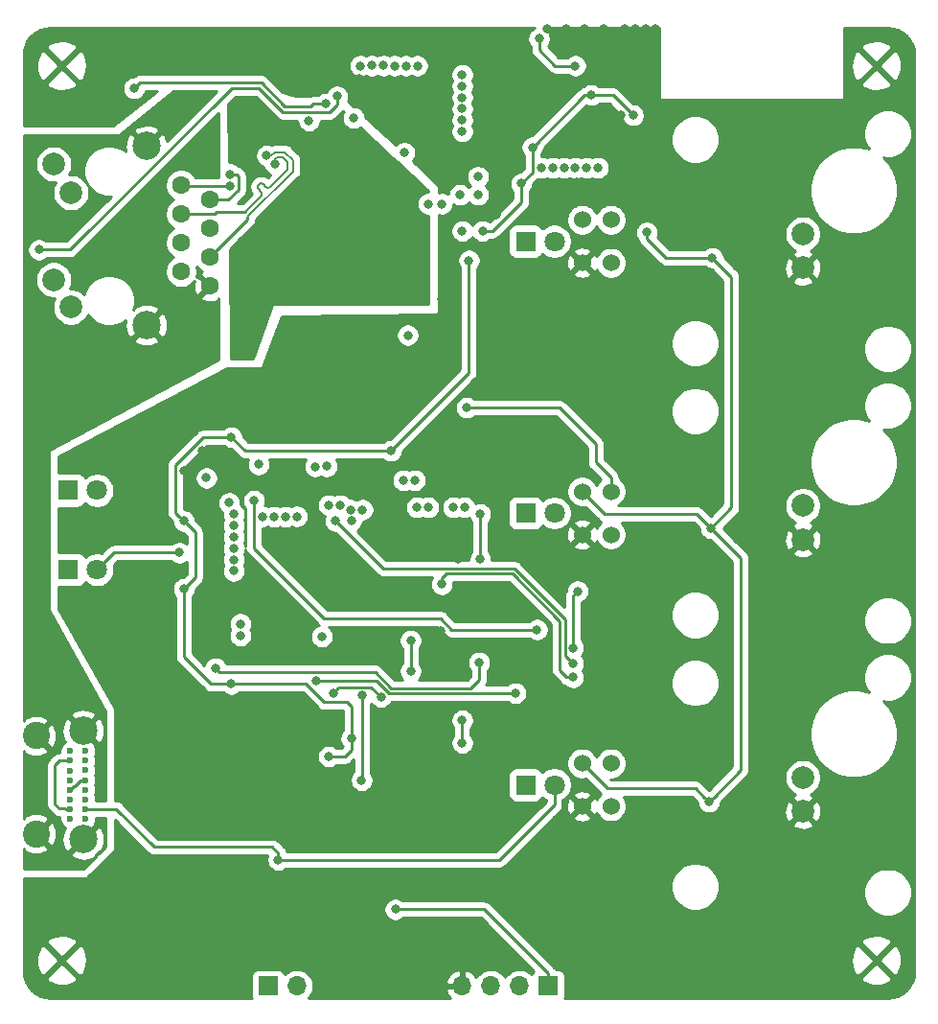
<source format=gtl>
G04 #@! TF.GenerationSoftware,KiCad,Pcbnew,(5.1.4)-1*
G04 #@! TF.CreationDate,2020-12-09T14:49:47+03:00*
G04 #@! TF.ProjectId,charge_block,63686172-6765-45f6-926c-6f636b2e6b69,rev?*
G04 #@! TF.SameCoordinates,Original*
G04 #@! TF.FileFunction,Copper,L1,Top*
G04 #@! TF.FilePolarity,Positive*
%FSLAX46Y46*%
G04 Gerber Fmt 4.6, Leading zero omitted, Abs format (unit mm)*
G04 Created by KiCad (PCBNEW (5.1.4)-1) date 2020-12-09 14:49:47*
%MOMM*%
%LPD*%
G04 APERTURE LIST*
%ADD10C,0.600000*%
%ADD11C,2.500000*%
%ADD12C,2.400000*%
%ADD13C,1.600000*%
%ADD14C,2.000000*%
%ADD15R,1.800000X1.800000*%
%ADD16C,1.800000*%
%ADD17C,1.524000*%
%ADD18R,1.700000X1.700000*%
%ADD19O,1.700000X1.700000*%
%ADD20C,0.800000*%
%ADD21C,0.250000*%
%ADD22C,0.200000*%
%ADD23C,0.254000*%
G04 APERTURE END LIST*
D10*
X124100000Y-115225000D03*
X124100000Y-113525000D03*
X124100000Y-114375000D03*
X124100000Y-116075000D03*
X124100000Y-116925000D03*
X124100000Y-117775000D03*
X124100000Y-118625000D03*
X124100000Y-119475000D03*
X122775000Y-113525000D03*
X122775000Y-114380000D03*
X122775000Y-115230000D03*
X122775000Y-116080000D03*
X122775000Y-116930000D03*
X122775000Y-117780000D03*
X122775000Y-118630000D03*
X122775000Y-119480000D03*
D11*
X123900000Y-111700000D03*
X123900000Y-121300000D03*
D12*
X119740000Y-112175000D03*
X119740000Y-120825000D03*
D11*
X129500000Y-60100000D03*
X129500000Y-75900000D03*
D13*
X135090000Y-64830000D03*
X135090000Y-67370000D03*
X135090000Y-69910000D03*
X135090000Y-72450000D03*
X132550000Y-63560000D03*
X132550000Y-66100000D03*
X132550000Y-68640000D03*
X132550000Y-71180000D03*
D14*
X122820000Y-64220000D03*
X121300000Y-61680000D03*
X121300000Y-71900000D03*
X122820000Y-74330000D03*
D15*
X122600000Y-90500000D03*
D16*
X125140000Y-90500000D03*
D15*
X122600000Y-97500000D03*
D16*
X125140000Y-97500000D03*
X165540000Y-68500000D03*
D15*
X163000000Y-68500000D03*
D16*
X165540000Y-92500000D03*
D15*
X163000000Y-92500000D03*
X163000000Y-116500000D03*
D16*
X165540000Y-116500000D03*
D14*
X187500000Y-70850000D03*
X187500000Y-67850000D03*
X187500000Y-91850000D03*
X187500000Y-94850000D03*
X187500000Y-118850000D03*
X187500000Y-115850000D03*
D17*
X168000000Y-66600000D03*
X170540000Y-66600000D03*
X168000000Y-70400000D03*
X170540000Y-70400000D03*
X170540000Y-94400000D03*
X168000000Y-94400000D03*
X170540000Y-90600000D03*
X168000000Y-90600000D03*
X168000000Y-114600000D03*
X170540000Y-114600000D03*
X168000000Y-118400000D03*
X170540000Y-118400000D03*
D18*
X140250000Y-134250000D03*
D19*
X142790000Y-134250000D03*
D18*
X165000000Y-134250000D03*
D19*
X162460000Y-134250000D03*
X159920000Y-134250000D03*
X157380000Y-134250000D03*
D20*
X138000000Y-78000000D03*
X139400000Y-56500000D03*
X143750000Y-60800000D03*
X142550000Y-65300000D03*
X145100000Y-66400000D03*
X148150000Y-66750000D03*
X152350000Y-72400000D03*
X153900000Y-67700000D03*
X138200000Y-68600000D03*
X149400000Y-61000000D03*
X151800000Y-62600000D03*
X133200000Y-56650000D03*
X132350000Y-77500000D03*
X119200000Y-123200000D03*
X125400000Y-117600000D03*
X134400000Y-61800000D03*
X134000000Y-79600000D03*
X148350000Y-54100000D03*
X155600000Y-73650000D03*
X171612500Y-54612500D03*
X161600000Y-59000000D03*
X161562500Y-61637500D03*
X158900000Y-53300000D03*
X163475000Y-54800000D03*
X161400000Y-50200000D03*
X168600000Y-54000000D03*
X171400000Y-57400000D03*
X170000000Y-58925000D03*
X174400000Y-57800000D03*
X167550000Y-63250000D03*
X159762500Y-61637500D03*
X160400000Y-66200000D03*
X134400000Y-87000000D03*
X132800000Y-88800000D03*
X146800000Y-85600000D03*
X127400000Y-99000000D03*
X131487500Y-102087500D03*
X128400000Y-110600000D03*
X128400000Y-122600000D03*
X139562500Y-123037500D03*
X150800000Y-113000000D03*
X144600000Y-116000000D03*
X149887500Y-130487500D03*
X136800000Y-111600000D03*
X140000000Y-111600000D03*
X155487500Y-102887500D03*
X170000000Y-107000000D03*
X167400000Y-111600000D03*
X184800000Y-116600000D03*
X169470000Y-121730000D03*
X132000000Y-94400000D03*
X169530000Y-97730000D03*
X167600000Y-87500000D03*
X158900000Y-104400000D03*
X184800000Y-92800000D03*
X184600000Y-69000000D03*
X169470000Y-73730000D03*
X151800000Y-50200000D03*
X147800000Y-121200000D03*
X147600000Y-103200000D03*
X146400000Y-99800000D03*
X141600000Y-103200000D03*
X153000000Y-98800000D03*
X173000000Y-89400000D03*
X160400000Y-99000000D03*
X157000000Y-96600000D03*
X151000000Y-58400000D03*
X155600000Y-54800000D03*
X174500000Y-49700000D03*
X173600000Y-49700000D03*
X172700000Y-49700000D03*
X171800000Y-49700000D03*
X174500000Y-51900000D03*
X171400000Y-52000000D03*
X169900000Y-52000000D03*
X169900000Y-49700000D03*
X173600000Y-51900000D03*
X168200000Y-49700000D03*
X168200000Y-52000000D03*
X174500000Y-52800000D03*
X174500000Y-53700000D03*
X174500000Y-54600000D03*
X174500000Y-55500000D03*
X174500000Y-56400000D03*
X175400000Y-56400000D03*
X176300000Y-56400000D03*
X177200000Y-56400000D03*
X178100000Y-56400000D03*
X179000000Y-56400000D03*
X179900000Y-56400000D03*
X180800000Y-56400000D03*
X181700000Y-56400000D03*
X182600000Y-56400000D03*
X183500000Y-56400000D03*
X184400000Y-56400000D03*
X185300000Y-56400000D03*
X186200000Y-56400000D03*
X187100000Y-56400000D03*
X188000000Y-56400000D03*
X188900000Y-56400000D03*
X189800000Y-56400000D03*
X190700000Y-56400000D03*
X166600000Y-52000000D03*
X166600000Y-49700000D03*
X164900000Y-49700000D03*
X165000000Y-55000000D03*
X151300000Y-106600000D03*
X150800000Y-114900000D03*
X140300000Y-95200000D03*
X134100000Y-90700000D03*
X159400000Y-71900000D03*
X168800000Y-55600000D03*
X172500000Y-57373002D03*
X162600000Y-63400000D03*
X163600000Y-60200000D03*
X159200000Y-67600000D03*
X132800000Y-93200000D03*
X132800000Y-99200000D03*
X137000000Y-107600000D03*
X147600000Y-112400000D03*
X152850000Y-103750000D03*
X151500000Y-127500000D03*
X152850000Y-106450000D03*
X145600000Y-114000000D03*
X151100000Y-87000000D03*
X158000000Y-70200000D03*
X137000000Y-85800000D03*
X136878195Y-63625000D03*
X136878195Y-62575000D03*
X140871232Y-61671232D03*
X140128768Y-60928768D03*
X143850000Y-57850000D03*
X145412113Y-88386808D03*
X145350000Y-56350000D03*
X128400000Y-55000000D03*
X146350000Y-55700000D03*
X120000000Y-69250000D03*
X152431483Y-52999981D03*
X148600000Y-92200000D03*
X157400000Y-67600000D03*
X145600000Y-91800000D03*
X144500000Y-107300000D03*
X162100000Y-108400000D03*
X135600000Y-106200000D03*
X158900000Y-105700000D03*
X167600000Y-99400000D03*
X167200000Y-104400000D03*
X146200000Y-93200000D03*
X167200000Y-105800000D03*
X155600000Y-98800000D03*
X167200000Y-107000000D03*
X132400000Y-96000000D03*
X179200000Y-118000000D03*
X141137500Y-123137500D03*
X179371753Y-93828247D03*
X179493506Y-69950000D03*
X173712500Y-67712500D03*
X164200000Y-50600000D03*
X167400000Y-53000000D03*
X157800000Y-83200000D03*
X164000000Y-102800000D03*
X139000000Y-91400000D03*
X148505000Y-116095000D03*
X148600000Y-108600000D03*
X146000000Y-108400000D03*
X150225232Y-108750538D03*
X137199839Y-96612579D03*
X157400000Y-53799985D03*
X149412653Y-52987347D03*
X137212651Y-95612660D03*
X153431484Y-53000000D03*
X137200000Y-94600006D03*
X137200000Y-93600003D03*
X158800000Y-62800000D03*
X157200000Y-64400000D03*
X137200000Y-92600000D03*
X157400000Y-54799988D03*
X136800000Y-91600000D03*
X134800000Y-89400000D03*
X158800000Y-64400000D03*
X152600000Y-76800000D03*
X155600000Y-65200000D03*
X139400000Y-88200000D03*
X157400000Y-58800000D03*
X139768238Y-92799378D03*
X157400000Y-57799997D03*
X140768048Y-92818966D03*
X157400000Y-56799994D03*
X141787098Y-92812710D03*
X157400000Y-55799991D03*
X142799847Y-92800153D03*
X147800000Y-57600000D03*
X144400000Y-88400000D03*
X146603237Y-91802158D03*
X152282957Y-60682957D03*
X154400000Y-65200000D03*
X147519270Y-92203262D03*
X151431482Y-53000615D03*
X152200000Y-89600000D03*
X150431672Y-52981061D03*
X153200000Y-89600000D03*
X165400000Y-62010375D03*
X153400000Y-92000000D03*
X166400000Y-62001067D03*
X154400000Y-92000000D03*
X168400000Y-62000000D03*
X156600000Y-92000000D03*
X169400000Y-62000000D03*
X157600003Y-92000000D03*
X164400000Y-62000000D03*
X147600000Y-93200000D03*
X137800000Y-102275000D03*
X137800000Y-103325000D03*
X167400000Y-62000000D03*
X145000000Y-103400000D03*
X148400000Y-53000000D03*
X137200002Y-97612580D03*
X159000000Y-96600000D03*
X159000000Y-92600000D03*
X157400000Y-110800000D03*
X157400000Y-112800000D03*
D21*
X170726998Y-55600000D02*
X172500000Y-57373002D01*
X168800000Y-55600000D02*
X170726998Y-55600000D01*
X163462500Y-60062500D02*
X163600000Y-60200000D01*
X163600000Y-62400000D02*
X162600000Y-63400000D01*
X163600000Y-60200000D02*
X163600000Y-62400000D01*
X168200000Y-55600000D02*
X163600000Y-60200000D01*
X168800000Y-55600000D02*
X168200000Y-55600000D01*
X162600000Y-63965685D02*
X162600000Y-63400000D01*
X162600000Y-65073002D02*
X162600000Y-63965685D01*
X160073002Y-67600000D02*
X162600000Y-65073002D01*
X159200000Y-67600000D02*
X160073002Y-67600000D01*
X133199999Y-98800001D02*
X132800000Y-99200000D01*
X133800000Y-98200000D02*
X133199999Y-98800001D01*
X133800000Y-94200000D02*
X133800000Y-98200000D01*
X132800000Y-93200000D02*
X133800000Y-94200000D01*
X152065685Y-127500000D02*
X151500000Y-127500000D01*
X159350000Y-127500000D02*
X152065685Y-127500000D01*
X165000000Y-133150000D02*
X159350000Y-127500000D01*
X165000000Y-134250000D02*
X165000000Y-133150000D01*
X137000000Y-107600000D02*
X135200000Y-107600000D01*
X132800000Y-105200000D02*
X132800000Y-99200000D01*
X135200000Y-107600000D02*
X132800000Y-105200000D01*
X152850000Y-103750000D02*
X152850000Y-106450000D01*
X158000000Y-80100000D02*
X151100000Y-87000000D01*
X158000000Y-70200000D02*
X158000000Y-80100000D01*
X138200000Y-87000000D02*
X137000000Y-85800000D01*
X151100000Y-87000000D02*
X138200000Y-87000000D01*
X132400001Y-92800001D02*
X132800000Y-93200000D01*
X132074999Y-92474999D02*
X132400001Y-92800001D01*
X132074999Y-88251999D02*
X132074999Y-92474999D01*
X134526998Y-85800000D02*
X132074999Y-88251999D01*
X137000000Y-85800000D02*
X134526998Y-85800000D01*
X147600000Y-109600000D02*
X147600000Y-112400000D01*
X147200000Y-109200000D02*
X147600000Y-109600000D01*
X145200000Y-109200000D02*
X147200000Y-109200000D01*
X143600000Y-107600000D02*
X145200000Y-109200000D01*
X137000000Y-107600000D02*
X143600000Y-107600000D01*
X145600000Y-114000000D02*
X147000000Y-114000000D01*
X147600000Y-113400000D02*
X147600000Y-112400000D01*
X147000000Y-114000000D02*
X147600000Y-113400000D01*
X132615000Y-63625000D02*
X132550000Y-63560000D01*
X136878195Y-63625000D02*
X132615000Y-63625000D01*
X135300000Y-64620000D02*
X135090000Y-64830000D01*
X136221370Y-64830000D02*
X135090000Y-64830000D01*
X136746197Y-64830000D02*
X136221370Y-64830000D01*
X137603196Y-63973001D02*
X136746197Y-64830000D01*
X137603196Y-62734316D02*
X137603196Y-63973001D01*
X137443880Y-62575000D02*
X137603196Y-62734316D01*
X136878195Y-62575000D02*
X137443880Y-62575000D01*
X135485002Y-66100000D02*
X135710002Y-65875000D01*
X132550000Y-66100000D02*
X135485002Y-66100000D01*
X135710002Y-65875000D02*
X138256800Y-65875000D01*
D22*
X140871232Y-61571936D02*
X140871232Y-61671232D01*
X140871232Y-61246967D02*
X140871232Y-61571936D01*
X139337829Y-63721006D02*
X139337829Y-63653828D01*
X139795553Y-63433400D02*
X139848076Y-63475285D01*
X139848076Y-63475285D02*
X140040165Y-63667374D01*
X139352778Y-63786501D02*
X139337829Y-63721006D01*
X140285887Y-63753355D02*
X140351382Y-63738406D01*
X140411908Y-63709258D02*
X140464428Y-63667373D01*
X139381926Y-63847027D02*
X139352778Y-63786501D01*
X139381926Y-63527807D02*
X139423812Y-63475284D01*
X140218709Y-63753355D02*
X140285887Y-63753355D01*
X139337829Y-63653828D02*
X139352778Y-63588333D01*
X139423812Y-63899548D02*
X139381926Y-63847027D01*
X140464428Y-63667373D02*
X141975000Y-62156800D01*
X139352778Y-63588333D02*
X139381926Y-63527807D01*
X139657785Y-64144160D02*
X139615900Y-64091636D01*
X139686933Y-64204685D02*
X139657785Y-64144160D01*
X139615900Y-64091636D02*
X139423812Y-63899548D01*
X141975000Y-61493200D02*
X141556800Y-61075000D01*
X139615900Y-64515900D02*
X139657786Y-64463378D01*
X139423812Y-63475284D02*
X139476335Y-63433399D01*
X138256800Y-65875000D02*
X139615900Y-64515900D01*
X139657786Y-64463378D02*
X139686932Y-64402853D01*
X139686932Y-64402853D02*
X139701882Y-64337358D01*
X139701882Y-64337358D02*
X139701881Y-64270180D01*
X139536860Y-63404253D02*
X139602355Y-63389303D01*
X139669533Y-63389304D02*
X139735028Y-63404252D01*
X139701881Y-64270180D02*
X139686933Y-64204685D01*
X141043199Y-61075000D02*
X140871232Y-61246967D01*
X139476335Y-63433399D02*
X139536860Y-63404253D01*
X140351382Y-63738406D02*
X140411908Y-63709258D01*
X141556800Y-61075000D02*
X141043199Y-61075000D01*
X139602355Y-63389303D02*
X139669533Y-63389304D01*
X139735028Y-63404252D02*
X139795553Y-63433400D01*
X140040165Y-63667374D02*
X140092688Y-63709258D01*
X140092688Y-63709258D02*
X140153214Y-63738406D01*
X140153214Y-63738406D02*
X140218709Y-63753355D01*
X141975000Y-62156800D02*
X141975000Y-61493200D01*
X140553033Y-60928768D02*
X140856801Y-60625000D01*
X140856801Y-60625000D02*
X141743200Y-60625000D01*
X142425000Y-62343200D02*
X138443200Y-66325000D01*
X141743200Y-60625000D02*
X142425000Y-61306800D01*
X140128768Y-60928768D02*
X140553033Y-60928768D01*
X142425000Y-61306800D02*
X142425000Y-62343200D01*
D21*
X137193200Y-67806800D02*
X135090000Y-69910000D01*
X138443200Y-66556800D02*
X137193200Y-67806800D01*
X138443200Y-66325000D02*
X138443200Y-66556800D01*
X145350000Y-56350000D02*
X144274991Y-56350000D01*
X139636390Y-54500000D02*
X139500000Y-54500000D01*
X141736390Y-56600000D02*
X139636390Y-54500000D01*
X144024991Y-56600000D02*
X141736390Y-56600000D01*
X144274991Y-56350000D02*
X144024991Y-56600000D01*
X128900000Y-54500000D02*
X128400000Y-55000000D01*
X130300000Y-54500000D02*
X128900000Y-54500000D01*
X139500000Y-54500000D02*
X130300000Y-54500000D01*
X146350000Y-55700000D02*
X146350000Y-56423002D01*
X146350000Y-56423002D02*
X145698001Y-57075001D01*
X122750000Y-69250000D02*
X120000000Y-69250000D01*
X145698001Y-57075001D02*
X141574981Y-57075001D01*
X141574981Y-57075001D02*
X139449990Y-54950010D01*
X139449990Y-54950010D02*
X137049990Y-54950010D01*
X137049990Y-54950010D02*
X122750000Y-69250000D01*
X162100000Y-108400000D02*
X150900000Y-108400000D01*
X149800000Y-107300000D02*
X144500000Y-107300000D01*
X150900000Y-108400000D02*
X149800000Y-107300000D01*
X158900000Y-107200000D02*
X158900000Y-105700000D01*
X158150010Y-107949990D02*
X158900000Y-107200000D01*
X151086400Y-107949990D02*
X158150010Y-107949990D01*
X149711409Y-106574999D02*
X151086400Y-107949990D01*
X135600000Y-106200000D02*
X135974999Y-106574999D01*
X135974999Y-106574999D02*
X149711409Y-106574999D01*
X167200001Y-99799999D02*
X167600000Y-99400000D01*
X167200000Y-104400000D02*
X167200001Y-99799999D01*
X150400000Y-97400000D02*
X146200000Y-93200000D01*
X162000000Y-97400000D02*
X150400000Y-97400000D01*
X166474999Y-101874999D02*
X162000000Y-97400000D01*
X167200000Y-105800000D02*
X166474999Y-105074999D01*
X166474999Y-105074999D02*
X166474999Y-101874999D01*
X155600000Y-98234315D02*
X155600000Y-98800000D01*
X167200000Y-107000000D02*
X166634315Y-107000000D01*
X166634315Y-107000000D02*
X166000000Y-106365685D01*
X166000000Y-106365685D02*
X166000000Y-102036410D01*
X166000000Y-102036410D02*
X161813600Y-97850010D01*
X161813600Y-97850010D02*
X155984305Y-97850010D01*
X155984305Y-97850010D02*
X155600000Y-98234315D01*
X126640000Y-96000000D02*
X125140000Y-97500000D01*
X132400000Y-96000000D02*
X126640000Y-96000000D01*
X122350736Y-118630000D02*
X122320736Y-118600000D01*
X122775000Y-118630000D02*
X122350736Y-118630000D01*
X122320736Y-118600000D02*
X121800000Y-118600000D01*
X121800000Y-118600000D02*
X121400000Y-118200000D01*
X121400000Y-118200000D02*
X121400000Y-114800000D01*
X121820000Y-114380000D02*
X122775000Y-114380000D01*
X121400000Y-114800000D02*
X121820000Y-114380000D01*
X178800001Y-117600001D02*
X179200000Y-118000000D01*
X178000000Y-116800000D02*
X178800001Y-117600001D01*
X170200000Y-116800000D02*
X178000000Y-116800000D01*
X168000000Y-114600000D02*
X170200000Y-116800000D01*
X124100000Y-118625000D02*
X126825000Y-118625000D01*
X126825000Y-118625000D02*
X130200000Y-122000000D01*
X130200000Y-122000000D02*
X140600000Y-122000000D01*
X141137500Y-122537500D02*
X141137500Y-123137500D01*
X140600000Y-122000000D02*
X141137500Y-122537500D01*
X141137500Y-123137500D02*
X160662500Y-123137500D01*
X165540000Y-118260000D02*
X160662500Y-123137500D01*
X165540000Y-116500000D02*
X165540000Y-118260000D01*
X179493506Y-69950000D02*
X181200000Y-71656494D01*
X179599999Y-117600001D02*
X179200000Y-118000000D01*
X182000000Y-115200000D02*
X179599999Y-117600001D01*
X182000000Y-96456494D02*
X182000000Y-115200000D01*
X179371753Y-93828247D02*
X182000000Y-96456494D01*
X179371753Y-93828247D02*
X181200000Y-92000000D01*
X181200000Y-71656494D02*
X181200000Y-92000000D01*
X178927821Y-69950000D02*
X179493506Y-69950000D01*
X175384315Y-69950000D02*
X178927821Y-69950000D01*
X173712500Y-68278185D02*
X175384315Y-69950000D01*
X173712500Y-67712500D02*
X173712500Y-68278185D01*
X178143506Y-92600000D02*
X179371753Y-93828247D01*
X170000000Y-92600000D02*
X178143506Y-92600000D01*
X168000000Y-90600000D02*
X170000000Y-92600000D01*
X164200000Y-50600000D02*
X164200000Y-51600000D01*
X165600000Y-53000000D02*
X167400000Y-53000000D01*
X164200000Y-51600000D02*
X165600000Y-53000000D01*
X158365685Y-83200000D02*
X157800000Y-83200000D01*
X166000000Y-83200000D02*
X158365685Y-83200000D01*
X169200000Y-86400000D02*
X166000000Y-83200000D01*
X169200000Y-88026998D02*
X169200000Y-86400000D01*
X170540000Y-90600000D02*
X170540000Y-89366998D01*
X170540000Y-89366998D02*
X169200000Y-88026998D01*
X156473002Y-102800000D02*
X155473002Y-101800000D01*
X164000000Y-102800000D02*
X156473002Y-102800000D01*
X155473002Y-101800000D02*
X145200000Y-101800000D01*
X145200000Y-101800000D02*
X139000000Y-95600000D01*
X139000000Y-95600000D02*
X139000000Y-91400000D01*
X148600000Y-116000000D02*
X148505000Y-116095000D01*
X148600000Y-108600000D02*
X148600000Y-116000000D01*
X146399999Y-108000001D02*
X146000000Y-108400000D01*
X146525001Y-107874999D02*
X146399999Y-108000001D01*
X149349693Y-107874999D02*
X148474999Y-107874999D01*
X150225232Y-108750538D02*
X149349693Y-107874999D01*
X148948001Y-107874999D02*
X148474999Y-107874999D01*
X148474999Y-107874999D02*
X146525001Y-107874999D01*
X123675736Y-116075000D02*
X124100000Y-116075000D01*
X123120735Y-116630001D02*
X123675736Y-116075000D01*
X123074999Y-116630001D02*
X123120735Y-116630001D01*
X122775000Y-116930000D02*
X123074999Y-116630001D01*
X159000000Y-96600000D02*
X159000000Y-96034315D01*
X159000000Y-96034315D02*
X159000000Y-94200000D01*
X159000000Y-92600000D02*
X159000000Y-96600000D01*
X157400000Y-112800000D02*
X157400000Y-110800000D01*
D23*
G36*
X131321574Y-59603624D02*
G01*
X131229094Y-59326738D01*
X131103577Y-59091914D01*
X130813605Y-58966000D01*
X129679605Y-60100000D01*
X129693748Y-60114143D01*
X129514143Y-60293748D01*
X129500000Y-60279605D01*
X129485858Y-60293748D01*
X129306253Y-60114143D01*
X129320395Y-60100000D01*
X128186395Y-58966000D01*
X127896423Y-59091914D01*
X127730567Y-59424126D01*
X127632710Y-59782312D01*
X127606611Y-60152706D01*
X127653275Y-60521075D01*
X127663846Y-60552724D01*
X127640666Y-60529544D01*
X127270511Y-60282214D01*
X126859218Y-60111851D01*
X126422591Y-60025000D01*
X125977409Y-60025000D01*
X125540782Y-60111851D01*
X125129489Y-60282214D01*
X124759334Y-60529544D01*
X124444544Y-60844334D01*
X124197214Y-61214489D01*
X124026851Y-61625782D01*
X123940000Y-62062409D01*
X123940000Y-62507591D01*
X124026851Y-62944218D01*
X124178375Y-63310030D01*
X124089987Y-63177748D01*
X123862252Y-62950013D01*
X123594463Y-62771082D01*
X123296912Y-62647832D01*
X122981033Y-62585000D01*
X122661696Y-62585000D01*
X122748918Y-62454463D01*
X122872168Y-62156912D01*
X122935000Y-61841033D01*
X122935000Y-61518967D01*
X122872168Y-61203088D01*
X122748918Y-60905537D01*
X122569987Y-60637748D01*
X122342252Y-60410013D01*
X122074463Y-60231082D01*
X121776912Y-60107832D01*
X121461033Y-60045000D01*
X121138967Y-60045000D01*
X120823088Y-60107832D01*
X120525537Y-60231082D01*
X120257748Y-60410013D01*
X120030013Y-60637748D01*
X119851082Y-60905537D01*
X119727832Y-61203088D01*
X119665000Y-61518967D01*
X119665000Y-61841033D01*
X119727832Y-62156912D01*
X119851082Y-62454463D01*
X120030013Y-62722252D01*
X120257748Y-62949987D01*
X120525537Y-63128918D01*
X120823088Y-63252168D01*
X121138967Y-63315000D01*
X121458304Y-63315000D01*
X121371082Y-63445537D01*
X121247832Y-63743088D01*
X121185000Y-64058967D01*
X121185000Y-64381033D01*
X121247832Y-64696912D01*
X121371082Y-64994463D01*
X121550013Y-65262252D01*
X121777748Y-65489987D01*
X122045537Y-65668918D01*
X122343088Y-65792168D01*
X122658967Y-65855000D01*
X122981033Y-65855000D01*
X123296912Y-65792168D01*
X123594463Y-65668918D01*
X123862252Y-65489987D01*
X124089987Y-65262252D01*
X124268918Y-64994463D01*
X124392168Y-64696912D01*
X124455000Y-64381033D01*
X124455000Y-64058967D01*
X124392168Y-63743088D01*
X124287757Y-63491018D01*
X124444544Y-63725666D01*
X124759334Y-64040456D01*
X125129489Y-64287786D01*
X125540782Y-64458149D01*
X125977409Y-64545000D01*
X126380199Y-64545000D01*
X122435199Y-68490000D01*
X120703711Y-68490000D01*
X120659774Y-68446063D01*
X120490256Y-68332795D01*
X120301898Y-68254774D01*
X120101939Y-68215000D01*
X119898061Y-68215000D01*
X119698102Y-68254774D01*
X119509744Y-68332795D01*
X119340226Y-68446063D01*
X119196063Y-68590226D01*
X119082795Y-68759744D01*
X119004774Y-68948102D01*
X118965000Y-69148061D01*
X118965000Y-69351939D01*
X119004774Y-69551898D01*
X119082795Y-69740256D01*
X119196063Y-69909774D01*
X119340226Y-70053937D01*
X119509744Y-70167205D01*
X119698102Y-70245226D01*
X119898061Y-70285000D01*
X120101939Y-70285000D01*
X120301898Y-70245226D01*
X120490256Y-70167205D01*
X120659774Y-70053937D01*
X120703711Y-70010000D01*
X122712678Y-70010000D01*
X122750000Y-70013676D01*
X122787322Y-70010000D01*
X122787333Y-70010000D01*
X122898986Y-69999003D01*
X123042247Y-69955546D01*
X123174276Y-69884974D01*
X123290001Y-69790001D01*
X123313804Y-69760997D01*
X135873000Y-57201802D01*
X135873000Y-62323220D01*
X135843195Y-62473061D01*
X135843195Y-62676939D01*
X135873000Y-62826781D01*
X135873000Y-62865000D01*
X133811475Y-62865000D01*
X133664637Y-62645241D01*
X133464759Y-62445363D01*
X133229727Y-62288320D01*
X132968574Y-62180147D01*
X132691335Y-62125000D01*
X132408665Y-62125000D01*
X132131426Y-62180147D01*
X131870273Y-62288320D01*
X131635241Y-62445363D01*
X131435363Y-62645241D01*
X131278320Y-62880273D01*
X131170147Y-63141426D01*
X131115000Y-63418665D01*
X131115000Y-63701335D01*
X131170147Y-63978574D01*
X131278320Y-64239727D01*
X131435363Y-64474759D01*
X131635241Y-64674637D01*
X131867759Y-64830000D01*
X131635241Y-64985363D01*
X131435363Y-65185241D01*
X131278320Y-65420273D01*
X131170147Y-65681426D01*
X131115000Y-65958665D01*
X131115000Y-66241335D01*
X131170147Y-66518574D01*
X131278320Y-66779727D01*
X131435363Y-67014759D01*
X131635241Y-67214637D01*
X131867759Y-67370000D01*
X131635241Y-67525363D01*
X131435363Y-67725241D01*
X131278320Y-67960273D01*
X131170147Y-68221426D01*
X131115000Y-68498665D01*
X131115000Y-68781335D01*
X131170147Y-69058574D01*
X131278320Y-69319727D01*
X131435363Y-69554759D01*
X131635241Y-69754637D01*
X131867759Y-69910000D01*
X131635241Y-70065363D01*
X131435363Y-70265241D01*
X131278320Y-70500273D01*
X131170147Y-70761426D01*
X131115000Y-71038665D01*
X131115000Y-71321335D01*
X131170147Y-71598574D01*
X131278320Y-71859727D01*
X131435363Y-72094759D01*
X131635241Y-72294637D01*
X131870273Y-72451680D01*
X132131426Y-72559853D01*
X132408665Y-72615000D01*
X132691335Y-72615000D01*
X132968574Y-72559853D01*
X133229727Y-72451680D01*
X133464759Y-72294637D01*
X133664637Y-72094759D01*
X133720673Y-72010895D01*
X133663700Y-72238184D01*
X133649783Y-72520512D01*
X133691213Y-72800130D01*
X133786397Y-73066292D01*
X133853329Y-73191514D01*
X134097298Y-73263097D01*
X134910395Y-72450000D01*
X134097298Y-71636903D01*
X133888614Y-71698133D01*
X133929853Y-71598574D01*
X133985000Y-71321335D01*
X133985000Y-71038665D01*
X133929853Y-70761426D01*
X133924646Y-70748856D01*
X133975363Y-70824759D01*
X134175241Y-71024637D01*
X134409128Y-71180915D01*
X134348486Y-71213329D01*
X134276903Y-71457298D01*
X135090000Y-72270395D01*
X135104143Y-72256253D01*
X135283748Y-72435858D01*
X135269605Y-72450000D01*
X135283748Y-72464143D01*
X135104143Y-72643748D01*
X135090000Y-72629605D01*
X134276903Y-73442702D01*
X134348486Y-73686671D01*
X134603996Y-73807571D01*
X134878184Y-73876300D01*
X135160512Y-73890217D01*
X135440130Y-73848787D01*
X135706292Y-73753603D01*
X135831514Y-73686671D01*
X135873000Y-73545279D01*
X135873000Y-78923800D01*
X120940235Y-86887941D01*
X120919522Y-86901754D01*
X120901902Y-86919342D01*
X120888051Y-86940030D01*
X120878502Y-86963022D01*
X120873623Y-86987436D01*
X120873000Y-87000000D01*
X120873000Y-101000000D01*
X120875440Y-101024776D01*
X120882667Y-101048601D01*
X120888982Y-101061677D01*
X125873000Y-110032909D01*
X125873000Y-117865000D01*
X125035000Y-117865000D01*
X125035000Y-117682911D01*
X124999068Y-117502271D01*
X124935996Y-117350000D01*
X124999068Y-117197729D01*
X125035000Y-117017089D01*
X125035000Y-116832911D01*
X124999068Y-116652271D01*
X124935996Y-116500000D01*
X124999068Y-116347729D01*
X125035000Y-116167089D01*
X125035000Y-115982911D01*
X124999068Y-115802271D01*
X124935996Y-115650000D01*
X124999068Y-115497729D01*
X125035000Y-115317089D01*
X125035000Y-115132911D01*
X124999068Y-114952271D01*
X124935996Y-114800000D01*
X124999068Y-114647729D01*
X125035000Y-114467089D01*
X125035000Y-114282911D01*
X124999068Y-114102271D01*
X124935996Y-113950000D01*
X124999068Y-113797729D01*
X125035000Y-113617089D01*
X125035000Y-113432911D01*
X124999068Y-113252271D01*
X124965527Y-113171295D01*
X125034000Y-113013605D01*
X123900000Y-111879605D01*
X123885858Y-111893748D01*
X123706253Y-111714143D01*
X123720395Y-111700000D01*
X124079605Y-111700000D01*
X125213605Y-112834000D01*
X125503577Y-112708086D01*
X125669433Y-112375874D01*
X125767290Y-112017688D01*
X125793389Y-111647294D01*
X125746725Y-111278925D01*
X125629094Y-110926738D01*
X125503577Y-110691914D01*
X125213605Y-110566000D01*
X124079605Y-111700000D01*
X123720395Y-111700000D01*
X122586395Y-110566000D01*
X122296423Y-110691914D01*
X122130567Y-111024126D01*
X122032710Y-111382312D01*
X122006611Y-111752706D01*
X122053275Y-112121075D01*
X122170906Y-112473262D01*
X122296423Y-112708086D01*
X122307466Y-112712881D01*
X122178972Y-112798738D01*
X122048738Y-112928972D01*
X121946414Y-113082111D01*
X121875932Y-113252271D01*
X121840000Y-113432911D01*
X121840000Y-113617089D01*
X121840244Y-113618318D01*
X121820000Y-113616324D01*
X121782675Y-113620000D01*
X121782667Y-113620000D01*
X121671014Y-113630997D01*
X121527753Y-113674454D01*
X121395724Y-113745026D01*
X121279999Y-113839999D01*
X121256196Y-113869003D01*
X120888998Y-114236201D01*
X120860000Y-114259999D01*
X120836202Y-114288997D01*
X120836201Y-114288998D01*
X120765026Y-114375724D01*
X120694454Y-114507754D01*
X120688014Y-114528986D01*
X120651995Y-114647729D01*
X120650998Y-114651015D01*
X120636324Y-114800000D01*
X120640001Y-114837332D01*
X120640000Y-118162677D01*
X120636324Y-118200000D01*
X120640000Y-118237322D01*
X120640000Y-118237332D01*
X120650997Y-118348985D01*
X120691047Y-118481014D01*
X120694454Y-118492246D01*
X120765026Y-118624276D01*
X120787298Y-118651414D01*
X120859999Y-118740001D01*
X120889002Y-118763803D01*
X121236200Y-119111002D01*
X121259999Y-119140001D01*
X121375724Y-119234974D01*
X121507753Y-119305546D01*
X121651014Y-119349003D01*
X121762667Y-119360000D01*
X121762676Y-119360000D01*
X121799999Y-119363676D01*
X121837322Y-119360000D01*
X121845552Y-119360000D01*
X121840000Y-119387911D01*
X121840000Y-119572089D01*
X121875932Y-119752729D01*
X121946414Y-119922889D01*
X122048738Y-120076028D01*
X122178972Y-120206262D01*
X122302931Y-120289088D01*
X122296423Y-120291914D01*
X122130567Y-120624126D01*
X122032710Y-120982312D01*
X122006611Y-121352706D01*
X122053275Y-121721075D01*
X122170906Y-122073262D01*
X122296423Y-122308086D01*
X122586395Y-122434000D01*
X123720395Y-121300000D01*
X123706253Y-121285858D01*
X123885858Y-121106253D01*
X123900000Y-121120395D01*
X125034000Y-119986395D01*
X124965527Y-119828705D01*
X124999068Y-119747729D01*
X125035000Y-119567089D01*
X125035000Y-119385000D01*
X125873000Y-119385000D01*
X125873000Y-121947394D01*
X125300001Y-122520393D01*
X125213607Y-122433999D01*
X125503577Y-122308086D01*
X125669433Y-121975874D01*
X125767290Y-121617688D01*
X125793389Y-121247294D01*
X125746725Y-120878925D01*
X125629094Y-120526738D01*
X125503577Y-120291914D01*
X125213605Y-120166000D01*
X124079605Y-121300000D01*
X124093748Y-121314143D01*
X123914143Y-121493748D01*
X123900000Y-121479605D01*
X122766000Y-122613605D01*
X122891914Y-122903577D01*
X123224126Y-123069433D01*
X123582312Y-123167290D01*
X123952706Y-123193389D01*
X124321075Y-123146725D01*
X124673262Y-123029094D01*
X124908086Y-122903577D01*
X125033999Y-122613607D01*
X125120393Y-122700001D01*
X123947394Y-123873000D01*
X118660000Y-123873000D01*
X118660000Y-122146637D01*
X118761514Y-122387836D01*
X119085210Y-122548699D01*
X119434069Y-122643322D01*
X119794684Y-122668067D01*
X120153198Y-122621985D01*
X120495833Y-122506846D01*
X120718486Y-122387836D01*
X120838374Y-122102980D01*
X119740000Y-121004605D01*
X119725858Y-121018748D01*
X119546252Y-120839142D01*
X119560395Y-120825000D01*
X119919605Y-120825000D01*
X121017980Y-121923374D01*
X121302836Y-121803486D01*
X121463699Y-121479790D01*
X121558322Y-121130931D01*
X121583067Y-120770316D01*
X121536985Y-120411802D01*
X121421846Y-120069167D01*
X121302836Y-119846514D01*
X121017980Y-119726626D01*
X119919605Y-120825000D01*
X119560395Y-120825000D01*
X119546252Y-120810858D01*
X119725858Y-120631252D01*
X119740000Y-120645395D01*
X120838374Y-119547020D01*
X120718486Y-119262164D01*
X120394790Y-119101301D01*
X120045931Y-119006678D01*
X119685316Y-118981933D01*
X119326802Y-119028015D01*
X118984167Y-119143154D01*
X118761514Y-119262164D01*
X118660000Y-119503363D01*
X118660000Y-113496637D01*
X118761514Y-113737836D01*
X119085210Y-113898699D01*
X119434069Y-113993322D01*
X119794684Y-114018067D01*
X120153198Y-113971985D01*
X120495833Y-113856846D01*
X120718486Y-113737836D01*
X120838374Y-113452980D01*
X119740000Y-112354605D01*
X119725858Y-112368748D01*
X119546252Y-112189142D01*
X119560395Y-112175000D01*
X119919605Y-112175000D01*
X121017980Y-113273374D01*
X121302836Y-113153486D01*
X121463699Y-112829790D01*
X121558322Y-112480931D01*
X121583067Y-112120316D01*
X121536985Y-111761802D01*
X121421846Y-111419167D01*
X121302836Y-111196514D01*
X121017980Y-111076626D01*
X119919605Y-112175000D01*
X119560395Y-112175000D01*
X119546252Y-112160858D01*
X119725858Y-111981252D01*
X119740000Y-111995395D01*
X120838374Y-110897020D01*
X120718486Y-110612164D01*
X120394790Y-110451301D01*
X120155493Y-110386395D01*
X122766000Y-110386395D01*
X123900000Y-111520395D01*
X125034000Y-110386395D01*
X124908086Y-110096423D01*
X124575874Y-109930567D01*
X124217688Y-109832710D01*
X123847294Y-109806611D01*
X123478925Y-109853275D01*
X123126738Y-109970906D01*
X122891914Y-110096423D01*
X122766000Y-110386395D01*
X120155493Y-110386395D01*
X120045931Y-110356678D01*
X119685316Y-110331933D01*
X119326802Y-110378015D01*
X118984167Y-110493154D01*
X118761514Y-110612164D01*
X118660000Y-110853363D01*
X118660000Y-77213605D01*
X128366000Y-77213605D01*
X128491914Y-77503577D01*
X128824126Y-77669433D01*
X129182312Y-77767290D01*
X129552706Y-77793389D01*
X129921075Y-77746725D01*
X130273262Y-77629094D01*
X130508086Y-77503577D01*
X130634000Y-77213605D01*
X129500000Y-76079605D01*
X128366000Y-77213605D01*
X118660000Y-77213605D01*
X118660000Y-71738967D01*
X119665000Y-71738967D01*
X119665000Y-72061033D01*
X119727832Y-72376912D01*
X119851082Y-72674463D01*
X120030013Y-72942252D01*
X120257748Y-73169987D01*
X120525537Y-73348918D01*
X120823088Y-73472168D01*
X121138967Y-73535000D01*
X121384804Y-73535000D01*
X121371082Y-73555537D01*
X121247832Y-73853088D01*
X121185000Y-74168967D01*
X121185000Y-74491033D01*
X121247832Y-74806912D01*
X121371082Y-75104463D01*
X121550013Y-75372252D01*
X121777748Y-75599987D01*
X122045537Y-75778918D01*
X122343088Y-75902168D01*
X122658967Y-75965000D01*
X122981033Y-75965000D01*
X123296912Y-75902168D01*
X123594463Y-75778918D01*
X123862252Y-75599987D01*
X124089987Y-75372252D01*
X124268918Y-75104463D01*
X124323035Y-74973814D01*
X124444544Y-75155666D01*
X124759334Y-75470456D01*
X125129489Y-75717786D01*
X125540782Y-75888149D01*
X125977409Y-75975000D01*
X126422591Y-75975000D01*
X126859218Y-75888149D01*
X127270511Y-75717786D01*
X127640666Y-75470456D01*
X127671766Y-75439356D01*
X127632710Y-75582312D01*
X127606611Y-75952706D01*
X127653275Y-76321075D01*
X127770906Y-76673262D01*
X127896423Y-76908086D01*
X128186395Y-77034000D01*
X129320395Y-75900000D01*
X129679605Y-75900000D01*
X130813605Y-77034000D01*
X131103577Y-76908086D01*
X131269433Y-76575874D01*
X131367290Y-76217688D01*
X131393389Y-75847294D01*
X131346725Y-75478925D01*
X131229094Y-75126738D01*
X131103577Y-74891914D01*
X130813605Y-74766000D01*
X129679605Y-75900000D01*
X129320395Y-75900000D01*
X129306253Y-75885858D01*
X129485858Y-75706253D01*
X129500000Y-75720395D01*
X130634000Y-74586395D01*
X130508086Y-74296423D01*
X130175874Y-74130567D01*
X129817688Y-74032710D01*
X129447294Y-74006611D01*
X129078925Y-74053275D01*
X128726738Y-74170906D01*
X128491914Y-74296423D01*
X128366001Y-74586393D01*
X128308911Y-74529303D01*
X128373149Y-74374218D01*
X128460000Y-73937591D01*
X128460000Y-73492409D01*
X128373149Y-73055782D01*
X128202786Y-72644489D01*
X127955456Y-72274334D01*
X127640666Y-71959544D01*
X127270511Y-71712214D01*
X126859218Y-71541851D01*
X126422591Y-71455000D01*
X125977409Y-71455000D01*
X125540782Y-71541851D01*
X125129489Y-71712214D01*
X124759334Y-71959544D01*
X124444544Y-72274334D01*
X124197214Y-72644489D01*
X124026851Y-73055782D01*
X123998840Y-73196601D01*
X123862252Y-73060013D01*
X123594463Y-72881082D01*
X123296912Y-72757832D01*
X122981033Y-72695000D01*
X122735196Y-72695000D01*
X122748918Y-72674463D01*
X122872168Y-72376912D01*
X122935000Y-72061033D01*
X122935000Y-71738967D01*
X122872168Y-71423088D01*
X122748918Y-71125537D01*
X122569987Y-70857748D01*
X122342252Y-70630013D01*
X122074463Y-70451082D01*
X121776912Y-70327832D01*
X121461033Y-70265000D01*
X121138967Y-70265000D01*
X120823088Y-70327832D01*
X120525537Y-70451082D01*
X120257748Y-70630013D01*
X120030013Y-70857748D01*
X119851082Y-71125537D01*
X119727832Y-71423088D01*
X119665000Y-71738967D01*
X118660000Y-71738967D01*
X118660000Y-59127000D01*
X127000000Y-59127000D01*
X127024776Y-59124560D01*
X127048601Y-59117333D01*
X127079336Y-59099170D01*
X127470304Y-58786395D01*
X128366000Y-58786395D01*
X129500000Y-59920395D01*
X130634000Y-58786395D01*
X130508086Y-58496423D01*
X130175874Y-58330567D01*
X129817688Y-58232710D01*
X129447294Y-58206611D01*
X129078925Y-58253275D01*
X128726738Y-58370906D01*
X128491914Y-58496423D01*
X128366000Y-58786395D01*
X127470304Y-58786395D01*
X131878299Y-55260000D01*
X135665198Y-55260000D01*
X131321574Y-59603624D01*
X131321574Y-59603624D01*
G37*
X131321574Y-59603624D02*
X131229094Y-59326738D01*
X131103577Y-59091914D01*
X130813605Y-58966000D01*
X129679605Y-60100000D01*
X129693748Y-60114143D01*
X129514143Y-60293748D01*
X129500000Y-60279605D01*
X129485858Y-60293748D01*
X129306253Y-60114143D01*
X129320395Y-60100000D01*
X128186395Y-58966000D01*
X127896423Y-59091914D01*
X127730567Y-59424126D01*
X127632710Y-59782312D01*
X127606611Y-60152706D01*
X127653275Y-60521075D01*
X127663846Y-60552724D01*
X127640666Y-60529544D01*
X127270511Y-60282214D01*
X126859218Y-60111851D01*
X126422591Y-60025000D01*
X125977409Y-60025000D01*
X125540782Y-60111851D01*
X125129489Y-60282214D01*
X124759334Y-60529544D01*
X124444544Y-60844334D01*
X124197214Y-61214489D01*
X124026851Y-61625782D01*
X123940000Y-62062409D01*
X123940000Y-62507591D01*
X124026851Y-62944218D01*
X124178375Y-63310030D01*
X124089987Y-63177748D01*
X123862252Y-62950013D01*
X123594463Y-62771082D01*
X123296912Y-62647832D01*
X122981033Y-62585000D01*
X122661696Y-62585000D01*
X122748918Y-62454463D01*
X122872168Y-62156912D01*
X122935000Y-61841033D01*
X122935000Y-61518967D01*
X122872168Y-61203088D01*
X122748918Y-60905537D01*
X122569987Y-60637748D01*
X122342252Y-60410013D01*
X122074463Y-60231082D01*
X121776912Y-60107832D01*
X121461033Y-60045000D01*
X121138967Y-60045000D01*
X120823088Y-60107832D01*
X120525537Y-60231082D01*
X120257748Y-60410013D01*
X120030013Y-60637748D01*
X119851082Y-60905537D01*
X119727832Y-61203088D01*
X119665000Y-61518967D01*
X119665000Y-61841033D01*
X119727832Y-62156912D01*
X119851082Y-62454463D01*
X120030013Y-62722252D01*
X120257748Y-62949987D01*
X120525537Y-63128918D01*
X120823088Y-63252168D01*
X121138967Y-63315000D01*
X121458304Y-63315000D01*
X121371082Y-63445537D01*
X121247832Y-63743088D01*
X121185000Y-64058967D01*
X121185000Y-64381033D01*
X121247832Y-64696912D01*
X121371082Y-64994463D01*
X121550013Y-65262252D01*
X121777748Y-65489987D01*
X122045537Y-65668918D01*
X122343088Y-65792168D01*
X122658967Y-65855000D01*
X122981033Y-65855000D01*
X123296912Y-65792168D01*
X123594463Y-65668918D01*
X123862252Y-65489987D01*
X124089987Y-65262252D01*
X124268918Y-64994463D01*
X124392168Y-64696912D01*
X124455000Y-64381033D01*
X124455000Y-64058967D01*
X124392168Y-63743088D01*
X124287757Y-63491018D01*
X124444544Y-63725666D01*
X124759334Y-64040456D01*
X125129489Y-64287786D01*
X125540782Y-64458149D01*
X125977409Y-64545000D01*
X126380199Y-64545000D01*
X122435199Y-68490000D01*
X120703711Y-68490000D01*
X120659774Y-68446063D01*
X120490256Y-68332795D01*
X120301898Y-68254774D01*
X120101939Y-68215000D01*
X119898061Y-68215000D01*
X119698102Y-68254774D01*
X119509744Y-68332795D01*
X119340226Y-68446063D01*
X119196063Y-68590226D01*
X119082795Y-68759744D01*
X119004774Y-68948102D01*
X118965000Y-69148061D01*
X118965000Y-69351939D01*
X119004774Y-69551898D01*
X119082795Y-69740256D01*
X119196063Y-69909774D01*
X119340226Y-70053937D01*
X119509744Y-70167205D01*
X119698102Y-70245226D01*
X119898061Y-70285000D01*
X120101939Y-70285000D01*
X120301898Y-70245226D01*
X120490256Y-70167205D01*
X120659774Y-70053937D01*
X120703711Y-70010000D01*
X122712678Y-70010000D01*
X122750000Y-70013676D01*
X122787322Y-70010000D01*
X122787333Y-70010000D01*
X122898986Y-69999003D01*
X123042247Y-69955546D01*
X123174276Y-69884974D01*
X123290001Y-69790001D01*
X123313804Y-69760997D01*
X135873000Y-57201802D01*
X135873000Y-62323220D01*
X135843195Y-62473061D01*
X135843195Y-62676939D01*
X135873000Y-62826781D01*
X135873000Y-62865000D01*
X133811475Y-62865000D01*
X133664637Y-62645241D01*
X133464759Y-62445363D01*
X133229727Y-62288320D01*
X132968574Y-62180147D01*
X132691335Y-62125000D01*
X132408665Y-62125000D01*
X132131426Y-62180147D01*
X131870273Y-62288320D01*
X131635241Y-62445363D01*
X131435363Y-62645241D01*
X131278320Y-62880273D01*
X131170147Y-63141426D01*
X131115000Y-63418665D01*
X131115000Y-63701335D01*
X131170147Y-63978574D01*
X131278320Y-64239727D01*
X131435363Y-64474759D01*
X131635241Y-64674637D01*
X131867759Y-64830000D01*
X131635241Y-64985363D01*
X131435363Y-65185241D01*
X131278320Y-65420273D01*
X131170147Y-65681426D01*
X131115000Y-65958665D01*
X131115000Y-66241335D01*
X131170147Y-66518574D01*
X131278320Y-66779727D01*
X131435363Y-67014759D01*
X131635241Y-67214637D01*
X131867759Y-67370000D01*
X131635241Y-67525363D01*
X131435363Y-67725241D01*
X131278320Y-67960273D01*
X131170147Y-68221426D01*
X131115000Y-68498665D01*
X131115000Y-68781335D01*
X131170147Y-69058574D01*
X131278320Y-69319727D01*
X131435363Y-69554759D01*
X131635241Y-69754637D01*
X131867759Y-69910000D01*
X131635241Y-70065363D01*
X131435363Y-70265241D01*
X131278320Y-70500273D01*
X131170147Y-70761426D01*
X131115000Y-71038665D01*
X131115000Y-71321335D01*
X131170147Y-71598574D01*
X131278320Y-71859727D01*
X131435363Y-72094759D01*
X131635241Y-72294637D01*
X131870273Y-72451680D01*
X132131426Y-72559853D01*
X132408665Y-72615000D01*
X132691335Y-72615000D01*
X132968574Y-72559853D01*
X133229727Y-72451680D01*
X133464759Y-72294637D01*
X133664637Y-72094759D01*
X133720673Y-72010895D01*
X133663700Y-72238184D01*
X133649783Y-72520512D01*
X133691213Y-72800130D01*
X133786397Y-73066292D01*
X133853329Y-73191514D01*
X134097298Y-73263097D01*
X134910395Y-72450000D01*
X134097298Y-71636903D01*
X133888614Y-71698133D01*
X133929853Y-71598574D01*
X133985000Y-71321335D01*
X133985000Y-71038665D01*
X133929853Y-70761426D01*
X133924646Y-70748856D01*
X133975363Y-70824759D01*
X134175241Y-71024637D01*
X134409128Y-71180915D01*
X134348486Y-71213329D01*
X134276903Y-71457298D01*
X135090000Y-72270395D01*
X135104143Y-72256253D01*
X135283748Y-72435858D01*
X135269605Y-72450000D01*
X135283748Y-72464143D01*
X135104143Y-72643748D01*
X135090000Y-72629605D01*
X134276903Y-73442702D01*
X134348486Y-73686671D01*
X134603996Y-73807571D01*
X134878184Y-73876300D01*
X135160512Y-73890217D01*
X135440130Y-73848787D01*
X135706292Y-73753603D01*
X135831514Y-73686671D01*
X135873000Y-73545279D01*
X135873000Y-78923800D01*
X120940235Y-86887941D01*
X120919522Y-86901754D01*
X120901902Y-86919342D01*
X120888051Y-86940030D01*
X120878502Y-86963022D01*
X120873623Y-86987436D01*
X120873000Y-87000000D01*
X120873000Y-101000000D01*
X120875440Y-101024776D01*
X120882667Y-101048601D01*
X120888982Y-101061677D01*
X125873000Y-110032909D01*
X125873000Y-117865000D01*
X125035000Y-117865000D01*
X125035000Y-117682911D01*
X124999068Y-117502271D01*
X124935996Y-117350000D01*
X124999068Y-117197729D01*
X125035000Y-117017089D01*
X125035000Y-116832911D01*
X124999068Y-116652271D01*
X124935996Y-116500000D01*
X124999068Y-116347729D01*
X125035000Y-116167089D01*
X125035000Y-115982911D01*
X124999068Y-115802271D01*
X124935996Y-115650000D01*
X124999068Y-115497729D01*
X125035000Y-115317089D01*
X125035000Y-115132911D01*
X124999068Y-114952271D01*
X124935996Y-114800000D01*
X124999068Y-114647729D01*
X125035000Y-114467089D01*
X125035000Y-114282911D01*
X124999068Y-114102271D01*
X124935996Y-113950000D01*
X124999068Y-113797729D01*
X125035000Y-113617089D01*
X125035000Y-113432911D01*
X124999068Y-113252271D01*
X124965527Y-113171295D01*
X125034000Y-113013605D01*
X123900000Y-111879605D01*
X123885858Y-111893748D01*
X123706253Y-111714143D01*
X123720395Y-111700000D01*
X124079605Y-111700000D01*
X125213605Y-112834000D01*
X125503577Y-112708086D01*
X125669433Y-112375874D01*
X125767290Y-112017688D01*
X125793389Y-111647294D01*
X125746725Y-111278925D01*
X125629094Y-110926738D01*
X125503577Y-110691914D01*
X125213605Y-110566000D01*
X124079605Y-111700000D01*
X123720395Y-111700000D01*
X122586395Y-110566000D01*
X122296423Y-110691914D01*
X122130567Y-111024126D01*
X122032710Y-111382312D01*
X122006611Y-111752706D01*
X122053275Y-112121075D01*
X122170906Y-112473262D01*
X122296423Y-112708086D01*
X122307466Y-112712881D01*
X122178972Y-112798738D01*
X122048738Y-112928972D01*
X121946414Y-113082111D01*
X121875932Y-113252271D01*
X121840000Y-113432911D01*
X121840000Y-113617089D01*
X121840244Y-113618318D01*
X121820000Y-113616324D01*
X121782675Y-113620000D01*
X121782667Y-113620000D01*
X121671014Y-113630997D01*
X121527753Y-113674454D01*
X121395724Y-113745026D01*
X121279999Y-113839999D01*
X121256196Y-113869003D01*
X120888998Y-114236201D01*
X120860000Y-114259999D01*
X120836202Y-114288997D01*
X120836201Y-114288998D01*
X120765026Y-114375724D01*
X120694454Y-114507754D01*
X120688014Y-114528986D01*
X120651995Y-114647729D01*
X120650998Y-114651015D01*
X120636324Y-114800000D01*
X120640001Y-114837332D01*
X120640000Y-118162677D01*
X120636324Y-118200000D01*
X120640000Y-118237322D01*
X120640000Y-118237332D01*
X120650997Y-118348985D01*
X120691047Y-118481014D01*
X120694454Y-118492246D01*
X120765026Y-118624276D01*
X120787298Y-118651414D01*
X120859999Y-118740001D01*
X120889002Y-118763803D01*
X121236200Y-119111002D01*
X121259999Y-119140001D01*
X121375724Y-119234974D01*
X121507753Y-119305546D01*
X121651014Y-119349003D01*
X121762667Y-119360000D01*
X121762676Y-119360000D01*
X121799999Y-119363676D01*
X121837322Y-119360000D01*
X121845552Y-119360000D01*
X121840000Y-119387911D01*
X121840000Y-119572089D01*
X121875932Y-119752729D01*
X121946414Y-119922889D01*
X122048738Y-120076028D01*
X122178972Y-120206262D01*
X122302931Y-120289088D01*
X122296423Y-120291914D01*
X122130567Y-120624126D01*
X122032710Y-120982312D01*
X122006611Y-121352706D01*
X122053275Y-121721075D01*
X122170906Y-122073262D01*
X122296423Y-122308086D01*
X122586395Y-122434000D01*
X123720395Y-121300000D01*
X123706253Y-121285858D01*
X123885858Y-121106253D01*
X123900000Y-121120395D01*
X125034000Y-119986395D01*
X124965527Y-119828705D01*
X124999068Y-119747729D01*
X125035000Y-119567089D01*
X125035000Y-119385000D01*
X125873000Y-119385000D01*
X125873000Y-121947394D01*
X125300001Y-122520393D01*
X125213607Y-122433999D01*
X125503577Y-122308086D01*
X125669433Y-121975874D01*
X125767290Y-121617688D01*
X125793389Y-121247294D01*
X125746725Y-120878925D01*
X125629094Y-120526738D01*
X125503577Y-120291914D01*
X125213605Y-120166000D01*
X124079605Y-121300000D01*
X124093748Y-121314143D01*
X123914143Y-121493748D01*
X123900000Y-121479605D01*
X122766000Y-122613605D01*
X122891914Y-122903577D01*
X123224126Y-123069433D01*
X123582312Y-123167290D01*
X123952706Y-123193389D01*
X124321075Y-123146725D01*
X124673262Y-123029094D01*
X124908086Y-122903577D01*
X125033999Y-122613607D01*
X125120393Y-122700001D01*
X123947394Y-123873000D01*
X118660000Y-123873000D01*
X118660000Y-122146637D01*
X118761514Y-122387836D01*
X119085210Y-122548699D01*
X119434069Y-122643322D01*
X119794684Y-122668067D01*
X120153198Y-122621985D01*
X120495833Y-122506846D01*
X120718486Y-122387836D01*
X120838374Y-122102980D01*
X119740000Y-121004605D01*
X119725858Y-121018748D01*
X119546252Y-120839142D01*
X119560395Y-120825000D01*
X119919605Y-120825000D01*
X121017980Y-121923374D01*
X121302836Y-121803486D01*
X121463699Y-121479790D01*
X121558322Y-121130931D01*
X121583067Y-120770316D01*
X121536985Y-120411802D01*
X121421846Y-120069167D01*
X121302836Y-119846514D01*
X121017980Y-119726626D01*
X119919605Y-120825000D01*
X119560395Y-120825000D01*
X119546252Y-120810858D01*
X119725858Y-120631252D01*
X119740000Y-120645395D01*
X120838374Y-119547020D01*
X120718486Y-119262164D01*
X120394790Y-119101301D01*
X120045931Y-119006678D01*
X119685316Y-118981933D01*
X119326802Y-119028015D01*
X118984167Y-119143154D01*
X118761514Y-119262164D01*
X118660000Y-119503363D01*
X118660000Y-113496637D01*
X118761514Y-113737836D01*
X119085210Y-113898699D01*
X119434069Y-113993322D01*
X119794684Y-114018067D01*
X120153198Y-113971985D01*
X120495833Y-113856846D01*
X120718486Y-113737836D01*
X120838374Y-113452980D01*
X119740000Y-112354605D01*
X119725858Y-112368748D01*
X119546252Y-112189142D01*
X119560395Y-112175000D01*
X119919605Y-112175000D01*
X121017980Y-113273374D01*
X121302836Y-113153486D01*
X121463699Y-112829790D01*
X121558322Y-112480931D01*
X121583067Y-112120316D01*
X121536985Y-111761802D01*
X121421846Y-111419167D01*
X121302836Y-111196514D01*
X121017980Y-111076626D01*
X119919605Y-112175000D01*
X119560395Y-112175000D01*
X119546252Y-112160858D01*
X119725858Y-111981252D01*
X119740000Y-111995395D01*
X120838374Y-110897020D01*
X120718486Y-110612164D01*
X120394790Y-110451301D01*
X120155493Y-110386395D01*
X122766000Y-110386395D01*
X123900000Y-111520395D01*
X125034000Y-110386395D01*
X124908086Y-110096423D01*
X124575874Y-109930567D01*
X124217688Y-109832710D01*
X123847294Y-109806611D01*
X123478925Y-109853275D01*
X123126738Y-109970906D01*
X122891914Y-110096423D01*
X122766000Y-110386395D01*
X120155493Y-110386395D01*
X120045931Y-110356678D01*
X119685316Y-110331933D01*
X119326802Y-110378015D01*
X118984167Y-110493154D01*
X118761514Y-110612164D01*
X118660000Y-110853363D01*
X118660000Y-77213605D01*
X128366000Y-77213605D01*
X128491914Y-77503577D01*
X128824126Y-77669433D01*
X129182312Y-77767290D01*
X129552706Y-77793389D01*
X129921075Y-77746725D01*
X130273262Y-77629094D01*
X130508086Y-77503577D01*
X130634000Y-77213605D01*
X129500000Y-76079605D01*
X128366000Y-77213605D01*
X118660000Y-77213605D01*
X118660000Y-71738967D01*
X119665000Y-71738967D01*
X119665000Y-72061033D01*
X119727832Y-72376912D01*
X119851082Y-72674463D01*
X120030013Y-72942252D01*
X120257748Y-73169987D01*
X120525537Y-73348918D01*
X120823088Y-73472168D01*
X121138967Y-73535000D01*
X121384804Y-73535000D01*
X121371082Y-73555537D01*
X121247832Y-73853088D01*
X121185000Y-74168967D01*
X121185000Y-74491033D01*
X121247832Y-74806912D01*
X121371082Y-75104463D01*
X121550013Y-75372252D01*
X121777748Y-75599987D01*
X122045537Y-75778918D01*
X122343088Y-75902168D01*
X122658967Y-75965000D01*
X122981033Y-75965000D01*
X123296912Y-75902168D01*
X123594463Y-75778918D01*
X123862252Y-75599987D01*
X124089987Y-75372252D01*
X124268918Y-75104463D01*
X124323035Y-74973814D01*
X124444544Y-75155666D01*
X124759334Y-75470456D01*
X125129489Y-75717786D01*
X125540782Y-75888149D01*
X125977409Y-75975000D01*
X126422591Y-75975000D01*
X126859218Y-75888149D01*
X127270511Y-75717786D01*
X127640666Y-75470456D01*
X127671766Y-75439356D01*
X127632710Y-75582312D01*
X127606611Y-75952706D01*
X127653275Y-76321075D01*
X127770906Y-76673262D01*
X127896423Y-76908086D01*
X128186395Y-77034000D01*
X129320395Y-75900000D01*
X129679605Y-75900000D01*
X130813605Y-77034000D01*
X131103577Y-76908086D01*
X131269433Y-76575874D01*
X131367290Y-76217688D01*
X131393389Y-75847294D01*
X131346725Y-75478925D01*
X131229094Y-75126738D01*
X131103577Y-74891914D01*
X130813605Y-74766000D01*
X129679605Y-75900000D01*
X129320395Y-75900000D01*
X129306253Y-75885858D01*
X129485858Y-75706253D01*
X129500000Y-75720395D01*
X130634000Y-74586395D01*
X130508086Y-74296423D01*
X130175874Y-74130567D01*
X129817688Y-74032710D01*
X129447294Y-74006611D01*
X129078925Y-74053275D01*
X128726738Y-74170906D01*
X128491914Y-74296423D01*
X128366001Y-74586393D01*
X128308911Y-74529303D01*
X128373149Y-74374218D01*
X128460000Y-73937591D01*
X128460000Y-73492409D01*
X128373149Y-73055782D01*
X128202786Y-72644489D01*
X127955456Y-72274334D01*
X127640666Y-71959544D01*
X127270511Y-71712214D01*
X126859218Y-71541851D01*
X126422591Y-71455000D01*
X125977409Y-71455000D01*
X125540782Y-71541851D01*
X125129489Y-71712214D01*
X124759334Y-71959544D01*
X124444544Y-72274334D01*
X124197214Y-72644489D01*
X124026851Y-73055782D01*
X123998840Y-73196601D01*
X123862252Y-73060013D01*
X123594463Y-72881082D01*
X123296912Y-72757832D01*
X122981033Y-72695000D01*
X122735196Y-72695000D01*
X122748918Y-72674463D01*
X122872168Y-72376912D01*
X122935000Y-72061033D01*
X122935000Y-71738967D01*
X122872168Y-71423088D01*
X122748918Y-71125537D01*
X122569987Y-70857748D01*
X122342252Y-70630013D01*
X122074463Y-70451082D01*
X121776912Y-70327832D01*
X121461033Y-70265000D01*
X121138967Y-70265000D01*
X120823088Y-70327832D01*
X120525537Y-70451082D01*
X120257748Y-70630013D01*
X120030013Y-70857748D01*
X119851082Y-71125537D01*
X119727832Y-71423088D01*
X119665000Y-71738967D01*
X118660000Y-71738967D01*
X118660000Y-59127000D01*
X127000000Y-59127000D01*
X127024776Y-59124560D01*
X127048601Y-59117333D01*
X127079336Y-59099170D01*
X127470304Y-58786395D01*
X128366000Y-58786395D01*
X129500000Y-59920395D01*
X130634000Y-58786395D01*
X130508086Y-58496423D01*
X130175874Y-58330567D01*
X129817688Y-58232710D01*
X129447294Y-58206611D01*
X129078925Y-58253275D01*
X128726738Y-58370906D01*
X128491914Y-58496423D01*
X128366000Y-58786395D01*
X127470304Y-58786395D01*
X131878299Y-55260000D01*
X135665198Y-55260000D01*
X131321574Y-59603624D01*
G36*
X141011182Y-57586004D02*
G01*
X141034980Y-57615002D01*
X141063978Y-57638800D01*
X141150704Y-57709975D01*
X141282734Y-57780547D01*
X141425995Y-57824004D01*
X141537648Y-57835001D01*
X141537657Y-57835001D01*
X141574980Y-57838677D01*
X141612303Y-57835001D01*
X142815000Y-57835001D01*
X142815000Y-57951939D01*
X142854774Y-58151898D01*
X142932795Y-58340256D01*
X143046063Y-58509774D01*
X143190226Y-58653937D01*
X143359744Y-58767205D01*
X143548102Y-58845226D01*
X143748061Y-58885000D01*
X143951939Y-58885000D01*
X144151898Y-58845226D01*
X144340256Y-58767205D01*
X144509774Y-58653937D01*
X144653937Y-58509774D01*
X144767205Y-58340256D01*
X144845226Y-58151898D01*
X144885000Y-57951939D01*
X144885000Y-57835001D01*
X145660679Y-57835001D01*
X145698001Y-57838677D01*
X145735323Y-57835001D01*
X145735334Y-57835001D01*
X145846987Y-57824004D01*
X145990248Y-57780547D01*
X146122277Y-57709975D01*
X146238002Y-57615002D01*
X146261804Y-57585999D01*
X146847727Y-57000077D01*
X146914343Y-57062529D01*
X146882795Y-57109744D01*
X146804774Y-57298102D01*
X146765000Y-57498061D01*
X146765000Y-57701939D01*
X146804774Y-57901898D01*
X146882795Y-58090256D01*
X146996063Y-58259774D01*
X147140226Y-58403937D01*
X147309744Y-58517205D01*
X147498102Y-58595226D01*
X147698061Y-58635000D01*
X147901939Y-58635000D01*
X148101898Y-58595226D01*
X148290256Y-58517205D01*
X148392865Y-58448644D01*
X151477560Y-61340546D01*
X151479020Y-61342731D01*
X151623183Y-61486894D01*
X151659669Y-61511273D01*
X154373000Y-64055021D01*
X154373000Y-64165000D01*
X154298061Y-64165000D01*
X154098102Y-64204774D01*
X153909744Y-64282795D01*
X153740226Y-64396063D01*
X153596063Y-64540226D01*
X153482795Y-64709744D01*
X153404774Y-64898102D01*
X153365000Y-65098061D01*
X153365000Y-65301939D01*
X153404774Y-65501898D01*
X153482795Y-65690256D01*
X153596063Y-65859774D01*
X153740226Y-66003937D01*
X153909744Y-66117205D01*
X154098102Y-66195226D01*
X154298061Y-66235000D01*
X154373000Y-66235000D01*
X154373000Y-74073000D01*
X140700000Y-74073000D01*
X140675224Y-74075440D01*
X140651399Y-74082667D01*
X140629443Y-74094403D01*
X140610197Y-74110197D01*
X140594403Y-74129443D01*
X140580286Y-74157601D01*
X138910249Y-78873000D01*
X136925946Y-78873000D01*
X136845581Y-69229221D01*
X137756999Y-68317803D01*
X137757003Y-68317798D01*
X138954203Y-67120599D01*
X138983201Y-67096801D01*
X139027253Y-67043124D01*
X139078174Y-66981077D01*
X139148746Y-66849047D01*
X139183244Y-66735319D01*
X139192203Y-66705785D01*
X139202073Y-66605573D01*
X142919193Y-62888454D01*
X142947238Y-62865438D01*
X143039087Y-62753520D01*
X143051596Y-62730117D01*
X143107337Y-62625834D01*
X143149365Y-62487285D01*
X143163556Y-62343200D01*
X143160000Y-62307095D01*
X143160000Y-61342905D01*
X143163556Y-61306800D01*
X143149365Y-61162715D01*
X143122757Y-61075000D01*
X143107337Y-61024167D01*
X143039087Y-60896480D01*
X142998948Y-60847571D01*
X142970253Y-60812606D01*
X142970250Y-60812603D01*
X142947237Y-60784562D01*
X142919197Y-60761550D01*
X142288458Y-60130812D01*
X142265438Y-60102762D01*
X142153520Y-60010913D01*
X142025833Y-59942663D01*
X141887285Y-59900635D01*
X141779305Y-59890000D01*
X141743200Y-59886444D01*
X141707095Y-59890000D01*
X140892906Y-59890000D01*
X140856801Y-59886444D01*
X140820696Y-59890000D01*
X140712716Y-59900635D01*
X140574168Y-59942663D01*
X140521129Y-59971013D01*
X140430666Y-59933542D01*
X140230707Y-59893768D01*
X140026829Y-59893768D01*
X139826870Y-59933542D01*
X139638512Y-60011563D01*
X139468994Y-60124831D01*
X139324831Y-60268994D01*
X139211563Y-60438512D01*
X139133542Y-60626870D01*
X139093768Y-60826829D01*
X139093768Y-61030707D01*
X139133542Y-61230666D01*
X139211563Y-61419024D01*
X139324831Y-61588542D01*
X139468994Y-61732705D01*
X139638512Y-61845973D01*
X139826870Y-61923994D01*
X139867854Y-61932146D01*
X139876006Y-61973130D01*
X139954027Y-62161488D01*
X140067295Y-62331006D01*
X140211458Y-62475169D01*
X140380976Y-62588437D01*
X140467908Y-62624446D01*
X140244562Y-62847792D01*
X140239664Y-62843290D01*
X140186625Y-62810991D01*
X140134531Y-62777231D01*
X140091235Y-62760005D01*
X140077155Y-62753224D01*
X140036678Y-62730107D01*
X139977789Y-62710424D01*
X139919508Y-62689108D01*
X139873453Y-62681946D01*
X139858213Y-62678467D01*
X139813628Y-62664942D01*
X139751834Y-62658855D01*
X139690238Y-62651039D01*
X139643760Y-62654304D01*
X139628136Y-62654304D01*
X139581628Y-62651038D01*
X139520041Y-62658854D01*
X139458281Y-62664936D01*
X139413669Y-62678468D01*
X139398433Y-62681946D01*
X139352399Y-62689104D01*
X139294081Y-62710432D01*
X139235190Y-62730117D01*
X139194728Y-62753227D01*
X139180665Y-62759999D01*
X139137357Y-62777230D01*
X139085249Y-62811000D01*
X139032240Y-62843278D01*
X138997927Y-62874817D01*
X138985711Y-62884559D01*
X138947319Y-62910998D01*
X138904028Y-62955520D01*
X138859532Y-62998784D01*
X138833100Y-63037166D01*
X138823351Y-63049391D01*
X138791814Y-63083699D01*
X138759529Y-63136716D01*
X138725761Y-63188821D01*
X138708530Y-63232128D01*
X138701751Y-63246204D01*
X138678638Y-63286673D01*
X138658957Y-63345552D01*
X138637633Y-63403857D01*
X138630471Y-63449909D01*
X138626996Y-63465133D01*
X138613464Y-63509743D01*
X138607377Y-63571551D01*
X138599564Y-63633113D01*
X138602829Y-63679598D01*
X138602829Y-63695236D01*
X138599564Y-63741721D01*
X138607377Y-63803287D01*
X138613464Y-63865090D01*
X138626995Y-63909697D01*
X138630471Y-63924925D01*
X138637633Y-63970977D01*
X138658957Y-64029282D01*
X138678638Y-64088161D01*
X138701751Y-64128630D01*
X138708533Y-64142712D01*
X138725767Y-64186025D01*
X138759534Y-64238125D01*
X138791814Y-64291135D01*
X138796318Y-64296035D01*
X137977354Y-65115000D01*
X137535998Y-65115000D01*
X138114199Y-64536800D01*
X138143197Y-64513002D01*
X138238170Y-64397277D01*
X138308742Y-64265248D01*
X138352199Y-64121987D01*
X138363196Y-64010334D01*
X138366873Y-63973001D01*
X138363196Y-63935668D01*
X138363196Y-62771639D01*
X138366872Y-62734316D01*
X138363196Y-62696993D01*
X138363196Y-62696983D01*
X138352199Y-62585330D01*
X138308742Y-62442069D01*
X138238170Y-62310040D01*
X138143197Y-62194315D01*
X138114194Y-62170513D01*
X138007684Y-62064003D01*
X137983881Y-62034999D01*
X137868156Y-61940026D01*
X137736127Y-61869454D01*
X137592919Y-61826013D01*
X137537969Y-61771063D01*
X137368451Y-61657795D01*
X137180093Y-61579774D01*
X136980134Y-61540000D01*
X136781505Y-61540000D01*
X136738143Y-56336658D01*
X137364792Y-55710010D01*
X139135189Y-55710010D01*
X141011182Y-57586004D01*
X141011182Y-57586004D01*
G37*
X141011182Y-57586004D02*
X141034980Y-57615002D01*
X141063978Y-57638800D01*
X141150704Y-57709975D01*
X141282734Y-57780547D01*
X141425995Y-57824004D01*
X141537648Y-57835001D01*
X141537657Y-57835001D01*
X141574980Y-57838677D01*
X141612303Y-57835001D01*
X142815000Y-57835001D01*
X142815000Y-57951939D01*
X142854774Y-58151898D01*
X142932795Y-58340256D01*
X143046063Y-58509774D01*
X143190226Y-58653937D01*
X143359744Y-58767205D01*
X143548102Y-58845226D01*
X143748061Y-58885000D01*
X143951939Y-58885000D01*
X144151898Y-58845226D01*
X144340256Y-58767205D01*
X144509774Y-58653937D01*
X144653937Y-58509774D01*
X144767205Y-58340256D01*
X144845226Y-58151898D01*
X144885000Y-57951939D01*
X144885000Y-57835001D01*
X145660679Y-57835001D01*
X145698001Y-57838677D01*
X145735323Y-57835001D01*
X145735334Y-57835001D01*
X145846987Y-57824004D01*
X145990248Y-57780547D01*
X146122277Y-57709975D01*
X146238002Y-57615002D01*
X146261804Y-57585999D01*
X146847727Y-57000077D01*
X146914343Y-57062529D01*
X146882795Y-57109744D01*
X146804774Y-57298102D01*
X146765000Y-57498061D01*
X146765000Y-57701939D01*
X146804774Y-57901898D01*
X146882795Y-58090256D01*
X146996063Y-58259774D01*
X147140226Y-58403937D01*
X147309744Y-58517205D01*
X147498102Y-58595226D01*
X147698061Y-58635000D01*
X147901939Y-58635000D01*
X148101898Y-58595226D01*
X148290256Y-58517205D01*
X148392865Y-58448644D01*
X151477560Y-61340546D01*
X151479020Y-61342731D01*
X151623183Y-61486894D01*
X151659669Y-61511273D01*
X154373000Y-64055021D01*
X154373000Y-64165000D01*
X154298061Y-64165000D01*
X154098102Y-64204774D01*
X153909744Y-64282795D01*
X153740226Y-64396063D01*
X153596063Y-64540226D01*
X153482795Y-64709744D01*
X153404774Y-64898102D01*
X153365000Y-65098061D01*
X153365000Y-65301939D01*
X153404774Y-65501898D01*
X153482795Y-65690256D01*
X153596063Y-65859774D01*
X153740226Y-66003937D01*
X153909744Y-66117205D01*
X154098102Y-66195226D01*
X154298061Y-66235000D01*
X154373000Y-66235000D01*
X154373000Y-74073000D01*
X140700000Y-74073000D01*
X140675224Y-74075440D01*
X140651399Y-74082667D01*
X140629443Y-74094403D01*
X140610197Y-74110197D01*
X140594403Y-74129443D01*
X140580286Y-74157601D01*
X138910249Y-78873000D01*
X136925946Y-78873000D01*
X136845581Y-69229221D01*
X137756999Y-68317803D01*
X137757003Y-68317798D01*
X138954203Y-67120599D01*
X138983201Y-67096801D01*
X139027253Y-67043124D01*
X139078174Y-66981077D01*
X139148746Y-66849047D01*
X139183244Y-66735319D01*
X139192203Y-66705785D01*
X139202073Y-66605573D01*
X142919193Y-62888454D01*
X142947238Y-62865438D01*
X143039087Y-62753520D01*
X143051596Y-62730117D01*
X143107337Y-62625834D01*
X143149365Y-62487285D01*
X143163556Y-62343200D01*
X143160000Y-62307095D01*
X143160000Y-61342905D01*
X143163556Y-61306800D01*
X143149365Y-61162715D01*
X143122757Y-61075000D01*
X143107337Y-61024167D01*
X143039087Y-60896480D01*
X142998948Y-60847571D01*
X142970253Y-60812606D01*
X142970250Y-60812603D01*
X142947237Y-60784562D01*
X142919197Y-60761550D01*
X142288458Y-60130812D01*
X142265438Y-60102762D01*
X142153520Y-60010913D01*
X142025833Y-59942663D01*
X141887285Y-59900635D01*
X141779305Y-59890000D01*
X141743200Y-59886444D01*
X141707095Y-59890000D01*
X140892906Y-59890000D01*
X140856801Y-59886444D01*
X140820696Y-59890000D01*
X140712716Y-59900635D01*
X140574168Y-59942663D01*
X140521129Y-59971013D01*
X140430666Y-59933542D01*
X140230707Y-59893768D01*
X140026829Y-59893768D01*
X139826870Y-59933542D01*
X139638512Y-60011563D01*
X139468994Y-60124831D01*
X139324831Y-60268994D01*
X139211563Y-60438512D01*
X139133542Y-60626870D01*
X139093768Y-60826829D01*
X139093768Y-61030707D01*
X139133542Y-61230666D01*
X139211563Y-61419024D01*
X139324831Y-61588542D01*
X139468994Y-61732705D01*
X139638512Y-61845973D01*
X139826870Y-61923994D01*
X139867854Y-61932146D01*
X139876006Y-61973130D01*
X139954027Y-62161488D01*
X140067295Y-62331006D01*
X140211458Y-62475169D01*
X140380976Y-62588437D01*
X140467908Y-62624446D01*
X140244562Y-62847792D01*
X140239664Y-62843290D01*
X140186625Y-62810991D01*
X140134531Y-62777231D01*
X140091235Y-62760005D01*
X140077155Y-62753224D01*
X140036678Y-62730107D01*
X139977789Y-62710424D01*
X139919508Y-62689108D01*
X139873453Y-62681946D01*
X139858213Y-62678467D01*
X139813628Y-62664942D01*
X139751834Y-62658855D01*
X139690238Y-62651039D01*
X139643760Y-62654304D01*
X139628136Y-62654304D01*
X139581628Y-62651038D01*
X139520041Y-62658854D01*
X139458281Y-62664936D01*
X139413669Y-62678468D01*
X139398433Y-62681946D01*
X139352399Y-62689104D01*
X139294081Y-62710432D01*
X139235190Y-62730117D01*
X139194728Y-62753227D01*
X139180665Y-62759999D01*
X139137357Y-62777230D01*
X139085249Y-62811000D01*
X139032240Y-62843278D01*
X138997927Y-62874817D01*
X138985711Y-62884559D01*
X138947319Y-62910998D01*
X138904028Y-62955520D01*
X138859532Y-62998784D01*
X138833100Y-63037166D01*
X138823351Y-63049391D01*
X138791814Y-63083699D01*
X138759529Y-63136716D01*
X138725761Y-63188821D01*
X138708530Y-63232128D01*
X138701751Y-63246204D01*
X138678638Y-63286673D01*
X138658957Y-63345552D01*
X138637633Y-63403857D01*
X138630471Y-63449909D01*
X138626996Y-63465133D01*
X138613464Y-63509743D01*
X138607377Y-63571551D01*
X138599564Y-63633113D01*
X138602829Y-63679598D01*
X138602829Y-63695236D01*
X138599564Y-63741721D01*
X138607377Y-63803287D01*
X138613464Y-63865090D01*
X138626995Y-63909697D01*
X138630471Y-63924925D01*
X138637633Y-63970977D01*
X138658957Y-64029282D01*
X138678638Y-64088161D01*
X138701751Y-64128630D01*
X138708533Y-64142712D01*
X138725767Y-64186025D01*
X138759534Y-64238125D01*
X138791814Y-64291135D01*
X138796318Y-64296035D01*
X137977354Y-65115000D01*
X137535998Y-65115000D01*
X138114199Y-64536800D01*
X138143197Y-64513002D01*
X138238170Y-64397277D01*
X138308742Y-64265248D01*
X138352199Y-64121987D01*
X138363196Y-64010334D01*
X138366873Y-63973001D01*
X138363196Y-63935668D01*
X138363196Y-62771639D01*
X138366872Y-62734316D01*
X138363196Y-62696993D01*
X138363196Y-62696983D01*
X138352199Y-62585330D01*
X138308742Y-62442069D01*
X138238170Y-62310040D01*
X138143197Y-62194315D01*
X138114194Y-62170513D01*
X138007684Y-62064003D01*
X137983881Y-62034999D01*
X137868156Y-61940026D01*
X137736127Y-61869454D01*
X137592919Y-61826013D01*
X137537969Y-61771063D01*
X137368451Y-61657795D01*
X137180093Y-61579774D01*
X136980134Y-61540000D01*
X136781505Y-61540000D01*
X136738143Y-56336658D01*
X137364792Y-55710010D01*
X139135189Y-55710010D01*
X141011182Y-57586004D01*
G36*
X163709744Y-49682795D02*
G01*
X163540226Y-49796063D01*
X163396063Y-49940226D01*
X163282795Y-50109744D01*
X163204774Y-50298102D01*
X163165000Y-50498061D01*
X163165000Y-50701939D01*
X163204774Y-50901898D01*
X163282795Y-51090256D01*
X163396063Y-51259774D01*
X163440001Y-51303712D01*
X163440001Y-51562668D01*
X163436324Y-51600000D01*
X163440001Y-51637333D01*
X163450998Y-51748986D01*
X163464180Y-51792442D01*
X163494454Y-51892246D01*
X163565026Y-52024276D01*
X163613052Y-52082795D01*
X163660000Y-52140001D01*
X163688998Y-52163799D01*
X165036201Y-53511003D01*
X165059999Y-53540001D01*
X165088997Y-53563799D01*
X165175723Y-53634974D01*
X165223271Y-53660389D01*
X165307753Y-53705546D01*
X165451014Y-53749003D01*
X165562667Y-53760000D01*
X165562677Y-53760000D01*
X165600000Y-53763676D01*
X165637322Y-53760000D01*
X166696289Y-53760000D01*
X166740226Y-53803937D01*
X166909744Y-53917205D01*
X167098102Y-53995226D01*
X167298061Y-54035000D01*
X167501939Y-54035000D01*
X167701898Y-53995226D01*
X167890256Y-53917205D01*
X168059774Y-53803937D01*
X168203937Y-53659774D01*
X168317205Y-53490256D01*
X168395226Y-53301898D01*
X168435000Y-53101939D01*
X168435000Y-52898061D01*
X168395226Y-52698102D01*
X168317205Y-52509744D01*
X168203937Y-52340226D01*
X168059774Y-52196063D01*
X167890256Y-52082795D01*
X167701898Y-52004774D01*
X167501939Y-51965000D01*
X167298061Y-51965000D01*
X167098102Y-52004774D01*
X166909744Y-52082795D01*
X166740226Y-52196063D01*
X166696289Y-52240000D01*
X165914802Y-52240000D01*
X164969256Y-51294455D01*
X165003937Y-51259774D01*
X165117205Y-51090256D01*
X165195226Y-50901898D01*
X165235000Y-50701939D01*
X165235000Y-50498061D01*
X165195226Y-50298102D01*
X165117205Y-50109744D01*
X165003937Y-49940226D01*
X164859774Y-49796063D01*
X164690256Y-49682795D01*
X164635224Y-49660000D01*
X174773000Y-49660000D01*
X174773000Y-55900000D01*
X174775440Y-55924776D01*
X174782667Y-55948601D01*
X174794403Y-55970557D01*
X174810197Y-55989803D01*
X174829443Y-56005597D01*
X174851399Y-56017333D01*
X174875224Y-56024560D01*
X174900000Y-56027000D01*
X191000000Y-56027000D01*
X191024776Y-56024560D01*
X191048601Y-56017333D01*
X191070557Y-56005597D01*
X191089803Y-55989803D01*
X191105597Y-55970557D01*
X191117333Y-55948601D01*
X191124560Y-55924776D01*
X191127000Y-55900000D01*
X191127000Y-54562845D01*
X192616761Y-54562845D01*
X192784802Y-54888643D01*
X193176607Y-55089426D01*
X193600055Y-55209914D01*
X194038873Y-55245476D01*
X194476197Y-55194746D01*
X194895221Y-55059674D01*
X195215198Y-54888643D01*
X195383239Y-54562845D01*
X194000000Y-53179605D01*
X192616761Y-54562845D01*
X191127000Y-54562845D01*
X191127000Y-53038873D01*
X191754524Y-53038873D01*
X191805254Y-53476197D01*
X191940326Y-53895221D01*
X192111357Y-54215198D01*
X192437155Y-54383239D01*
X193820395Y-53000000D01*
X194179605Y-53000000D01*
X195562845Y-54383239D01*
X195888643Y-54215198D01*
X196089426Y-53823393D01*
X196209914Y-53399945D01*
X196245476Y-52961127D01*
X196194746Y-52523803D01*
X196059674Y-52104779D01*
X195888643Y-51784802D01*
X195562845Y-51616761D01*
X194179605Y-53000000D01*
X193820395Y-53000000D01*
X192437155Y-51616761D01*
X192111357Y-51784802D01*
X191910574Y-52176607D01*
X191790086Y-52600055D01*
X191754524Y-53038873D01*
X191127000Y-53038873D01*
X191127000Y-51437155D01*
X192616761Y-51437155D01*
X194000000Y-52820395D01*
X195383239Y-51437155D01*
X195215198Y-51111357D01*
X194823393Y-50910574D01*
X194399945Y-50790086D01*
X193961127Y-50754524D01*
X193523803Y-50805254D01*
X193104779Y-50940326D01*
X192784802Y-51111357D01*
X192616761Y-51437155D01*
X191127000Y-51437155D01*
X191127000Y-49660000D01*
X194967721Y-49660000D01*
X195453893Y-49707670D01*
X195890498Y-49839489D01*
X196293185Y-50053600D01*
X196646612Y-50341848D01*
X196937327Y-50693261D01*
X197154242Y-51094439D01*
X197289106Y-51530113D01*
X197340001Y-52014353D01*
X197340000Y-132967721D01*
X197292330Y-133453894D01*
X197160512Y-133890497D01*
X196946399Y-134293186D01*
X196658150Y-134646613D01*
X196306739Y-134937327D01*
X195905564Y-135154240D01*
X195469886Y-135289106D01*
X194985664Y-135340000D01*
X166440770Y-135340000D01*
X166475812Y-135224482D01*
X166488072Y-135100000D01*
X166488072Y-133562845D01*
X192616761Y-133562845D01*
X192784802Y-133888643D01*
X193176607Y-134089426D01*
X193600055Y-134209914D01*
X194038873Y-134245476D01*
X194476197Y-134194746D01*
X194895221Y-134059674D01*
X195215198Y-133888643D01*
X195383239Y-133562845D01*
X194000000Y-132179605D01*
X192616761Y-133562845D01*
X166488072Y-133562845D01*
X166488072Y-133400000D01*
X166475812Y-133275518D01*
X166439502Y-133155820D01*
X166380537Y-133045506D01*
X166301185Y-132948815D01*
X166204494Y-132869463D01*
X166094180Y-132810498D01*
X165974482Y-132774188D01*
X165850000Y-132761928D01*
X165654326Y-132761928D01*
X165634974Y-132725724D01*
X165563799Y-132638997D01*
X165540001Y-132609999D01*
X165511003Y-132586201D01*
X164963675Y-132038873D01*
X191754524Y-132038873D01*
X191805254Y-132476197D01*
X191940326Y-132895221D01*
X192111357Y-133215198D01*
X192437155Y-133383239D01*
X193820395Y-132000000D01*
X194179605Y-132000000D01*
X195562845Y-133383239D01*
X195888643Y-133215198D01*
X196089426Y-132823393D01*
X196209914Y-132399945D01*
X196245476Y-131961127D01*
X196194746Y-131523803D01*
X196059674Y-131104779D01*
X195888643Y-130784802D01*
X195562845Y-130616761D01*
X194179605Y-132000000D01*
X193820395Y-132000000D01*
X192437155Y-130616761D01*
X192111357Y-130784802D01*
X191910574Y-131176607D01*
X191790086Y-131600055D01*
X191754524Y-132038873D01*
X164963675Y-132038873D01*
X163361957Y-130437155D01*
X192616761Y-130437155D01*
X194000000Y-131820395D01*
X195383239Y-130437155D01*
X195215198Y-130111357D01*
X194823393Y-129910574D01*
X194399945Y-129790086D01*
X193961127Y-129754524D01*
X193523803Y-129805254D01*
X193104779Y-129940326D01*
X192784802Y-130111357D01*
X192616761Y-130437155D01*
X163361957Y-130437155D01*
X159913804Y-126989003D01*
X159890001Y-126959999D01*
X159774276Y-126865026D01*
X159642247Y-126794454D01*
X159498986Y-126750997D01*
X159387333Y-126740000D01*
X159387322Y-126740000D01*
X159350000Y-126736324D01*
X159312678Y-126740000D01*
X152203711Y-126740000D01*
X152159774Y-126696063D01*
X151990256Y-126582795D01*
X151801898Y-126504774D01*
X151601939Y-126465000D01*
X151398061Y-126465000D01*
X151198102Y-126504774D01*
X151009744Y-126582795D01*
X150840226Y-126696063D01*
X150696063Y-126840226D01*
X150582795Y-127009744D01*
X150504774Y-127198102D01*
X150465000Y-127398061D01*
X150465000Y-127601939D01*
X150504774Y-127801898D01*
X150582795Y-127990256D01*
X150696063Y-128159774D01*
X150840226Y-128303937D01*
X151009744Y-128417205D01*
X151198102Y-128495226D01*
X151398061Y-128535000D01*
X151601939Y-128535000D01*
X151801898Y-128495226D01*
X151990256Y-128417205D01*
X152159774Y-128303937D01*
X152203711Y-128260000D01*
X159035199Y-128260000D01*
X163712655Y-132937457D01*
X163698815Y-132948815D01*
X163619463Y-133045506D01*
X163560498Y-133155820D01*
X163539607Y-133224687D01*
X163515134Y-133194866D01*
X163289014Y-133009294D01*
X163031034Y-132871401D01*
X162751111Y-132786487D01*
X162532950Y-132765000D01*
X162387050Y-132765000D01*
X162168889Y-132786487D01*
X161888966Y-132871401D01*
X161630986Y-133009294D01*
X161404866Y-133194866D01*
X161219294Y-133420986D01*
X161190000Y-133475791D01*
X161160706Y-133420986D01*
X160975134Y-133194866D01*
X160749014Y-133009294D01*
X160491034Y-132871401D01*
X160211111Y-132786487D01*
X159992950Y-132765000D01*
X159847050Y-132765000D01*
X159628889Y-132786487D01*
X159348966Y-132871401D01*
X159090986Y-133009294D01*
X158864866Y-133194866D01*
X158679294Y-133420986D01*
X158644799Y-133485523D01*
X158575178Y-133368645D01*
X158380269Y-133152412D01*
X158146920Y-132978359D01*
X157884099Y-132853175D01*
X157736890Y-132808524D01*
X157507000Y-132929845D01*
X157507000Y-134123000D01*
X157527000Y-134123000D01*
X157527000Y-134377000D01*
X157507000Y-134377000D01*
X157507000Y-134397000D01*
X157253000Y-134397000D01*
X157253000Y-134377000D01*
X156059186Y-134377000D01*
X155938519Y-134606891D01*
X156035843Y-134881252D01*
X156184822Y-135131355D01*
X156372891Y-135340000D01*
X143802650Y-135340000D01*
X143845134Y-135305134D01*
X144030706Y-135079014D01*
X144168599Y-134821034D01*
X144253513Y-134541111D01*
X144282185Y-134250000D01*
X144253513Y-133958889D01*
X144233559Y-133893109D01*
X155938519Y-133893109D01*
X156059186Y-134123000D01*
X157253000Y-134123000D01*
X157253000Y-132929845D01*
X157023110Y-132808524D01*
X156875901Y-132853175D01*
X156613080Y-132978359D01*
X156379731Y-133152412D01*
X156184822Y-133368645D01*
X156035843Y-133618748D01*
X155938519Y-133893109D01*
X144233559Y-133893109D01*
X144168599Y-133678966D01*
X144030706Y-133420986D01*
X143845134Y-133194866D01*
X143619014Y-133009294D01*
X143361034Y-132871401D01*
X143081111Y-132786487D01*
X142862950Y-132765000D01*
X142717050Y-132765000D01*
X142498889Y-132786487D01*
X142218966Y-132871401D01*
X141960986Y-133009294D01*
X141734866Y-133194866D01*
X141710393Y-133224687D01*
X141689502Y-133155820D01*
X141630537Y-133045506D01*
X141551185Y-132948815D01*
X141454494Y-132869463D01*
X141344180Y-132810498D01*
X141224482Y-132774188D01*
X141100000Y-132761928D01*
X139400000Y-132761928D01*
X139275518Y-132774188D01*
X139155820Y-132810498D01*
X139045506Y-132869463D01*
X138948815Y-132948815D01*
X138869463Y-133045506D01*
X138810498Y-133155820D01*
X138774188Y-133275518D01*
X138761928Y-133400000D01*
X138761928Y-135100000D01*
X138774188Y-135224482D01*
X138809230Y-135340000D01*
X121032279Y-135340000D01*
X120546106Y-135292330D01*
X120109503Y-135160512D01*
X119706814Y-134946399D01*
X119353387Y-134658150D01*
X119062673Y-134306739D01*
X118845760Y-133905564D01*
X118739670Y-133562845D01*
X120616761Y-133562845D01*
X120784802Y-133888643D01*
X121176607Y-134089426D01*
X121600055Y-134209914D01*
X122038873Y-134245476D01*
X122476197Y-134194746D01*
X122895221Y-134059674D01*
X123215198Y-133888643D01*
X123383239Y-133562845D01*
X122000000Y-132179605D01*
X120616761Y-133562845D01*
X118739670Y-133562845D01*
X118710894Y-133469886D01*
X118660000Y-132985664D01*
X118660000Y-132038873D01*
X119754524Y-132038873D01*
X119805254Y-132476197D01*
X119940326Y-132895221D01*
X120111357Y-133215198D01*
X120437155Y-133383239D01*
X121820395Y-132000000D01*
X122179605Y-132000000D01*
X123562845Y-133383239D01*
X123888643Y-133215198D01*
X124089426Y-132823393D01*
X124209914Y-132399945D01*
X124245476Y-131961127D01*
X124194746Y-131523803D01*
X124059674Y-131104779D01*
X123888643Y-130784802D01*
X123562845Y-130616761D01*
X122179605Y-132000000D01*
X121820395Y-132000000D01*
X120437155Y-130616761D01*
X120111357Y-130784802D01*
X119910574Y-131176607D01*
X119790086Y-131600055D01*
X119754524Y-132038873D01*
X118660000Y-132038873D01*
X118660000Y-130437155D01*
X120616761Y-130437155D01*
X122000000Y-131820395D01*
X123383239Y-130437155D01*
X123215198Y-130111357D01*
X122823393Y-129910574D01*
X122399945Y-129790086D01*
X121961127Y-129754524D01*
X121523803Y-129805254D01*
X121104779Y-129940326D01*
X120784802Y-130111357D01*
X120616761Y-130437155D01*
X118660000Y-130437155D01*
X118660000Y-125289721D01*
X175865000Y-125289721D01*
X175865000Y-125710279D01*
X175947047Y-126122756D01*
X176107988Y-126511302D01*
X176341637Y-126860983D01*
X176639017Y-127158363D01*
X176988698Y-127392012D01*
X177377244Y-127552953D01*
X177789721Y-127635000D01*
X178210279Y-127635000D01*
X178622756Y-127552953D01*
X179011302Y-127392012D01*
X179360983Y-127158363D01*
X179658363Y-126860983D01*
X179892012Y-126511302D01*
X180052953Y-126122756D01*
X180119197Y-125789721D01*
X192865000Y-125789721D01*
X192865000Y-126210279D01*
X192947047Y-126622756D01*
X193107988Y-127011302D01*
X193341637Y-127360983D01*
X193639017Y-127658363D01*
X193988698Y-127892012D01*
X194377244Y-128052953D01*
X194789721Y-128135000D01*
X195210279Y-128135000D01*
X195622756Y-128052953D01*
X196011302Y-127892012D01*
X196360983Y-127658363D01*
X196658363Y-127360983D01*
X196892012Y-127011302D01*
X197052953Y-126622756D01*
X197135000Y-126210279D01*
X197135000Y-125789721D01*
X197052953Y-125377244D01*
X196892012Y-124988698D01*
X196658363Y-124639017D01*
X196360983Y-124341637D01*
X196011302Y-124107988D01*
X195622756Y-123947047D01*
X195210279Y-123865000D01*
X194789721Y-123865000D01*
X194377244Y-123947047D01*
X193988698Y-124107988D01*
X193639017Y-124341637D01*
X193341637Y-124639017D01*
X193107988Y-124988698D01*
X192947047Y-125377244D01*
X192865000Y-125789721D01*
X180119197Y-125789721D01*
X180135000Y-125710279D01*
X180135000Y-125289721D01*
X180052953Y-124877244D01*
X179892012Y-124488698D01*
X179658363Y-124139017D01*
X179360983Y-123841637D01*
X179011302Y-123607988D01*
X178622756Y-123447047D01*
X178210279Y-123365000D01*
X177789721Y-123365000D01*
X177377244Y-123447047D01*
X176988698Y-123607988D01*
X176639017Y-123841637D01*
X176341637Y-124139017D01*
X176107988Y-124488698D01*
X175947047Y-124877244D01*
X175865000Y-125289721D01*
X118660000Y-125289721D01*
X118660000Y-124727000D01*
X124200000Y-124727000D01*
X124224776Y-124724560D01*
X124248601Y-124717333D01*
X124270557Y-124705597D01*
X124289803Y-124689803D01*
X126689803Y-122289803D01*
X126705597Y-122270557D01*
X126717333Y-122248601D01*
X126724560Y-122224776D01*
X126727000Y-122200000D01*
X126727000Y-119601801D01*
X129636200Y-122511002D01*
X129659999Y-122540001D01*
X129775724Y-122634974D01*
X129907753Y-122705546D01*
X130051014Y-122749003D01*
X130162667Y-122760000D01*
X130162675Y-122760000D01*
X130200000Y-122763676D01*
X130237325Y-122760000D01*
X140173590Y-122760000D01*
X140142274Y-122835602D01*
X140102500Y-123035561D01*
X140102500Y-123239439D01*
X140142274Y-123439398D01*
X140220295Y-123627756D01*
X140333563Y-123797274D01*
X140477726Y-123941437D01*
X140647244Y-124054705D01*
X140835602Y-124132726D01*
X141035561Y-124172500D01*
X141239439Y-124172500D01*
X141439398Y-124132726D01*
X141627756Y-124054705D01*
X141797274Y-123941437D01*
X141841211Y-123897500D01*
X160625178Y-123897500D01*
X160662500Y-123901176D01*
X160699822Y-123897500D01*
X160699833Y-123897500D01*
X160811486Y-123886503D01*
X160954747Y-123843046D01*
X161086776Y-123772474D01*
X161202501Y-123677501D01*
X161226304Y-123648497D01*
X164889388Y-119985413D01*
X186544192Y-119985413D01*
X186639956Y-120249814D01*
X186929571Y-120390704D01*
X187241108Y-120472384D01*
X187562595Y-120491718D01*
X187881675Y-120447961D01*
X188186088Y-120342795D01*
X188360044Y-120249814D01*
X188455808Y-119985413D01*
X187500000Y-119029605D01*
X186544192Y-119985413D01*
X164889388Y-119985413D01*
X165509236Y-119365565D01*
X167214040Y-119365565D01*
X167281020Y-119605656D01*
X167530048Y-119722756D01*
X167797135Y-119789023D01*
X168072017Y-119801910D01*
X168344133Y-119760922D01*
X168603023Y-119667636D01*
X168718980Y-119605656D01*
X168785960Y-119365565D01*
X168000000Y-118579605D01*
X167214040Y-119365565D01*
X165509236Y-119365565D01*
X166051003Y-118823799D01*
X166080001Y-118800001D01*
X166174974Y-118684276D01*
X166245546Y-118552247D01*
X166269883Y-118472017D01*
X166598090Y-118472017D01*
X166639078Y-118744133D01*
X166732364Y-119003023D01*
X166794344Y-119118980D01*
X167034435Y-119185960D01*
X167820395Y-118400000D01*
X167034435Y-117614040D01*
X166794344Y-117681020D01*
X166677244Y-117930048D01*
X166610977Y-118197135D01*
X166598090Y-118472017D01*
X166269883Y-118472017D01*
X166289003Y-118408986D01*
X166300000Y-118297333D01*
X166300000Y-118297325D01*
X166303676Y-118260000D01*
X166300000Y-118222675D01*
X166300000Y-117838313D01*
X166518505Y-117692312D01*
X166732312Y-117478505D01*
X166761758Y-117434435D01*
X167214040Y-117434435D01*
X168000000Y-118220395D01*
X168785960Y-117434435D01*
X168718980Y-117194344D01*
X168469952Y-117077244D01*
X168202865Y-117010977D01*
X167927983Y-116998090D01*
X167655867Y-117039078D01*
X167396977Y-117132364D01*
X167281020Y-117194344D01*
X167214040Y-117434435D01*
X166761758Y-117434435D01*
X166900299Y-117227095D01*
X167016011Y-116947743D01*
X167075000Y-116651184D01*
X167075000Y-116348816D01*
X167016011Y-116052257D01*
X166900299Y-115772905D01*
X166732312Y-115521495D01*
X166518505Y-115307688D01*
X166267095Y-115139701D01*
X165987743Y-115023989D01*
X165691184Y-114965000D01*
X165388816Y-114965000D01*
X165092257Y-115023989D01*
X164812905Y-115139701D01*
X164561495Y-115307688D01*
X164495056Y-115374127D01*
X164489502Y-115355820D01*
X164430537Y-115245506D01*
X164351185Y-115148815D01*
X164254494Y-115069463D01*
X164144180Y-115010498D01*
X164024482Y-114974188D01*
X163900000Y-114961928D01*
X162100000Y-114961928D01*
X161975518Y-114974188D01*
X161855820Y-115010498D01*
X161745506Y-115069463D01*
X161648815Y-115148815D01*
X161569463Y-115245506D01*
X161510498Y-115355820D01*
X161474188Y-115475518D01*
X161461928Y-115600000D01*
X161461928Y-117400000D01*
X161474188Y-117524482D01*
X161510498Y-117644180D01*
X161569463Y-117754494D01*
X161648815Y-117851185D01*
X161745506Y-117930537D01*
X161855820Y-117989502D01*
X161975518Y-118025812D01*
X162100000Y-118038072D01*
X163900000Y-118038072D01*
X164024482Y-118025812D01*
X164144180Y-117989502D01*
X164254494Y-117930537D01*
X164351185Y-117851185D01*
X164430537Y-117754494D01*
X164489502Y-117644180D01*
X164495056Y-117625873D01*
X164561495Y-117692312D01*
X164780001Y-117838313D01*
X164780001Y-117945197D01*
X160347699Y-122377500D01*
X141883162Y-122377500D01*
X141843046Y-122245253D01*
X141772474Y-122113224D01*
X141677501Y-121997499D01*
X141648503Y-121973702D01*
X141163803Y-121489002D01*
X141140001Y-121459999D01*
X141024276Y-121365026D01*
X140892247Y-121294454D01*
X140748986Y-121250997D01*
X140637333Y-121240000D01*
X140637322Y-121240000D01*
X140600000Y-121236324D01*
X140562678Y-121240000D01*
X130514802Y-121240000D01*
X127388804Y-118114003D01*
X127365001Y-118084999D01*
X127249276Y-117990026D01*
X127117247Y-117919454D01*
X126973986Y-117875997D01*
X126862333Y-117865000D01*
X126862322Y-117865000D01*
X126825000Y-117861324D01*
X126787678Y-117865000D01*
X126727000Y-117865000D01*
X126727000Y-109800000D01*
X126724560Y-109775224D01*
X126717333Y-109751399D01*
X126710421Y-109737261D01*
X121727000Y-100966440D01*
X121727000Y-99038072D01*
X123500000Y-99038072D01*
X123624482Y-99025812D01*
X123744180Y-98989502D01*
X123854494Y-98930537D01*
X123951185Y-98851185D01*
X124030537Y-98754494D01*
X124089502Y-98644180D01*
X124095056Y-98625873D01*
X124161495Y-98692312D01*
X124412905Y-98860299D01*
X124692257Y-98976011D01*
X124988816Y-99035000D01*
X125291184Y-99035000D01*
X125587743Y-98976011D01*
X125867095Y-98860299D01*
X126118505Y-98692312D01*
X126332312Y-98478505D01*
X126500299Y-98227095D01*
X126616011Y-97947743D01*
X126675000Y-97651184D01*
X126675000Y-97348816D01*
X126623731Y-97091070D01*
X126954802Y-96760000D01*
X131696289Y-96760000D01*
X131740226Y-96803937D01*
X131909744Y-96917205D01*
X132098102Y-96995226D01*
X132298061Y-97035000D01*
X132501939Y-97035000D01*
X132701898Y-96995226D01*
X132890256Y-96917205D01*
X133040001Y-96817149D01*
X133040001Y-97885197D01*
X132760199Y-98165000D01*
X132698061Y-98165000D01*
X132498102Y-98204774D01*
X132309744Y-98282795D01*
X132140226Y-98396063D01*
X131996063Y-98540226D01*
X131882795Y-98709744D01*
X131804774Y-98898102D01*
X131765000Y-99098061D01*
X131765000Y-99301939D01*
X131804774Y-99501898D01*
X131882795Y-99690256D01*
X131996063Y-99859774D01*
X132040001Y-99903712D01*
X132040000Y-105162677D01*
X132036324Y-105200000D01*
X132040000Y-105237322D01*
X132040000Y-105237332D01*
X132050997Y-105348985D01*
X132081942Y-105450998D01*
X132094454Y-105492246D01*
X132165026Y-105624276D01*
X132196533Y-105662667D01*
X132259999Y-105740001D01*
X132289003Y-105763804D01*
X134636200Y-108111002D01*
X134659999Y-108140001D01*
X134688997Y-108163799D01*
X134775724Y-108234974D01*
X134907753Y-108305546D01*
X135051014Y-108349003D01*
X135200000Y-108363677D01*
X135237333Y-108360000D01*
X136296289Y-108360000D01*
X136340226Y-108403937D01*
X136509744Y-108517205D01*
X136698102Y-108595226D01*
X136898061Y-108635000D01*
X137101939Y-108635000D01*
X137301898Y-108595226D01*
X137490256Y-108517205D01*
X137659774Y-108403937D01*
X137703711Y-108360000D01*
X143285199Y-108360000D01*
X144636200Y-109711002D01*
X144659999Y-109740001D01*
X144775724Y-109834974D01*
X144907753Y-109905546D01*
X145051014Y-109949003D01*
X145162667Y-109960000D01*
X145162675Y-109960000D01*
X145200000Y-109963676D01*
X145237325Y-109960000D01*
X146840000Y-109960000D01*
X146840001Y-111696288D01*
X146796063Y-111740226D01*
X146682795Y-111909744D01*
X146604774Y-112098102D01*
X146565000Y-112298061D01*
X146565000Y-112501939D01*
X146604774Y-112701898D01*
X146682795Y-112890256D01*
X146796063Y-113059774D01*
X146830744Y-113094455D01*
X146685199Y-113240000D01*
X146303711Y-113240000D01*
X146259774Y-113196063D01*
X146090256Y-113082795D01*
X145901898Y-113004774D01*
X145701939Y-112965000D01*
X145498061Y-112965000D01*
X145298102Y-113004774D01*
X145109744Y-113082795D01*
X144940226Y-113196063D01*
X144796063Y-113340226D01*
X144682795Y-113509744D01*
X144604774Y-113698102D01*
X144565000Y-113898061D01*
X144565000Y-114101939D01*
X144604774Y-114301898D01*
X144682795Y-114490256D01*
X144796063Y-114659774D01*
X144940226Y-114803937D01*
X145109744Y-114917205D01*
X145298102Y-114995226D01*
X145498061Y-115035000D01*
X145701939Y-115035000D01*
X145901898Y-114995226D01*
X146090256Y-114917205D01*
X146259774Y-114803937D01*
X146303711Y-114760000D01*
X146962678Y-114760000D01*
X147000000Y-114763676D01*
X147037322Y-114760000D01*
X147037333Y-114760000D01*
X147148986Y-114749003D01*
X147292247Y-114705546D01*
X147424276Y-114634974D01*
X147540001Y-114540001D01*
X147563803Y-114510998D01*
X147840001Y-114234801D01*
X147840001Y-115296288D01*
X147701063Y-115435226D01*
X147587795Y-115604744D01*
X147509774Y-115793102D01*
X147470000Y-115993061D01*
X147470000Y-116196939D01*
X147509774Y-116396898D01*
X147587795Y-116585256D01*
X147701063Y-116754774D01*
X147845226Y-116898937D01*
X148014744Y-117012205D01*
X148203102Y-117090226D01*
X148403061Y-117130000D01*
X148606939Y-117130000D01*
X148806898Y-117090226D01*
X148995256Y-117012205D01*
X149164774Y-116898937D01*
X149308937Y-116754774D01*
X149422205Y-116585256D01*
X149500226Y-116396898D01*
X149540000Y-116196939D01*
X149540000Y-115993061D01*
X149500226Y-115793102D01*
X149422205Y-115604744D01*
X149360000Y-115511647D01*
X149360000Y-110698061D01*
X156365000Y-110698061D01*
X156365000Y-110901939D01*
X156404774Y-111101898D01*
X156482795Y-111290256D01*
X156596063Y-111459774D01*
X156640001Y-111503712D01*
X156640000Y-112096289D01*
X156596063Y-112140226D01*
X156482795Y-112309744D01*
X156404774Y-112498102D01*
X156365000Y-112698061D01*
X156365000Y-112901939D01*
X156404774Y-113101898D01*
X156482795Y-113290256D01*
X156596063Y-113459774D01*
X156740226Y-113603937D01*
X156909744Y-113717205D01*
X157098102Y-113795226D01*
X157298061Y-113835000D01*
X157501939Y-113835000D01*
X157701898Y-113795226D01*
X157890256Y-113717205D01*
X158059774Y-113603937D01*
X158203937Y-113459774D01*
X158317205Y-113290256D01*
X158395226Y-113101898D01*
X158435000Y-112901939D01*
X158435000Y-112698061D01*
X158395226Y-112498102D01*
X158317205Y-112309744D01*
X158203937Y-112140226D01*
X158160000Y-112096289D01*
X158160000Y-111503711D01*
X158203937Y-111459774D01*
X158317205Y-111290256D01*
X158395226Y-111101898D01*
X158435000Y-110901939D01*
X158435000Y-110698061D01*
X158395226Y-110498102D01*
X158317205Y-110309744D01*
X158203937Y-110140226D01*
X158059774Y-109996063D01*
X157890256Y-109882795D01*
X157701898Y-109804774D01*
X157501939Y-109765000D01*
X157298061Y-109765000D01*
X157098102Y-109804774D01*
X156909744Y-109882795D01*
X156740226Y-109996063D01*
X156596063Y-110140226D01*
X156482795Y-110309744D01*
X156404774Y-110498102D01*
X156365000Y-110698061D01*
X149360000Y-110698061D01*
X149360000Y-109318577D01*
X149421295Y-109410312D01*
X149565458Y-109554475D01*
X149734976Y-109667743D01*
X149923334Y-109745764D01*
X150123293Y-109785538D01*
X150327171Y-109785538D01*
X150527130Y-109745764D01*
X150715488Y-109667743D01*
X150885006Y-109554475D01*
X151029169Y-109410312D01*
X151142437Y-109240794D01*
X151175903Y-109160000D01*
X161396289Y-109160000D01*
X161440226Y-109203937D01*
X161609744Y-109317205D01*
X161798102Y-109395226D01*
X161998061Y-109435000D01*
X162201939Y-109435000D01*
X162401898Y-109395226D01*
X162590256Y-109317205D01*
X162759774Y-109203937D01*
X162903937Y-109059774D01*
X163017205Y-108890256D01*
X163095226Y-108701898D01*
X163135000Y-108501939D01*
X163135000Y-108298061D01*
X163095226Y-108098102D01*
X163017205Y-107909744D01*
X162903937Y-107740226D01*
X162759774Y-107596063D01*
X162590256Y-107482795D01*
X162401898Y-107404774D01*
X162201939Y-107365000D01*
X161998061Y-107365000D01*
X161798102Y-107404774D01*
X161609744Y-107482795D01*
X161440226Y-107596063D01*
X161396289Y-107640000D01*
X159522070Y-107640000D01*
X159534974Y-107624277D01*
X159605546Y-107492247D01*
X159618053Y-107451015D01*
X159649003Y-107348986D01*
X159660000Y-107237333D01*
X159660000Y-107237324D01*
X159663676Y-107200001D01*
X159660000Y-107162678D01*
X159660000Y-106403711D01*
X159703937Y-106359774D01*
X159817205Y-106190256D01*
X159895226Y-106001898D01*
X159935000Y-105801939D01*
X159935000Y-105598061D01*
X159895226Y-105398102D01*
X159817205Y-105209744D01*
X159703937Y-105040226D01*
X159559774Y-104896063D01*
X159390256Y-104782795D01*
X159201898Y-104704774D01*
X159001939Y-104665000D01*
X158798061Y-104665000D01*
X158598102Y-104704774D01*
X158409744Y-104782795D01*
X158240226Y-104896063D01*
X158096063Y-105040226D01*
X157982795Y-105209744D01*
X157904774Y-105398102D01*
X157865000Y-105598061D01*
X157865000Y-105801939D01*
X157904774Y-106001898D01*
X157982795Y-106190256D01*
X158096063Y-106359774D01*
X158140001Y-106403712D01*
X158140000Y-106885198D01*
X157835209Y-107189990D01*
X153573721Y-107189990D01*
X153653937Y-107109774D01*
X153767205Y-106940256D01*
X153845226Y-106751898D01*
X153885000Y-106551939D01*
X153885000Y-106348061D01*
X153845226Y-106148102D01*
X153767205Y-105959744D01*
X153653937Y-105790226D01*
X153610000Y-105746289D01*
X153610000Y-104453711D01*
X153653937Y-104409774D01*
X153767205Y-104240256D01*
X153845226Y-104051898D01*
X153885000Y-103851939D01*
X153885000Y-103648061D01*
X153845226Y-103448102D01*
X153767205Y-103259744D01*
X153653937Y-103090226D01*
X153509774Y-102946063D01*
X153340256Y-102832795D01*
X153151898Y-102754774D01*
X152951939Y-102715000D01*
X152748061Y-102715000D01*
X152548102Y-102754774D01*
X152359744Y-102832795D01*
X152190226Y-102946063D01*
X152046063Y-103090226D01*
X151932795Y-103259744D01*
X151854774Y-103448102D01*
X151815000Y-103648061D01*
X151815000Y-103851939D01*
X151854774Y-104051898D01*
X151932795Y-104240256D01*
X152046063Y-104409774D01*
X152090000Y-104453711D01*
X152090001Y-105746288D01*
X152046063Y-105790226D01*
X151932795Y-105959744D01*
X151854774Y-106148102D01*
X151815000Y-106348061D01*
X151815000Y-106551939D01*
X151854774Y-106751898D01*
X151932795Y-106940256D01*
X152046063Y-107109774D01*
X152126279Y-107189990D01*
X151401202Y-107189990D01*
X150275213Y-106064002D01*
X150251410Y-106034998D01*
X150135685Y-105940025D01*
X150003656Y-105869453D01*
X149860395Y-105825996D01*
X149748742Y-105814999D01*
X149748731Y-105814999D01*
X149711409Y-105811323D01*
X149674087Y-105814999D01*
X136560803Y-105814999D01*
X136517205Y-105709744D01*
X136403937Y-105540226D01*
X136259774Y-105396063D01*
X136090256Y-105282795D01*
X135901898Y-105204774D01*
X135701939Y-105165000D01*
X135498061Y-105165000D01*
X135298102Y-105204774D01*
X135109744Y-105282795D01*
X134940226Y-105396063D01*
X134796063Y-105540226D01*
X134682795Y-105709744D01*
X134604774Y-105898102D01*
X134599486Y-105924685D01*
X133560000Y-104885199D01*
X133560000Y-102173061D01*
X136765000Y-102173061D01*
X136765000Y-102376939D01*
X136804774Y-102576898D01*
X136882795Y-102765256D01*
X136906010Y-102800000D01*
X136882795Y-102834744D01*
X136804774Y-103023102D01*
X136765000Y-103223061D01*
X136765000Y-103426939D01*
X136804774Y-103626898D01*
X136882795Y-103815256D01*
X136996063Y-103984774D01*
X137140226Y-104128937D01*
X137309744Y-104242205D01*
X137498102Y-104320226D01*
X137698061Y-104360000D01*
X137901939Y-104360000D01*
X138101898Y-104320226D01*
X138290256Y-104242205D01*
X138459774Y-104128937D01*
X138603937Y-103984774D01*
X138717205Y-103815256D01*
X138795226Y-103626898D01*
X138835000Y-103426939D01*
X138835000Y-103223061D01*
X138795226Y-103023102D01*
X138717205Y-102834744D01*
X138693990Y-102800000D01*
X138717205Y-102765256D01*
X138795226Y-102576898D01*
X138835000Y-102376939D01*
X138835000Y-102173061D01*
X138795226Y-101973102D01*
X138717205Y-101784744D01*
X138603937Y-101615226D01*
X138459774Y-101471063D01*
X138290256Y-101357795D01*
X138101898Y-101279774D01*
X137901939Y-101240000D01*
X137698061Y-101240000D01*
X137498102Y-101279774D01*
X137309744Y-101357795D01*
X137140226Y-101471063D01*
X136996063Y-101615226D01*
X136882795Y-101784744D01*
X136804774Y-101973102D01*
X136765000Y-102173061D01*
X133560000Y-102173061D01*
X133560000Y-99903711D01*
X133603937Y-99859774D01*
X133717205Y-99690256D01*
X133795226Y-99501898D01*
X133835000Y-99301939D01*
X133835000Y-99239801D01*
X134311002Y-98763800D01*
X134340001Y-98740001D01*
X134434974Y-98624276D01*
X134505546Y-98492247D01*
X134549003Y-98348986D01*
X134560000Y-98237333D01*
X134563677Y-98200000D01*
X134560000Y-98162667D01*
X134560000Y-94237333D01*
X134563677Y-94200000D01*
X134549003Y-94051014D01*
X134505546Y-93907753D01*
X134434974Y-93775724D01*
X134363799Y-93688997D01*
X134340001Y-93659999D01*
X134311004Y-93636202D01*
X133835000Y-93160199D01*
X133835000Y-93098061D01*
X133795226Y-92898102D01*
X133717205Y-92709744D01*
X133603937Y-92540226D01*
X133459774Y-92396063D01*
X133290256Y-92282795D01*
X133101898Y-92204774D01*
X132901939Y-92165000D01*
X132839801Y-92165000D01*
X132834999Y-92160198D01*
X132834999Y-91498061D01*
X135765000Y-91498061D01*
X135765000Y-91701939D01*
X135804774Y-91901898D01*
X135882795Y-92090256D01*
X135996063Y-92259774D01*
X136140226Y-92403937D01*
X136178619Y-92429591D01*
X136165000Y-92498061D01*
X136165000Y-92701939D01*
X136204774Y-92901898D01*
X136282795Y-93090256D01*
X136289307Y-93100002D01*
X136282795Y-93109747D01*
X136204774Y-93298105D01*
X136165000Y-93498064D01*
X136165000Y-93701942D01*
X136204774Y-93901901D01*
X136282795Y-94090259D01*
X136289307Y-94100005D01*
X136282795Y-94109750D01*
X136204774Y-94298108D01*
X136165000Y-94498067D01*
X136165000Y-94701945D01*
X136204774Y-94901904D01*
X136282795Y-95090262D01*
X136299859Y-95115800D01*
X136295446Y-95122404D01*
X136217425Y-95310762D01*
X136177651Y-95510721D01*
X136177651Y-95714599D01*
X136217425Y-95914558D01*
X136295446Y-96102916D01*
X136295524Y-96103032D01*
X136282634Y-96122323D01*
X136204613Y-96310681D01*
X136164839Y-96510640D01*
X136164839Y-96714518D01*
X136204613Y-96914477D01*
X136282634Y-97102835D01*
X136289227Y-97112701D01*
X136282797Y-97122324D01*
X136204776Y-97310682D01*
X136165002Y-97510641D01*
X136165002Y-97714519D01*
X136204776Y-97914478D01*
X136282797Y-98102836D01*
X136396065Y-98272354D01*
X136540228Y-98416517D01*
X136709746Y-98529785D01*
X136898104Y-98607806D01*
X137098063Y-98647580D01*
X137301941Y-98647580D01*
X137501900Y-98607806D01*
X137690258Y-98529785D01*
X137859776Y-98416517D01*
X138003939Y-98272354D01*
X138117207Y-98102836D01*
X138195228Y-97914478D01*
X138235002Y-97714519D01*
X138235002Y-97510641D01*
X138195228Y-97310682D01*
X138117207Y-97122324D01*
X138110614Y-97112458D01*
X138117044Y-97102835D01*
X138195065Y-96914477D01*
X138234839Y-96714518D01*
X138234839Y-96510640D01*
X138195065Y-96310681D01*
X138117044Y-96122323D01*
X138116966Y-96122207D01*
X138129856Y-96102916D01*
X138207877Y-95914558D01*
X138247624Y-95714736D01*
X138250997Y-95748985D01*
X138273000Y-95821520D01*
X138294454Y-95892246D01*
X138365026Y-96024276D01*
X138371545Y-96032219D01*
X138459999Y-96140001D01*
X138489003Y-96163804D01*
X144636200Y-102311002D01*
X144659999Y-102340001D01*
X144688997Y-102363799D01*
X144730961Y-102398238D01*
X144698102Y-102404774D01*
X144509744Y-102482795D01*
X144340226Y-102596063D01*
X144196063Y-102740226D01*
X144082795Y-102909744D01*
X144004774Y-103098102D01*
X143965000Y-103298061D01*
X143965000Y-103501939D01*
X144004774Y-103701898D01*
X144082795Y-103890256D01*
X144196063Y-104059774D01*
X144340226Y-104203937D01*
X144509744Y-104317205D01*
X144698102Y-104395226D01*
X144898061Y-104435000D01*
X145101939Y-104435000D01*
X145301898Y-104395226D01*
X145490256Y-104317205D01*
X145659774Y-104203937D01*
X145803937Y-104059774D01*
X145917205Y-103890256D01*
X145995226Y-103701898D01*
X146035000Y-103501939D01*
X146035000Y-103298061D01*
X145995226Y-103098102D01*
X145917205Y-102909744D01*
X145803937Y-102740226D01*
X145659774Y-102596063D01*
X145605802Y-102560000D01*
X155158201Y-102560000D01*
X155909203Y-103311003D01*
X155933001Y-103340001D01*
X155961999Y-103363799D01*
X156048726Y-103434974D01*
X156180755Y-103505546D01*
X156324016Y-103549003D01*
X156473002Y-103563677D01*
X156510335Y-103560000D01*
X163296289Y-103560000D01*
X163340226Y-103603937D01*
X163509744Y-103717205D01*
X163698102Y-103795226D01*
X163898061Y-103835000D01*
X164101939Y-103835000D01*
X164301898Y-103795226D01*
X164490256Y-103717205D01*
X164659774Y-103603937D01*
X164803937Y-103459774D01*
X164917205Y-103290256D01*
X164995226Y-103101898D01*
X165035000Y-102901939D01*
X165035000Y-102698061D01*
X164995226Y-102498102D01*
X164917205Y-102309744D01*
X164803937Y-102140226D01*
X164659774Y-101996063D01*
X164490256Y-101882795D01*
X164301898Y-101804774D01*
X164101939Y-101765000D01*
X163898061Y-101765000D01*
X163698102Y-101804774D01*
X163509744Y-101882795D01*
X163340226Y-101996063D01*
X163296289Y-102040000D01*
X156787804Y-102040000D01*
X156036806Y-101289002D01*
X156013003Y-101259999D01*
X155897278Y-101165026D01*
X155765249Y-101094454D01*
X155621988Y-101050997D01*
X155510335Y-101040000D01*
X155510324Y-101040000D01*
X155473002Y-101036324D01*
X155435680Y-101040000D01*
X145514802Y-101040000D01*
X139760000Y-95285199D01*
X139760000Y-93834378D01*
X139870177Y-93834378D01*
X140070136Y-93794604D01*
X140252310Y-93719145D01*
X140277792Y-93736171D01*
X140466150Y-93814192D01*
X140666109Y-93853966D01*
X140869987Y-93853966D01*
X141069946Y-93814192D01*
X141258304Y-93736171D01*
X141282254Y-93720168D01*
X141296842Y-93729915D01*
X141485200Y-93807936D01*
X141685159Y-93847710D01*
X141889037Y-93847710D01*
X142088996Y-93807936D01*
X142277354Y-93729915D01*
X142302869Y-93712866D01*
X142309591Y-93717358D01*
X142497949Y-93795379D01*
X142697908Y-93835153D01*
X142901786Y-93835153D01*
X143101745Y-93795379D01*
X143290103Y-93717358D01*
X143459621Y-93604090D01*
X143603784Y-93459927D01*
X143717052Y-93290409D01*
X143795073Y-93102051D01*
X143834847Y-92902092D01*
X143834847Y-92698214D01*
X143795073Y-92498255D01*
X143717052Y-92309897D01*
X143603784Y-92140379D01*
X143459621Y-91996216D01*
X143290103Y-91882948D01*
X143101745Y-91804927D01*
X142901786Y-91765153D01*
X142697908Y-91765153D01*
X142497949Y-91804927D01*
X142309591Y-91882948D01*
X142284076Y-91899997D01*
X142277354Y-91895505D01*
X142088996Y-91817484D01*
X141889037Y-91777710D01*
X141685159Y-91777710D01*
X141485200Y-91817484D01*
X141296842Y-91895505D01*
X141272892Y-91911508D01*
X141258304Y-91901761D01*
X141069946Y-91823740D01*
X140869987Y-91783966D01*
X140666109Y-91783966D01*
X140466150Y-91823740D01*
X140283976Y-91899199D01*
X140258494Y-91882173D01*
X140070136Y-91804152D01*
X139961797Y-91782602D01*
X139995226Y-91701898D01*
X139995989Y-91698061D01*
X144565000Y-91698061D01*
X144565000Y-91901939D01*
X144604774Y-92101898D01*
X144682795Y-92290256D01*
X144796063Y-92459774D01*
X144940226Y-92603937D01*
X145109744Y-92717205D01*
X145254814Y-92777295D01*
X145204774Y-92898102D01*
X145165000Y-93098061D01*
X145165000Y-93301939D01*
X145204774Y-93501898D01*
X145282795Y-93690256D01*
X145396063Y-93859774D01*
X145540226Y-94003937D01*
X145709744Y-94117205D01*
X145898102Y-94195226D01*
X146098061Y-94235000D01*
X146160199Y-94235000D01*
X149836200Y-97911002D01*
X149859999Y-97940001D01*
X149888997Y-97963799D01*
X149975723Y-98034974D01*
X150102683Y-98102836D01*
X150107753Y-98105546D01*
X150251014Y-98149003D01*
X150362667Y-98160000D01*
X150362677Y-98160000D01*
X150400000Y-98163676D01*
X150437323Y-98160000D01*
X154782850Y-98160000D01*
X154682795Y-98309744D01*
X154604774Y-98498102D01*
X154565000Y-98698061D01*
X154565000Y-98901939D01*
X154604774Y-99101898D01*
X154682795Y-99290256D01*
X154796063Y-99459774D01*
X154940226Y-99603937D01*
X155109744Y-99717205D01*
X155298102Y-99795226D01*
X155498061Y-99835000D01*
X155701939Y-99835000D01*
X155901898Y-99795226D01*
X156090256Y-99717205D01*
X156259774Y-99603937D01*
X156403937Y-99459774D01*
X156517205Y-99290256D01*
X156595226Y-99101898D01*
X156635000Y-98901939D01*
X156635000Y-98698061D01*
X156617486Y-98610010D01*
X161498799Y-98610010D01*
X165240001Y-102351213D01*
X165240000Y-106328362D01*
X165236324Y-106365685D01*
X165240000Y-106403007D01*
X165240000Y-106403017D01*
X165250997Y-106514670D01*
X165289083Y-106640226D01*
X165294454Y-106657931D01*
X165365026Y-106789961D01*
X165381262Y-106809744D01*
X165459999Y-106905686D01*
X165489002Y-106929488D01*
X166070515Y-107511002D01*
X166094314Y-107540001D01*
X166123312Y-107563799D01*
X166210038Y-107634974D01*
X166335320Y-107701939D01*
X166342068Y-107705546D01*
X166485276Y-107748987D01*
X166540226Y-107803937D01*
X166709744Y-107917205D01*
X166898102Y-107995226D01*
X167098061Y-108035000D01*
X167301939Y-108035000D01*
X167501898Y-107995226D01*
X167690256Y-107917205D01*
X167859774Y-107803937D01*
X168003937Y-107659774D01*
X168117205Y-107490256D01*
X168195226Y-107301898D01*
X168197648Y-107289721D01*
X175865000Y-107289721D01*
X175865000Y-107710279D01*
X175947047Y-108122756D01*
X176107988Y-108511302D01*
X176341637Y-108860983D01*
X176639017Y-109158363D01*
X176988698Y-109392012D01*
X177377244Y-109552953D01*
X177789721Y-109635000D01*
X178210279Y-109635000D01*
X178622756Y-109552953D01*
X179011302Y-109392012D01*
X179360983Y-109158363D01*
X179658363Y-108860983D01*
X179892012Y-108511302D01*
X180052953Y-108122756D01*
X180135000Y-107710279D01*
X180135000Y-107289721D01*
X180052953Y-106877244D01*
X179892012Y-106488698D01*
X179658363Y-106139017D01*
X179360983Y-105841637D01*
X179011302Y-105607988D01*
X178622756Y-105447047D01*
X178210279Y-105365000D01*
X177789721Y-105365000D01*
X177377244Y-105447047D01*
X176988698Y-105607988D01*
X176639017Y-105841637D01*
X176341637Y-106139017D01*
X176107988Y-106488698D01*
X175947047Y-106877244D01*
X175865000Y-107289721D01*
X168197648Y-107289721D01*
X168235000Y-107101939D01*
X168235000Y-106898061D01*
X168195226Y-106698102D01*
X168117205Y-106509744D01*
X168043877Y-106400000D01*
X168117205Y-106290256D01*
X168195226Y-106101898D01*
X168235000Y-105901939D01*
X168235000Y-105698061D01*
X168195226Y-105498102D01*
X168117205Y-105309744D01*
X168003937Y-105140226D01*
X167963711Y-105100000D01*
X168003937Y-105059774D01*
X168117205Y-104890256D01*
X168195226Y-104701898D01*
X168235000Y-104501939D01*
X168235000Y-104298061D01*
X168195226Y-104098102D01*
X168117205Y-103909744D01*
X168003937Y-103740226D01*
X167959999Y-103696288D01*
X167960000Y-101289721D01*
X175865000Y-101289721D01*
X175865000Y-101710279D01*
X175947047Y-102122756D01*
X176107988Y-102511302D01*
X176341637Y-102860983D01*
X176639017Y-103158363D01*
X176988698Y-103392012D01*
X177377244Y-103552953D01*
X177789721Y-103635000D01*
X178210279Y-103635000D01*
X178622756Y-103552953D01*
X179011302Y-103392012D01*
X179360983Y-103158363D01*
X179658363Y-102860983D01*
X179892012Y-102511302D01*
X180052953Y-102122756D01*
X180135000Y-101710279D01*
X180135000Y-101289721D01*
X180052953Y-100877244D01*
X179892012Y-100488698D01*
X179658363Y-100139017D01*
X179360983Y-99841637D01*
X179011302Y-99607988D01*
X178622756Y-99447047D01*
X178210279Y-99365000D01*
X177789721Y-99365000D01*
X177377244Y-99447047D01*
X176988698Y-99607988D01*
X176639017Y-99841637D01*
X176341637Y-100139017D01*
X176107988Y-100488698D01*
X175947047Y-100877244D01*
X175865000Y-101289721D01*
X167960000Y-101289721D01*
X167960001Y-100371159D01*
X168090256Y-100317205D01*
X168259774Y-100203937D01*
X168403937Y-100059774D01*
X168517205Y-99890256D01*
X168595226Y-99701898D01*
X168635000Y-99501939D01*
X168635000Y-99298061D01*
X168595226Y-99098102D01*
X168517205Y-98909744D01*
X168403937Y-98740226D01*
X168259774Y-98596063D01*
X168090256Y-98482795D01*
X167901898Y-98404774D01*
X167701939Y-98365000D01*
X167498061Y-98365000D01*
X167298102Y-98404774D01*
X167109744Y-98482795D01*
X166940226Y-98596063D01*
X166796063Y-98740226D01*
X166682795Y-98909744D01*
X166604774Y-99098102D01*
X166565000Y-99298061D01*
X166565000Y-99375774D01*
X166494455Y-99507753D01*
X166465279Y-99603937D01*
X166459110Y-99624276D01*
X166450999Y-99651014D01*
X166436325Y-99799999D01*
X166440002Y-99837331D01*
X166440002Y-100765200D01*
X162563804Y-96889003D01*
X162540001Y-96859999D01*
X162424276Y-96765026D01*
X162292247Y-96694454D01*
X162148986Y-96650997D01*
X162037333Y-96640000D01*
X162037322Y-96640000D01*
X162000000Y-96636324D01*
X161962678Y-96640000D01*
X160035000Y-96640000D01*
X160035000Y-96498061D01*
X159995226Y-96298102D01*
X159917205Y-96109744D01*
X159803937Y-95940226D01*
X159760000Y-95896289D01*
X159760000Y-95365565D01*
X167214040Y-95365565D01*
X167281020Y-95605656D01*
X167530048Y-95722756D01*
X167797135Y-95789023D01*
X168072017Y-95801910D01*
X168344133Y-95760922D01*
X168603023Y-95667636D01*
X168718980Y-95605656D01*
X168785960Y-95365565D01*
X168000000Y-94579605D01*
X167214040Y-95365565D01*
X159760000Y-95365565D01*
X159760000Y-94472017D01*
X166598090Y-94472017D01*
X166639078Y-94744133D01*
X166732364Y-95003023D01*
X166794344Y-95118980D01*
X167034435Y-95185960D01*
X167820395Y-94400000D01*
X167034435Y-93614040D01*
X166794344Y-93681020D01*
X166677244Y-93930048D01*
X166610977Y-94197135D01*
X166598090Y-94472017D01*
X159760000Y-94472017D01*
X159760000Y-93303711D01*
X159803937Y-93259774D01*
X159917205Y-93090256D01*
X159995226Y-92901898D01*
X160035000Y-92701939D01*
X160035000Y-92498061D01*
X159995226Y-92298102D01*
X159917205Y-92109744D01*
X159803937Y-91940226D01*
X159659774Y-91796063D01*
X159490256Y-91682795D01*
X159301898Y-91604774D01*
X159277898Y-91600000D01*
X161461928Y-91600000D01*
X161461928Y-93400000D01*
X161474188Y-93524482D01*
X161510498Y-93644180D01*
X161569463Y-93754494D01*
X161648815Y-93851185D01*
X161745506Y-93930537D01*
X161855820Y-93989502D01*
X161975518Y-94025812D01*
X162100000Y-94038072D01*
X163900000Y-94038072D01*
X164024482Y-94025812D01*
X164144180Y-93989502D01*
X164254494Y-93930537D01*
X164351185Y-93851185D01*
X164430537Y-93754494D01*
X164489502Y-93644180D01*
X164495056Y-93625873D01*
X164561495Y-93692312D01*
X164812905Y-93860299D01*
X165092257Y-93976011D01*
X165388816Y-94035000D01*
X165691184Y-94035000D01*
X165987743Y-93976011D01*
X166267095Y-93860299D01*
X166518505Y-93692312D01*
X166732312Y-93478505D01*
X166761758Y-93434435D01*
X167214040Y-93434435D01*
X168000000Y-94220395D01*
X168785960Y-93434435D01*
X168718980Y-93194344D01*
X168469952Y-93077244D01*
X168202865Y-93010977D01*
X167927983Y-92998090D01*
X167655867Y-93039078D01*
X167396977Y-93132364D01*
X167281020Y-93194344D01*
X167214040Y-93434435D01*
X166761758Y-93434435D01*
X166900299Y-93227095D01*
X167016011Y-92947743D01*
X167075000Y-92651184D01*
X167075000Y-92348816D01*
X167016011Y-92052257D01*
X166900299Y-91772905D01*
X166732312Y-91521495D01*
X166518505Y-91307688D01*
X166267095Y-91139701D01*
X165987743Y-91023989D01*
X165691184Y-90965000D01*
X165388816Y-90965000D01*
X165092257Y-91023989D01*
X164812905Y-91139701D01*
X164561495Y-91307688D01*
X164495056Y-91374127D01*
X164489502Y-91355820D01*
X164430537Y-91245506D01*
X164351185Y-91148815D01*
X164254494Y-91069463D01*
X164144180Y-91010498D01*
X164024482Y-90974188D01*
X163900000Y-90961928D01*
X162100000Y-90961928D01*
X161975518Y-90974188D01*
X161855820Y-91010498D01*
X161745506Y-91069463D01*
X161648815Y-91148815D01*
X161569463Y-91245506D01*
X161510498Y-91355820D01*
X161474188Y-91475518D01*
X161461928Y-91600000D01*
X159277898Y-91600000D01*
X159101939Y-91565000D01*
X158898061Y-91565000D01*
X158698102Y-91604774D01*
X158577298Y-91654813D01*
X158517208Y-91509744D01*
X158403940Y-91340226D01*
X158259777Y-91196063D01*
X158090259Y-91082795D01*
X157901901Y-91004774D01*
X157701942Y-90965000D01*
X157498064Y-90965000D01*
X157298105Y-91004774D01*
X157109747Y-91082795D01*
X157100001Y-91089307D01*
X157090256Y-91082795D01*
X156901898Y-91004774D01*
X156701939Y-90965000D01*
X156498061Y-90965000D01*
X156298102Y-91004774D01*
X156109744Y-91082795D01*
X155940226Y-91196063D01*
X155796063Y-91340226D01*
X155682795Y-91509744D01*
X155604774Y-91698102D01*
X155565000Y-91898061D01*
X155565000Y-92101939D01*
X155604774Y-92301898D01*
X155682795Y-92490256D01*
X155796063Y-92659774D01*
X155940226Y-92803937D01*
X156109744Y-92917205D01*
X156298102Y-92995226D01*
X156498061Y-93035000D01*
X156701939Y-93035000D01*
X156901898Y-92995226D01*
X157090256Y-92917205D01*
X157100001Y-92910693D01*
X157109747Y-92917205D01*
X157298105Y-92995226D01*
X157498064Y-93035000D01*
X157701942Y-93035000D01*
X157901901Y-92995226D01*
X158022705Y-92945187D01*
X158082795Y-93090256D01*
X158196063Y-93259774D01*
X158240000Y-93303711D01*
X158240001Y-94602865D01*
X158240000Y-95896289D01*
X158196063Y-95940226D01*
X158082795Y-96109744D01*
X158004774Y-96298102D01*
X157965000Y-96498061D01*
X157965000Y-96640000D01*
X150714802Y-96640000D01*
X148151251Y-94076450D01*
X148259774Y-94003937D01*
X148403937Y-93859774D01*
X148517205Y-93690256D01*
X148595226Y-93501898D01*
X148635000Y-93301939D01*
X148635000Y-93235000D01*
X148701939Y-93235000D01*
X148901898Y-93195226D01*
X149090256Y-93117205D01*
X149259774Y-93003937D01*
X149403937Y-92859774D01*
X149517205Y-92690256D01*
X149595226Y-92501898D01*
X149635000Y-92301939D01*
X149635000Y-92098061D01*
X149595226Y-91898102D01*
X149595210Y-91898061D01*
X152365000Y-91898061D01*
X152365000Y-92101939D01*
X152404774Y-92301898D01*
X152482795Y-92490256D01*
X152596063Y-92659774D01*
X152740226Y-92803937D01*
X152909744Y-92917205D01*
X153098102Y-92995226D01*
X153298061Y-93035000D01*
X153501939Y-93035000D01*
X153701898Y-92995226D01*
X153890256Y-92917205D01*
X153900000Y-92910694D01*
X153909744Y-92917205D01*
X154098102Y-92995226D01*
X154298061Y-93035000D01*
X154501939Y-93035000D01*
X154701898Y-92995226D01*
X154890256Y-92917205D01*
X155059774Y-92803937D01*
X155203937Y-92659774D01*
X155317205Y-92490256D01*
X155395226Y-92301898D01*
X155435000Y-92101939D01*
X155435000Y-91898061D01*
X155395226Y-91698102D01*
X155317205Y-91509744D01*
X155203937Y-91340226D01*
X155059774Y-91196063D01*
X154890256Y-91082795D01*
X154701898Y-91004774D01*
X154501939Y-90965000D01*
X154298061Y-90965000D01*
X154098102Y-91004774D01*
X153909744Y-91082795D01*
X153900000Y-91089306D01*
X153890256Y-91082795D01*
X153701898Y-91004774D01*
X153501939Y-90965000D01*
X153298061Y-90965000D01*
X153098102Y-91004774D01*
X152909744Y-91082795D01*
X152740226Y-91196063D01*
X152596063Y-91340226D01*
X152482795Y-91509744D01*
X152404774Y-91698102D01*
X152365000Y-91898061D01*
X149595210Y-91898061D01*
X149517205Y-91709744D01*
X149403937Y-91540226D01*
X149259774Y-91396063D01*
X149090256Y-91282795D01*
X148901898Y-91204774D01*
X148701939Y-91165000D01*
X148498061Y-91165000D01*
X148298102Y-91204774D01*
X148109744Y-91282795D01*
X148057194Y-91317908D01*
X148009526Y-91286057D01*
X147821168Y-91208036D01*
X147621209Y-91168262D01*
X147424465Y-91168262D01*
X147407174Y-91142384D01*
X147263011Y-90998221D01*
X147093493Y-90884953D01*
X146905135Y-90806932D01*
X146705176Y-90767158D01*
X146501298Y-90767158D01*
X146301339Y-90806932D01*
X146112981Y-90884953D01*
X146103233Y-90891466D01*
X146090256Y-90882795D01*
X145901898Y-90804774D01*
X145701939Y-90765000D01*
X145498061Y-90765000D01*
X145298102Y-90804774D01*
X145109744Y-90882795D01*
X144940226Y-90996063D01*
X144796063Y-91140226D01*
X144682795Y-91309744D01*
X144604774Y-91498102D01*
X144565000Y-91698061D01*
X139995989Y-91698061D01*
X140035000Y-91501939D01*
X140035000Y-91298061D01*
X139995226Y-91098102D01*
X139917205Y-90909744D01*
X139803937Y-90740226D01*
X139659774Y-90596063D01*
X139490256Y-90482795D01*
X139301898Y-90404774D01*
X139101939Y-90365000D01*
X138898061Y-90365000D01*
X138698102Y-90404774D01*
X138509744Y-90482795D01*
X138340226Y-90596063D01*
X138196063Y-90740226D01*
X138082795Y-90909744D01*
X138004774Y-91098102D01*
X137965000Y-91298061D01*
X137965000Y-91501939D01*
X138004774Y-91701898D01*
X138082795Y-91890256D01*
X138196063Y-92059774D01*
X138240001Y-92103712D01*
X138240000Y-95472257D01*
X138207877Y-95310762D01*
X138129856Y-95122404D01*
X138112792Y-95096866D01*
X138117205Y-95090262D01*
X138195226Y-94901904D01*
X138235000Y-94701945D01*
X138235000Y-94498067D01*
X138195226Y-94298108D01*
X138117205Y-94109750D01*
X138110693Y-94100005D01*
X138117205Y-94090259D01*
X138195226Y-93901901D01*
X138235000Y-93701942D01*
X138235000Y-93498064D01*
X138195226Y-93298105D01*
X138117205Y-93109747D01*
X138110693Y-93100002D01*
X138117205Y-93090256D01*
X138195226Y-92901898D01*
X138235000Y-92701939D01*
X138235000Y-92498061D01*
X138195226Y-92298102D01*
X138117205Y-92109744D01*
X138003937Y-91940226D01*
X137859774Y-91796063D01*
X137821381Y-91770409D01*
X137835000Y-91701939D01*
X137835000Y-91498061D01*
X137795226Y-91298102D01*
X137717205Y-91109744D01*
X137603937Y-90940226D01*
X137459774Y-90796063D01*
X137290256Y-90682795D01*
X137101898Y-90604774D01*
X136901939Y-90565000D01*
X136698061Y-90565000D01*
X136498102Y-90604774D01*
X136309744Y-90682795D01*
X136140226Y-90796063D01*
X135996063Y-90940226D01*
X135882795Y-91109744D01*
X135804774Y-91298102D01*
X135765000Y-91498061D01*
X132834999Y-91498061D01*
X132834999Y-89298061D01*
X133765000Y-89298061D01*
X133765000Y-89501939D01*
X133804774Y-89701898D01*
X133882795Y-89890256D01*
X133996063Y-90059774D01*
X134140226Y-90203937D01*
X134309744Y-90317205D01*
X134498102Y-90395226D01*
X134698061Y-90435000D01*
X134901939Y-90435000D01*
X135101898Y-90395226D01*
X135290256Y-90317205D01*
X135459774Y-90203937D01*
X135603937Y-90059774D01*
X135717205Y-89890256D01*
X135795226Y-89701898D01*
X135835000Y-89501939D01*
X135835000Y-89498061D01*
X151165000Y-89498061D01*
X151165000Y-89701939D01*
X151204774Y-89901898D01*
X151282795Y-90090256D01*
X151396063Y-90259774D01*
X151540226Y-90403937D01*
X151709744Y-90517205D01*
X151898102Y-90595226D01*
X152098061Y-90635000D01*
X152301939Y-90635000D01*
X152501898Y-90595226D01*
X152690256Y-90517205D01*
X152700000Y-90510694D01*
X152709744Y-90517205D01*
X152898102Y-90595226D01*
X153098061Y-90635000D01*
X153301939Y-90635000D01*
X153501898Y-90595226D01*
X153690256Y-90517205D01*
X153859774Y-90403937D01*
X154003937Y-90259774D01*
X154117205Y-90090256D01*
X154195226Y-89901898D01*
X154235000Y-89701939D01*
X154235000Y-89498061D01*
X154195226Y-89298102D01*
X154117205Y-89109744D01*
X154003937Y-88940226D01*
X153859774Y-88796063D01*
X153690256Y-88682795D01*
X153501898Y-88604774D01*
X153301939Y-88565000D01*
X153098061Y-88565000D01*
X152898102Y-88604774D01*
X152709744Y-88682795D01*
X152700000Y-88689306D01*
X152690256Y-88682795D01*
X152501898Y-88604774D01*
X152301939Y-88565000D01*
X152098061Y-88565000D01*
X151898102Y-88604774D01*
X151709744Y-88682795D01*
X151540226Y-88796063D01*
X151396063Y-88940226D01*
X151282795Y-89109744D01*
X151204774Y-89298102D01*
X151165000Y-89498061D01*
X135835000Y-89498061D01*
X135835000Y-89298061D01*
X135795226Y-89098102D01*
X135717205Y-88909744D01*
X135603937Y-88740226D01*
X135459774Y-88596063D01*
X135290256Y-88482795D01*
X135101898Y-88404774D01*
X134901939Y-88365000D01*
X134698061Y-88365000D01*
X134498102Y-88404774D01*
X134309744Y-88482795D01*
X134140226Y-88596063D01*
X133996063Y-88740226D01*
X133882795Y-88909744D01*
X133804774Y-89098102D01*
X133765000Y-89298061D01*
X132834999Y-89298061D01*
X132834999Y-88566800D01*
X134841800Y-86560000D01*
X136296289Y-86560000D01*
X136340226Y-86603937D01*
X136509744Y-86717205D01*
X136698102Y-86795226D01*
X136898061Y-86835000D01*
X136960199Y-86835000D01*
X137636201Y-87511003D01*
X137659999Y-87540001D01*
X137775724Y-87634974D01*
X137907753Y-87705546D01*
X138051014Y-87749003D01*
X138162667Y-87760000D01*
X138162676Y-87760000D01*
X138199999Y-87763676D01*
X138237322Y-87760000D01*
X138461978Y-87760000D01*
X138404774Y-87898102D01*
X138365000Y-88098061D01*
X138365000Y-88301939D01*
X138404774Y-88501898D01*
X138482795Y-88690256D01*
X138596063Y-88859774D01*
X138740226Y-89003937D01*
X138909744Y-89117205D01*
X139098102Y-89195226D01*
X139298061Y-89235000D01*
X139501939Y-89235000D01*
X139701898Y-89195226D01*
X139890256Y-89117205D01*
X140059774Y-89003937D01*
X140203937Y-88859774D01*
X140317205Y-88690256D01*
X140395226Y-88501898D01*
X140435000Y-88301939D01*
X140435000Y-88098061D01*
X140395226Y-87898102D01*
X140338022Y-87760000D01*
X143582850Y-87760000D01*
X143482795Y-87909744D01*
X143404774Y-88098102D01*
X143365000Y-88298061D01*
X143365000Y-88501939D01*
X143404774Y-88701898D01*
X143482795Y-88890256D01*
X143596063Y-89059774D01*
X143740226Y-89203937D01*
X143909744Y-89317205D01*
X144098102Y-89395226D01*
X144298061Y-89435000D01*
X144501939Y-89435000D01*
X144701898Y-89395226D01*
X144890256Y-89317205D01*
X144915928Y-89300051D01*
X144921857Y-89304013D01*
X145110215Y-89382034D01*
X145310174Y-89421808D01*
X145514052Y-89421808D01*
X145714011Y-89382034D01*
X145902369Y-89304013D01*
X146071887Y-89190745D01*
X146216050Y-89046582D01*
X146329318Y-88877064D01*
X146407339Y-88688706D01*
X146447113Y-88488747D01*
X146447113Y-88284869D01*
X146407339Y-88084910D01*
X146329318Y-87896552D01*
X146238077Y-87760000D01*
X150396289Y-87760000D01*
X150440226Y-87803937D01*
X150609744Y-87917205D01*
X150798102Y-87995226D01*
X150998061Y-88035000D01*
X151201939Y-88035000D01*
X151401898Y-87995226D01*
X151590256Y-87917205D01*
X151759774Y-87803937D01*
X151903937Y-87659774D01*
X152017205Y-87490256D01*
X152095226Y-87301898D01*
X152135000Y-87101939D01*
X152135000Y-87039801D01*
X156076740Y-83098061D01*
X156765000Y-83098061D01*
X156765000Y-83301939D01*
X156804774Y-83501898D01*
X156882795Y-83690256D01*
X156996063Y-83859774D01*
X157140226Y-84003937D01*
X157309744Y-84117205D01*
X157498102Y-84195226D01*
X157698061Y-84235000D01*
X157901939Y-84235000D01*
X158101898Y-84195226D01*
X158290256Y-84117205D01*
X158459774Y-84003937D01*
X158503711Y-83960000D01*
X165685199Y-83960000D01*
X168440001Y-86714804D01*
X168440000Y-87989675D01*
X168436324Y-88026998D01*
X168440000Y-88064320D01*
X168440000Y-88064330D01*
X168450997Y-88175983D01*
X168474056Y-88251999D01*
X168494454Y-88319244D01*
X168565026Y-88451274D01*
X168590895Y-88482795D01*
X168659999Y-88566999D01*
X168689003Y-88590802D01*
X169631273Y-89533072D01*
X169454880Y-89709465D01*
X169301995Y-89938273D01*
X169270000Y-90015515D01*
X169238005Y-89938273D01*
X169085120Y-89709465D01*
X168890535Y-89514880D01*
X168661727Y-89361995D01*
X168407490Y-89256686D01*
X168137592Y-89203000D01*
X167862408Y-89203000D01*
X167592510Y-89256686D01*
X167338273Y-89361995D01*
X167109465Y-89514880D01*
X166914880Y-89709465D01*
X166761995Y-89938273D01*
X166656686Y-90192510D01*
X166603000Y-90462408D01*
X166603000Y-90737592D01*
X166656686Y-91007490D01*
X166761995Y-91261727D01*
X166914880Y-91490535D01*
X167109465Y-91685120D01*
X167338273Y-91838005D01*
X167592510Y-91943314D01*
X167862408Y-91997000D01*
X168137592Y-91997000D01*
X168291570Y-91966372D01*
X169436200Y-93111002D01*
X169459999Y-93140001D01*
X169488997Y-93163799D01*
X169575723Y-93234974D01*
X169630865Y-93264448D01*
X169683131Y-93292385D01*
X169649465Y-93314880D01*
X169454880Y-93509465D01*
X169301995Y-93738273D01*
X169272308Y-93809943D01*
X169267636Y-93796977D01*
X169205656Y-93681020D01*
X168965565Y-93614040D01*
X168179605Y-94400000D01*
X168965565Y-95185960D01*
X169205656Y-95118980D01*
X169269485Y-94983240D01*
X169301995Y-95061727D01*
X169454880Y-95290535D01*
X169649465Y-95485120D01*
X169878273Y-95638005D01*
X170132510Y-95743314D01*
X170402408Y-95797000D01*
X170677592Y-95797000D01*
X170947490Y-95743314D01*
X171201727Y-95638005D01*
X171430535Y-95485120D01*
X171625120Y-95290535D01*
X171778005Y-95061727D01*
X171883314Y-94807490D01*
X171937000Y-94537592D01*
X171937000Y-94262408D01*
X171883314Y-93992510D01*
X171778005Y-93738273D01*
X171625120Y-93509465D01*
X171475655Y-93360000D01*
X177828705Y-93360000D01*
X178336753Y-93868049D01*
X178336753Y-93930186D01*
X178376527Y-94130145D01*
X178454548Y-94318503D01*
X178567816Y-94488021D01*
X178711979Y-94632184D01*
X178881497Y-94745452D01*
X179069855Y-94823473D01*
X179269814Y-94863247D01*
X179331952Y-94863247D01*
X181240000Y-96771296D01*
X181240001Y-114885197D01*
X179200000Y-116925199D01*
X178563803Y-116289002D01*
X178540001Y-116259999D01*
X178424276Y-116165026D01*
X178292247Y-116094454D01*
X178148986Y-116050997D01*
X178037333Y-116040000D01*
X178037322Y-116040000D01*
X178000000Y-116036324D01*
X177962678Y-116040000D01*
X170514802Y-116040000D01*
X170471802Y-115997000D01*
X170677592Y-115997000D01*
X170947490Y-115943314D01*
X171201727Y-115838005D01*
X171430535Y-115685120D01*
X171625120Y-115490535D01*
X171778005Y-115261727D01*
X171883314Y-115007490D01*
X171937000Y-114737592D01*
X171937000Y-114462408D01*
X171883314Y-114192510D01*
X171778005Y-113938273D01*
X171625120Y-113709465D01*
X171430535Y-113514880D01*
X171201727Y-113361995D01*
X170947490Y-113256686D01*
X170677592Y-113203000D01*
X170402408Y-113203000D01*
X170132510Y-113256686D01*
X169878273Y-113361995D01*
X169649465Y-113514880D01*
X169454880Y-113709465D01*
X169301995Y-113938273D01*
X169270000Y-114015515D01*
X169238005Y-113938273D01*
X169085120Y-113709465D01*
X168890535Y-113514880D01*
X168661727Y-113361995D01*
X168407490Y-113256686D01*
X168137592Y-113203000D01*
X167862408Y-113203000D01*
X167592510Y-113256686D01*
X167338273Y-113361995D01*
X167109465Y-113514880D01*
X166914880Y-113709465D01*
X166761995Y-113938273D01*
X166656686Y-114192510D01*
X166603000Y-114462408D01*
X166603000Y-114737592D01*
X166656686Y-115007490D01*
X166761995Y-115261727D01*
X166914880Y-115490535D01*
X167109465Y-115685120D01*
X167338273Y-115838005D01*
X167592510Y-115943314D01*
X167862408Y-115997000D01*
X168137592Y-115997000D01*
X168291570Y-115966372D01*
X169636200Y-117311002D01*
X169643927Y-117320418D01*
X169454880Y-117509465D01*
X169301995Y-117738273D01*
X169272308Y-117809943D01*
X169267636Y-117796977D01*
X169205656Y-117681020D01*
X168965565Y-117614040D01*
X168179605Y-118400000D01*
X168965565Y-119185960D01*
X169205656Y-119118980D01*
X169269485Y-118983240D01*
X169301995Y-119061727D01*
X169454880Y-119290535D01*
X169649465Y-119485120D01*
X169878273Y-119638005D01*
X170132510Y-119743314D01*
X170402408Y-119797000D01*
X170677592Y-119797000D01*
X170947490Y-119743314D01*
X171201727Y-119638005D01*
X171430535Y-119485120D01*
X171625120Y-119290535D01*
X171778005Y-119061727D01*
X171883314Y-118807490D01*
X171937000Y-118537592D01*
X171937000Y-118262408D01*
X171883314Y-117992510D01*
X171778005Y-117738273D01*
X171658886Y-117560000D01*
X177685199Y-117560000D01*
X178165000Y-118039802D01*
X178165000Y-118101939D01*
X178204774Y-118301898D01*
X178282795Y-118490256D01*
X178396063Y-118659774D01*
X178540226Y-118803937D01*
X178709744Y-118917205D01*
X178898102Y-118995226D01*
X179098061Y-119035000D01*
X179301939Y-119035000D01*
X179501898Y-118995226D01*
X179690256Y-118917205D01*
X179697155Y-118912595D01*
X185858282Y-118912595D01*
X185902039Y-119231675D01*
X186007205Y-119536088D01*
X186100186Y-119710044D01*
X186364587Y-119805808D01*
X187320395Y-118850000D01*
X187679605Y-118850000D01*
X188635413Y-119805808D01*
X188899814Y-119710044D01*
X189040704Y-119420429D01*
X189122384Y-119108892D01*
X189141718Y-118787405D01*
X189097961Y-118468325D01*
X188992795Y-118163912D01*
X188899814Y-117989956D01*
X188635413Y-117894192D01*
X187679605Y-118850000D01*
X187320395Y-118850000D01*
X186364587Y-117894192D01*
X186100186Y-117989956D01*
X185959296Y-118279571D01*
X185877616Y-118591108D01*
X185858282Y-118912595D01*
X179697155Y-118912595D01*
X179859774Y-118803937D01*
X180003937Y-118659774D01*
X180117205Y-118490256D01*
X180195226Y-118301898D01*
X180235000Y-118101939D01*
X180235000Y-118039801D01*
X182511003Y-115763799D01*
X182540001Y-115740001D01*
X182566465Y-115707754D01*
X182581883Y-115688967D01*
X185865000Y-115688967D01*
X185865000Y-116011033D01*
X185927832Y-116326912D01*
X186051082Y-116624463D01*
X186230013Y-116892252D01*
X186457748Y-117119987D01*
X186725537Y-117298918D01*
X186842451Y-117347346D01*
X186813912Y-117357205D01*
X186639956Y-117450186D01*
X186544192Y-117714587D01*
X187500000Y-118670395D01*
X188455808Y-117714587D01*
X188360044Y-117450186D01*
X188152739Y-117349338D01*
X188274463Y-117298918D01*
X188542252Y-117119987D01*
X188769987Y-116892252D01*
X188948918Y-116624463D01*
X189072168Y-116326912D01*
X189135000Y-116011033D01*
X189135000Y-115688967D01*
X189072168Y-115373088D01*
X188948918Y-115075537D01*
X188769987Y-114807748D01*
X188542252Y-114580013D01*
X188274463Y-114401082D01*
X187976912Y-114277832D01*
X187661033Y-114215000D01*
X187338967Y-114215000D01*
X187023088Y-114277832D01*
X186725537Y-114401082D01*
X186457748Y-114580013D01*
X186230013Y-114807748D01*
X186051082Y-115075537D01*
X185927832Y-115373088D01*
X185865000Y-115688967D01*
X182581883Y-115688967D01*
X182634974Y-115624277D01*
X182705546Y-115492247D01*
X182709573Y-115478972D01*
X182749003Y-115348986D01*
X182760000Y-115237333D01*
X182760000Y-115237323D01*
X182763676Y-115200000D01*
X182760000Y-115162677D01*
X182760000Y-111617361D01*
X188115000Y-111617361D01*
X188115000Y-112382639D01*
X188264298Y-113133213D01*
X188557158Y-113840238D01*
X188982323Y-114476543D01*
X189523457Y-115017677D01*
X190159762Y-115442842D01*
X190866787Y-115735702D01*
X191617361Y-115885000D01*
X192382639Y-115885000D01*
X193133213Y-115735702D01*
X193840238Y-115442842D01*
X194476543Y-115017677D01*
X195017677Y-114476543D01*
X195442842Y-113840238D01*
X195735702Y-113133213D01*
X195885000Y-112382639D01*
X195885000Y-111617361D01*
X195735702Y-110866787D01*
X195442842Y-110159762D01*
X195017677Y-109523457D01*
X194589367Y-109095147D01*
X194789721Y-109135000D01*
X195210279Y-109135000D01*
X195622756Y-109052953D01*
X196011302Y-108892012D01*
X196360983Y-108658363D01*
X196658363Y-108360983D01*
X196892012Y-108011302D01*
X197052953Y-107622756D01*
X197135000Y-107210279D01*
X197135000Y-106789721D01*
X197052953Y-106377244D01*
X196892012Y-105988698D01*
X196658363Y-105639017D01*
X196360983Y-105341637D01*
X196011302Y-105107988D01*
X195622756Y-104947047D01*
X195210279Y-104865000D01*
X194789721Y-104865000D01*
X194377244Y-104947047D01*
X193988698Y-105107988D01*
X193639017Y-105341637D01*
X193341637Y-105639017D01*
X193107988Y-105988698D01*
X192947047Y-106377244D01*
X192865000Y-106789721D01*
X192865000Y-107210279D01*
X192947047Y-107622756D01*
X193107988Y-108011302D01*
X193332072Y-108346668D01*
X193133213Y-108264298D01*
X192382639Y-108115000D01*
X191617361Y-108115000D01*
X190866787Y-108264298D01*
X190159762Y-108557158D01*
X189523457Y-108982323D01*
X188982323Y-109523457D01*
X188557158Y-110159762D01*
X188264298Y-110866787D01*
X188115000Y-111617361D01*
X182760000Y-111617361D01*
X182760000Y-101789721D01*
X192865000Y-101789721D01*
X192865000Y-102210279D01*
X192947047Y-102622756D01*
X193107988Y-103011302D01*
X193341637Y-103360983D01*
X193639017Y-103658363D01*
X193988698Y-103892012D01*
X194377244Y-104052953D01*
X194789721Y-104135000D01*
X195210279Y-104135000D01*
X195622756Y-104052953D01*
X196011302Y-103892012D01*
X196360983Y-103658363D01*
X196658363Y-103360983D01*
X196892012Y-103011302D01*
X197052953Y-102622756D01*
X197135000Y-102210279D01*
X197135000Y-101789721D01*
X197052953Y-101377244D01*
X196892012Y-100988698D01*
X196658363Y-100639017D01*
X196360983Y-100341637D01*
X196011302Y-100107988D01*
X195622756Y-99947047D01*
X195210279Y-99865000D01*
X194789721Y-99865000D01*
X194377244Y-99947047D01*
X193988698Y-100107988D01*
X193639017Y-100341637D01*
X193341637Y-100639017D01*
X193107988Y-100988698D01*
X192947047Y-101377244D01*
X192865000Y-101789721D01*
X182760000Y-101789721D01*
X182760000Y-96493827D01*
X182763677Y-96456494D01*
X182749003Y-96307508D01*
X182705546Y-96164247D01*
X182634974Y-96032218D01*
X182596563Y-95985413D01*
X186544192Y-95985413D01*
X186639956Y-96249814D01*
X186929571Y-96390704D01*
X187241108Y-96472384D01*
X187562595Y-96491718D01*
X187881675Y-96447961D01*
X188186088Y-96342795D01*
X188360044Y-96249814D01*
X188455808Y-95985413D01*
X187500000Y-95029605D01*
X186544192Y-95985413D01*
X182596563Y-95985413D01*
X182579810Y-95965000D01*
X182540001Y-95916493D01*
X182511004Y-95892696D01*
X181530903Y-94912595D01*
X185858282Y-94912595D01*
X185902039Y-95231675D01*
X186007205Y-95536088D01*
X186100186Y-95710044D01*
X186364587Y-95805808D01*
X187320395Y-94850000D01*
X187679605Y-94850000D01*
X188635413Y-95805808D01*
X188899814Y-95710044D01*
X189040704Y-95420429D01*
X189122384Y-95108892D01*
X189141718Y-94787405D01*
X189097961Y-94468325D01*
X188992795Y-94163912D01*
X188899814Y-93989956D01*
X188635413Y-93894192D01*
X187679605Y-94850000D01*
X187320395Y-94850000D01*
X186364587Y-93894192D01*
X186100186Y-93989956D01*
X185959296Y-94279571D01*
X185877616Y-94591108D01*
X185858282Y-94912595D01*
X181530903Y-94912595D01*
X180446554Y-93828247D01*
X181711003Y-92563799D01*
X181740001Y-92540001D01*
X181834974Y-92424276D01*
X181905546Y-92292247D01*
X181949003Y-92148986D01*
X181960000Y-92037333D01*
X181960000Y-92037325D01*
X181963676Y-92000000D01*
X181960000Y-91962675D01*
X181960000Y-91688967D01*
X185865000Y-91688967D01*
X185865000Y-92011033D01*
X185927832Y-92326912D01*
X186051082Y-92624463D01*
X186230013Y-92892252D01*
X186457748Y-93119987D01*
X186725537Y-93298918D01*
X186842451Y-93347346D01*
X186813912Y-93357205D01*
X186639956Y-93450186D01*
X186544192Y-93714587D01*
X187500000Y-94670395D01*
X188455808Y-93714587D01*
X188360044Y-93450186D01*
X188152739Y-93349338D01*
X188274463Y-93298918D01*
X188542252Y-93119987D01*
X188769987Y-92892252D01*
X188948918Y-92624463D01*
X189072168Y-92326912D01*
X189135000Y-92011033D01*
X189135000Y-91688967D01*
X189072168Y-91373088D01*
X188948918Y-91075537D01*
X188769987Y-90807748D01*
X188542252Y-90580013D01*
X188274463Y-90401082D01*
X187976912Y-90277832D01*
X187661033Y-90215000D01*
X187338967Y-90215000D01*
X187023088Y-90277832D01*
X186725537Y-90401082D01*
X186457748Y-90580013D01*
X186230013Y-90807748D01*
X186051082Y-91075537D01*
X185927832Y-91373088D01*
X185865000Y-91688967D01*
X181960000Y-91688967D01*
X181960000Y-87617361D01*
X188115000Y-87617361D01*
X188115000Y-88382639D01*
X188264298Y-89133213D01*
X188557158Y-89840238D01*
X188982323Y-90476543D01*
X189523457Y-91017677D01*
X190159762Y-91442842D01*
X190866787Y-91735702D01*
X191617361Y-91885000D01*
X192382639Y-91885000D01*
X193133213Y-91735702D01*
X193840238Y-91442842D01*
X194476543Y-91017677D01*
X195017677Y-90476543D01*
X195442842Y-89840238D01*
X195735702Y-89133213D01*
X195885000Y-88382639D01*
X195885000Y-87617361D01*
X195735702Y-86866787D01*
X195442842Y-86159762D01*
X195017677Y-85523457D01*
X194589367Y-85095147D01*
X194789721Y-85135000D01*
X195210279Y-85135000D01*
X195622756Y-85052953D01*
X196011302Y-84892012D01*
X196360983Y-84658363D01*
X196658363Y-84360983D01*
X196892012Y-84011302D01*
X197052953Y-83622756D01*
X197135000Y-83210279D01*
X197135000Y-82789721D01*
X197052953Y-82377244D01*
X196892012Y-81988698D01*
X196658363Y-81639017D01*
X196360983Y-81341637D01*
X196011302Y-81107988D01*
X195622756Y-80947047D01*
X195210279Y-80865000D01*
X194789721Y-80865000D01*
X194377244Y-80947047D01*
X193988698Y-81107988D01*
X193639017Y-81341637D01*
X193341637Y-81639017D01*
X193107988Y-81988698D01*
X192947047Y-82377244D01*
X192865000Y-82789721D01*
X192865000Y-83210279D01*
X192947047Y-83622756D01*
X193107988Y-84011302D01*
X193332072Y-84346668D01*
X193133213Y-84264298D01*
X192382639Y-84115000D01*
X191617361Y-84115000D01*
X190866787Y-84264298D01*
X190159762Y-84557158D01*
X189523457Y-84982323D01*
X188982323Y-85523457D01*
X188557158Y-86159762D01*
X188264298Y-86866787D01*
X188115000Y-87617361D01*
X181960000Y-87617361D01*
X181960000Y-77789721D01*
X192865000Y-77789721D01*
X192865000Y-78210279D01*
X192947047Y-78622756D01*
X193107988Y-79011302D01*
X193341637Y-79360983D01*
X193639017Y-79658363D01*
X193988698Y-79892012D01*
X194377244Y-80052953D01*
X194789721Y-80135000D01*
X195210279Y-80135000D01*
X195622756Y-80052953D01*
X196011302Y-79892012D01*
X196360983Y-79658363D01*
X196658363Y-79360983D01*
X196892012Y-79011302D01*
X197052953Y-78622756D01*
X197135000Y-78210279D01*
X197135000Y-77789721D01*
X197052953Y-77377244D01*
X196892012Y-76988698D01*
X196658363Y-76639017D01*
X196360983Y-76341637D01*
X196011302Y-76107988D01*
X195622756Y-75947047D01*
X195210279Y-75865000D01*
X194789721Y-75865000D01*
X194377244Y-75947047D01*
X193988698Y-76107988D01*
X193639017Y-76341637D01*
X193341637Y-76639017D01*
X193107988Y-76988698D01*
X192947047Y-77377244D01*
X192865000Y-77789721D01*
X181960000Y-77789721D01*
X181960000Y-71985413D01*
X186544192Y-71985413D01*
X186639956Y-72249814D01*
X186929571Y-72390704D01*
X187241108Y-72472384D01*
X187562595Y-72491718D01*
X187881675Y-72447961D01*
X188186088Y-72342795D01*
X188360044Y-72249814D01*
X188455808Y-71985413D01*
X187500000Y-71029605D01*
X186544192Y-71985413D01*
X181960000Y-71985413D01*
X181960000Y-71693817D01*
X181963676Y-71656494D01*
X181960000Y-71619171D01*
X181960000Y-71619161D01*
X181949003Y-71507508D01*
X181905546Y-71364247D01*
X181865781Y-71289853D01*
X181834974Y-71232217D01*
X181763799Y-71145491D01*
X181740001Y-71116493D01*
X181711004Y-71092696D01*
X181530903Y-70912595D01*
X185858282Y-70912595D01*
X185902039Y-71231675D01*
X186007205Y-71536088D01*
X186100186Y-71710044D01*
X186364587Y-71805808D01*
X187320395Y-70850000D01*
X187679605Y-70850000D01*
X188635413Y-71805808D01*
X188899814Y-71710044D01*
X189040704Y-71420429D01*
X189122384Y-71108892D01*
X189141718Y-70787405D01*
X189097961Y-70468325D01*
X188992795Y-70163912D01*
X188899814Y-69989956D01*
X188635413Y-69894192D01*
X187679605Y-70850000D01*
X187320395Y-70850000D01*
X186364587Y-69894192D01*
X186100186Y-69989956D01*
X185959296Y-70279571D01*
X185877616Y-70591108D01*
X185858282Y-70912595D01*
X181530903Y-70912595D01*
X180528506Y-69910199D01*
X180528506Y-69848061D01*
X180488732Y-69648102D01*
X180410711Y-69459744D01*
X180297443Y-69290226D01*
X180153280Y-69146063D01*
X179983762Y-69032795D01*
X179795404Y-68954774D01*
X179595445Y-68915000D01*
X179391567Y-68915000D01*
X179191608Y-68954774D01*
X179003250Y-69032795D01*
X178833732Y-69146063D01*
X178789795Y-69190000D01*
X175699118Y-69190000D01*
X174653771Y-68144655D01*
X174707726Y-68014398D01*
X174747500Y-67814439D01*
X174747500Y-67688967D01*
X185865000Y-67688967D01*
X185865000Y-68011033D01*
X185927832Y-68326912D01*
X186051082Y-68624463D01*
X186230013Y-68892252D01*
X186457748Y-69119987D01*
X186725537Y-69298918D01*
X186842451Y-69347346D01*
X186813912Y-69357205D01*
X186639956Y-69450186D01*
X186544192Y-69714587D01*
X187500000Y-70670395D01*
X188455808Y-69714587D01*
X188360044Y-69450186D01*
X188152739Y-69349338D01*
X188274463Y-69298918D01*
X188542252Y-69119987D01*
X188769987Y-68892252D01*
X188948918Y-68624463D01*
X189072168Y-68326912D01*
X189135000Y-68011033D01*
X189135000Y-67688967D01*
X189072168Y-67373088D01*
X188948918Y-67075537D01*
X188769987Y-66807748D01*
X188542252Y-66580013D01*
X188274463Y-66401082D01*
X187976912Y-66277832D01*
X187661033Y-66215000D01*
X187338967Y-66215000D01*
X187023088Y-66277832D01*
X186725537Y-66401082D01*
X186457748Y-66580013D01*
X186230013Y-66807748D01*
X186051082Y-67075537D01*
X185927832Y-67373088D01*
X185865000Y-67688967D01*
X174747500Y-67688967D01*
X174747500Y-67610561D01*
X174707726Y-67410602D01*
X174629705Y-67222244D01*
X174516437Y-67052726D01*
X174372274Y-66908563D01*
X174202756Y-66795295D01*
X174014398Y-66717274D01*
X173814439Y-66677500D01*
X173610561Y-66677500D01*
X173410602Y-66717274D01*
X173222244Y-66795295D01*
X173052726Y-66908563D01*
X172908563Y-67052726D01*
X172795295Y-67222244D01*
X172717274Y-67410602D01*
X172677500Y-67610561D01*
X172677500Y-67814439D01*
X172717274Y-68014398D01*
X172795295Y-68202756D01*
X172908563Y-68372274D01*
X172963513Y-68427224D01*
X173006954Y-68570432D01*
X173020207Y-68595226D01*
X173077526Y-68702461D01*
X173142257Y-68781335D01*
X173172500Y-68818186D01*
X173201498Y-68841984D01*
X174820520Y-70461008D01*
X174844314Y-70490001D01*
X174873307Y-70513795D01*
X174873311Y-70513799D01*
X174944000Y-70571811D01*
X174960039Y-70584974D01*
X175092068Y-70655546D01*
X175235329Y-70699003D01*
X175346982Y-70710000D01*
X175346991Y-70710000D01*
X175384314Y-70713676D01*
X175421637Y-70710000D01*
X178789795Y-70710000D01*
X178833732Y-70753937D01*
X179003250Y-70867205D01*
X179191608Y-70945226D01*
X179391567Y-70985000D01*
X179453705Y-70985000D01*
X180440000Y-71971296D01*
X180440001Y-91685197D01*
X179371753Y-92753446D01*
X178707310Y-92089003D01*
X178683507Y-92059999D01*
X178567782Y-91965026D01*
X178435753Y-91894454D01*
X178292492Y-91850997D01*
X178180839Y-91840000D01*
X178180828Y-91840000D01*
X178143506Y-91836324D01*
X178106184Y-91840000D01*
X171196911Y-91840000D01*
X171201727Y-91838005D01*
X171430535Y-91685120D01*
X171625120Y-91490535D01*
X171778005Y-91261727D01*
X171883314Y-91007490D01*
X171937000Y-90737592D01*
X171937000Y-90462408D01*
X171883314Y-90192510D01*
X171778005Y-89938273D01*
X171625120Y-89709465D01*
X171430535Y-89514880D01*
X171300000Y-89427659D01*
X171300000Y-89404320D01*
X171303676Y-89366997D01*
X171300000Y-89329674D01*
X171300000Y-89329665D01*
X171289003Y-89218012D01*
X171245546Y-89074751D01*
X171174974Y-88942722D01*
X171080001Y-88826997D01*
X171051003Y-88803199D01*
X169960000Y-87712197D01*
X169960000Y-86437322D01*
X169963676Y-86399999D01*
X169960000Y-86362676D01*
X169960000Y-86362667D01*
X169949003Y-86251014D01*
X169905546Y-86107753D01*
X169834974Y-85975724D01*
X169813030Y-85948985D01*
X169763799Y-85888996D01*
X169763795Y-85888992D01*
X169740001Y-85859999D01*
X169711008Y-85836205D01*
X167164523Y-83289721D01*
X175865000Y-83289721D01*
X175865000Y-83710279D01*
X175947047Y-84122756D01*
X176107988Y-84511302D01*
X176341637Y-84860983D01*
X176639017Y-85158363D01*
X176988698Y-85392012D01*
X177377244Y-85552953D01*
X177789721Y-85635000D01*
X178210279Y-85635000D01*
X178622756Y-85552953D01*
X179011302Y-85392012D01*
X179360983Y-85158363D01*
X179658363Y-84860983D01*
X179892012Y-84511302D01*
X180052953Y-84122756D01*
X180135000Y-83710279D01*
X180135000Y-83289721D01*
X180052953Y-82877244D01*
X179892012Y-82488698D01*
X179658363Y-82139017D01*
X179360983Y-81841637D01*
X179011302Y-81607988D01*
X178622756Y-81447047D01*
X178210279Y-81365000D01*
X177789721Y-81365000D01*
X177377244Y-81447047D01*
X176988698Y-81607988D01*
X176639017Y-81841637D01*
X176341637Y-82139017D01*
X176107988Y-82488698D01*
X175947047Y-82877244D01*
X175865000Y-83289721D01*
X167164523Y-83289721D01*
X166563804Y-82689003D01*
X166540001Y-82659999D01*
X166424276Y-82565026D01*
X166292247Y-82494454D01*
X166148986Y-82450997D01*
X166037333Y-82440000D01*
X166037322Y-82440000D01*
X166000000Y-82436324D01*
X165962678Y-82440000D01*
X158503711Y-82440000D01*
X158459774Y-82396063D01*
X158290256Y-82282795D01*
X158101898Y-82204774D01*
X157901939Y-82165000D01*
X157698061Y-82165000D01*
X157498102Y-82204774D01*
X157309744Y-82282795D01*
X157140226Y-82396063D01*
X156996063Y-82540226D01*
X156882795Y-82709744D01*
X156804774Y-82898102D01*
X156765000Y-83098061D01*
X156076740Y-83098061D01*
X158511003Y-80663799D01*
X158540001Y-80640001D01*
X158634974Y-80524276D01*
X158705546Y-80392247D01*
X158749003Y-80248986D01*
X158760000Y-80137333D01*
X158763677Y-80100000D01*
X158760000Y-80062667D01*
X158760000Y-77289721D01*
X175865000Y-77289721D01*
X175865000Y-77710279D01*
X175947047Y-78122756D01*
X176107988Y-78511302D01*
X176341637Y-78860983D01*
X176639017Y-79158363D01*
X176988698Y-79392012D01*
X177377244Y-79552953D01*
X177789721Y-79635000D01*
X178210279Y-79635000D01*
X178622756Y-79552953D01*
X179011302Y-79392012D01*
X179360983Y-79158363D01*
X179658363Y-78860983D01*
X179892012Y-78511302D01*
X180052953Y-78122756D01*
X180135000Y-77710279D01*
X180135000Y-77289721D01*
X180052953Y-76877244D01*
X179892012Y-76488698D01*
X179658363Y-76139017D01*
X179360983Y-75841637D01*
X179011302Y-75607988D01*
X178622756Y-75447047D01*
X178210279Y-75365000D01*
X177789721Y-75365000D01*
X177377244Y-75447047D01*
X176988698Y-75607988D01*
X176639017Y-75841637D01*
X176341637Y-76139017D01*
X176107988Y-76488698D01*
X175947047Y-76877244D01*
X175865000Y-77289721D01*
X158760000Y-77289721D01*
X158760000Y-71365565D01*
X167214040Y-71365565D01*
X167281020Y-71605656D01*
X167530048Y-71722756D01*
X167797135Y-71789023D01*
X168072017Y-71801910D01*
X168344133Y-71760922D01*
X168603023Y-71667636D01*
X168718980Y-71605656D01*
X168785960Y-71365565D01*
X168000000Y-70579605D01*
X167214040Y-71365565D01*
X158760000Y-71365565D01*
X158760000Y-70903711D01*
X158803937Y-70859774D01*
X158917205Y-70690256D01*
X158995226Y-70501898D01*
X159001169Y-70472017D01*
X166598090Y-70472017D01*
X166639078Y-70744133D01*
X166732364Y-71003023D01*
X166794344Y-71118980D01*
X167034435Y-71185960D01*
X167820395Y-70400000D01*
X168179605Y-70400000D01*
X168965565Y-71185960D01*
X169205656Y-71118980D01*
X169269485Y-70983240D01*
X169301995Y-71061727D01*
X169454880Y-71290535D01*
X169649465Y-71485120D01*
X169878273Y-71638005D01*
X170132510Y-71743314D01*
X170402408Y-71797000D01*
X170677592Y-71797000D01*
X170947490Y-71743314D01*
X171201727Y-71638005D01*
X171430535Y-71485120D01*
X171625120Y-71290535D01*
X171778005Y-71061727D01*
X171883314Y-70807490D01*
X171937000Y-70537592D01*
X171937000Y-70262408D01*
X171883314Y-69992510D01*
X171778005Y-69738273D01*
X171625120Y-69509465D01*
X171430535Y-69314880D01*
X171201727Y-69161995D01*
X170947490Y-69056686D01*
X170677592Y-69003000D01*
X170402408Y-69003000D01*
X170132510Y-69056686D01*
X169878273Y-69161995D01*
X169649465Y-69314880D01*
X169454880Y-69509465D01*
X169301995Y-69738273D01*
X169272308Y-69809943D01*
X169267636Y-69796977D01*
X169205656Y-69681020D01*
X168965565Y-69614040D01*
X168179605Y-70400000D01*
X167820395Y-70400000D01*
X167034435Y-69614040D01*
X166794344Y-69681020D01*
X166677244Y-69930048D01*
X166610977Y-70197135D01*
X166598090Y-70472017D01*
X159001169Y-70472017D01*
X159035000Y-70301939D01*
X159035000Y-70098061D01*
X158995226Y-69898102D01*
X158917205Y-69709744D01*
X158803937Y-69540226D01*
X158659774Y-69396063D01*
X158490256Y-69282795D01*
X158301898Y-69204774D01*
X158101939Y-69165000D01*
X157898061Y-69165000D01*
X157698102Y-69204774D01*
X157509744Y-69282795D01*
X157340226Y-69396063D01*
X157196063Y-69540226D01*
X157082795Y-69709744D01*
X157004774Y-69898102D01*
X156965000Y-70098061D01*
X156965000Y-70301939D01*
X157004774Y-70501898D01*
X157082795Y-70690256D01*
X157196063Y-70859774D01*
X157240000Y-70903711D01*
X157240001Y-79785197D01*
X151060199Y-85965000D01*
X150998061Y-85965000D01*
X150798102Y-86004774D01*
X150609744Y-86082795D01*
X150440226Y-86196063D01*
X150396289Y-86240000D01*
X138514802Y-86240000D01*
X138035000Y-85760199D01*
X138035000Y-85698061D01*
X137995226Y-85498102D01*
X137917205Y-85309744D01*
X137803937Y-85140226D01*
X137659774Y-84996063D01*
X137490256Y-84882795D01*
X137301898Y-84804774D01*
X137101939Y-84765000D01*
X136898061Y-84765000D01*
X136698102Y-84804774D01*
X136509744Y-84882795D01*
X136340226Y-84996063D01*
X136296289Y-85040000D01*
X134564320Y-85040000D01*
X134526997Y-85036324D01*
X134489674Y-85040000D01*
X134489665Y-85040000D01*
X134378012Y-85050997D01*
X134234751Y-85094454D01*
X134102722Y-85165026D01*
X133986997Y-85259999D01*
X133963199Y-85288997D01*
X131564002Y-87688195D01*
X131534998Y-87711998D01*
X131479870Y-87779173D01*
X131440025Y-87827723D01*
X131396184Y-87909744D01*
X131369453Y-87959753D01*
X131325996Y-88103014D01*
X131314999Y-88214667D01*
X131314999Y-88214677D01*
X131311323Y-88251999D01*
X131314999Y-88289322D01*
X131315000Y-92437667D01*
X131311323Y-92474999D01*
X131315000Y-92512332D01*
X131325997Y-92623985D01*
X131329703Y-92636201D01*
X131369453Y-92767245D01*
X131440025Y-92899275D01*
X131511200Y-92986001D01*
X131534999Y-93015000D01*
X131563997Y-93038798D01*
X131765000Y-93239801D01*
X131765000Y-93301939D01*
X131804774Y-93501898D01*
X131882795Y-93690256D01*
X131996063Y-93859774D01*
X132140226Y-94003937D01*
X132309744Y-94117205D01*
X132498102Y-94195226D01*
X132698061Y-94235000D01*
X132760199Y-94235000D01*
X133040000Y-94514802D01*
X133040000Y-95182851D01*
X132890256Y-95082795D01*
X132701898Y-95004774D01*
X132501939Y-94965000D01*
X132298061Y-94965000D01*
X132098102Y-95004774D01*
X131909744Y-95082795D01*
X131740226Y-95196063D01*
X131696289Y-95240000D01*
X126677322Y-95240000D01*
X126639999Y-95236324D01*
X126602676Y-95240000D01*
X126602667Y-95240000D01*
X126491014Y-95250997D01*
X126347753Y-95294454D01*
X126215724Y-95365026D01*
X126099999Y-95459999D01*
X126076201Y-95488997D01*
X125548930Y-96016269D01*
X125291184Y-95965000D01*
X124988816Y-95965000D01*
X124692257Y-96023989D01*
X124412905Y-96139701D01*
X124161495Y-96307688D01*
X124095056Y-96374127D01*
X124089502Y-96355820D01*
X124030537Y-96245506D01*
X123951185Y-96148815D01*
X123854494Y-96069463D01*
X123744180Y-96010498D01*
X123624482Y-95974188D01*
X123500000Y-95961928D01*
X121727000Y-95961928D01*
X121727000Y-92038072D01*
X123500000Y-92038072D01*
X123624482Y-92025812D01*
X123744180Y-91989502D01*
X123854494Y-91930537D01*
X123951185Y-91851185D01*
X124030537Y-91754494D01*
X124089502Y-91644180D01*
X124095056Y-91625873D01*
X124161495Y-91692312D01*
X124412905Y-91860299D01*
X124692257Y-91976011D01*
X124988816Y-92035000D01*
X125291184Y-92035000D01*
X125587743Y-91976011D01*
X125867095Y-91860299D01*
X126118505Y-91692312D01*
X126332312Y-91478505D01*
X126500299Y-91227095D01*
X126616011Y-90947743D01*
X126675000Y-90651184D01*
X126675000Y-90348816D01*
X126616011Y-90052257D01*
X126500299Y-89772905D01*
X126332312Y-89521495D01*
X126118505Y-89307688D01*
X125867095Y-89139701D01*
X125587743Y-89023989D01*
X125291184Y-88965000D01*
X124988816Y-88965000D01*
X124692257Y-89023989D01*
X124412905Y-89139701D01*
X124161495Y-89307688D01*
X124095056Y-89374127D01*
X124089502Y-89355820D01*
X124030537Y-89245506D01*
X123951185Y-89148815D01*
X123854494Y-89069463D01*
X123744180Y-89010498D01*
X123624482Y-88974188D01*
X123500000Y-88961928D01*
X121727000Y-88961928D01*
X121727000Y-87477105D01*
X136631048Y-79727000D01*
X139600000Y-79727000D01*
X139624776Y-79724560D01*
X139648601Y-79717333D01*
X139670557Y-79705597D01*
X139689803Y-79689803D01*
X139705597Y-79670557D01*
X139718268Y-79646279D01*
X140871918Y-76698061D01*
X151565000Y-76698061D01*
X151565000Y-76901939D01*
X151604774Y-77101898D01*
X151682795Y-77290256D01*
X151796063Y-77459774D01*
X151940226Y-77603937D01*
X152109744Y-77717205D01*
X152298102Y-77795226D01*
X152498061Y-77835000D01*
X152701939Y-77835000D01*
X152901898Y-77795226D01*
X153090256Y-77717205D01*
X153259774Y-77603937D01*
X153403937Y-77459774D01*
X153517205Y-77290256D01*
X153595226Y-77101898D01*
X153635000Y-76901939D01*
X153635000Y-76698061D01*
X153595226Y-76498102D01*
X153517205Y-76309744D01*
X153403937Y-76140226D01*
X153259774Y-75996063D01*
X153090256Y-75882795D01*
X152901898Y-75804774D01*
X152701939Y-75765000D01*
X152498061Y-75765000D01*
X152298102Y-75804774D01*
X152109744Y-75882795D01*
X151940226Y-75996063D01*
X151796063Y-76140226D01*
X151682795Y-76309744D01*
X151604774Y-76498102D01*
X151565000Y-76698061D01*
X140871918Y-76698061D01*
X141487171Y-75125750D01*
X155201840Y-74926987D01*
X155226579Y-74924188D01*
X155250296Y-74916616D01*
X155272080Y-74904563D01*
X155291094Y-74888492D01*
X155306608Y-74869020D01*
X155318025Y-74846895D01*
X155324906Y-74822969D01*
X155327000Y-74800000D01*
X155327000Y-67498061D01*
X156365000Y-67498061D01*
X156365000Y-67701939D01*
X156404774Y-67901898D01*
X156482795Y-68090256D01*
X156596063Y-68259774D01*
X156740226Y-68403937D01*
X156909744Y-68517205D01*
X157098102Y-68595226D01*
X157298061Y-68635000D01*
X157501939Y-68635000D01*
X157701898Y-68595226D01*
X157890256Y-68517205D01*
X158059774Y-68403937D01*
X158203937Y-68259774D01*
X158300000Y-68116005D01*
X158396063Y-68259774D01*
X158540226Y-68403937D01*
X158709744Y-68517205D01*
X158898102Y-68595226D01*
X159098061Y-68635000D01*
X159301939Y-68635000D01*
X159501898Y-68595226D01*
X159690256Y-68517205D01*
X159859774Y-68403937D01*
X159903711Y-68360000D01*
X160035680Y-68360000D01*
X160073002Y-68363676D01*
X160110324Y-68360000D01*
X160110335Y-68360000D01*
X160221988Y-68349003D01*
X160365249Y-68305546D01*
X160497278Y-68234974D01*
X160613003Y-68140001D01*
X160636806Y-68110997D01*
X161147803Y-67600000D01*
X161461928Y-67600000D01*
X161461928Y-69400000D01*
X161474188Y-69524482D01*
X161510498Y-69644180D01*
X161569463Y-69754494D01*
X161648815Y-69851185D01*
X161745506Y-69930537D01*
X161855820Y-69989502D01*
X161975518Y-70025812D01*
X162100000Y-70038072D01*
X163900000Y-70038072D01*
X164024482Y-70025812D01*
X164144180Y-69989502D01*
X164254494Y-69930537D01*
X164351185Y-69851185D01*
X164430537Y-69754494D01*
X164489502Y-69644180D01*
X164495056Y-69625873D01*
X164561495Y-69692312D01*
X164812905Y-69860299D01*
X165092257Y-69976011D01*
X165388816Y-70035000D01*
X165691184Y-70035000D01*
X165987743Y-69976011D01*
X166267095Y-69860299D01*
X166518505Y-69692312D01*
X166732312Y-69478505D01*
X166761758Y-69434435D01*
X167214040Y-69434435D01*
X168000000Y-70220395D01*
X168785960Y-69434435D01*
X168718980Y-69194344D01*
X168469952Y-69077244D01*
X168202865Y-69010977D01*
X167927983Y-68998090D01*
X167655867Y-69039078D01*
X167396977Y-69132364D01*
X167281020Y-69194344D01*
X167214040Y-69434435D01*
X166761758Y-69434435D01*
X166900299Y-69227095D01*
X167016011Y-68947743D01*
X167075000Y-68651184D01*
X167075000Y-68348816D01*
X167016011Y-68052257D01*
X166900299Y-67772905D01*
X166732312Y-67521495D01*
X166518505Y-67307688D01*
X166267095Y-67139701D01*
X165987743Y-67023989D01*
X165691184Y-66965000D01*
X165388816Y-66965000D01*
X165092257Y-67023989D01*
X164812905Y-67139701D01*
X164561495Y-67307688D01*
X164495056Y-67374127D01*
X164489502Y-67355820D01*
X164430537Y-67245506D01*
X164351185Y-67148815D01*
X164254494Y-67069463D01*
X164144180Y-67010498D01*
X164024482Y-66974188D01*
X163900000Y-66961928D01*
X162100000Y-66961928D01*
X161975518Y-66974188D01*
X161855820Y-67010498D01*
X161745506Y-67069463D01*
X161648815Y-67148815D01*
X161569463Y-67245506D01*
X161510498Y-67355820D01*
X161474188Y-67475518D01*
X161461928Y-67600000D01*
X161147803Y-67600000D01*
X162285395Y-66462408D01*
X166603000Y-66462408D01*
X166603000Y-66737592D01*
X166656686Y-67007490D01*
X166761995Y-67261727D01*
X166914880Y-67490535D01*
X167109465Y-67685120D01*
X167338273Y-67838005D01*
X167592510Y-67943314D01*
X167862408Y-67997000D01*
X168137592Y-67997000D01*
X168407490Y-67943314D01*
X168661727Y-67838005D01*
X168890535Y-67685120D01*
X169085120Y-67490535D01*
X169238005Y-67261727D01*
X169270000Y-67184485D01*
X169301995Y-67261727D01*
X169454880Y-67490535D01*
X169649465Y-67685120D01*
X169878273Y-67838005D01*
X170132510Y-67943314D01*
X170402408Y-67997000D01*
X170677592Y-67997000D01*
X170947490Y-67943314D01*
X171201727Y-67838005D01*
X171430535Y-67685120D01*
X171625120Y-67490535D01*
X171778005Y-67261727D01*
X171883314Y-67007490D01*
X171937000Y-66737592D01*
X171937000Y-66462408D01*
X171883314Y-66192510D01*
X171778005Y-65938273D01*
X171625120Y-65709465D01*
X171430535Y-65514880D01*
X171201727Y-65361995D01*
X170947490Y-65256686D01*
X170677592Y-65203000D01*
X170402408Y-65203000D01*
X170132510Y-65256686D01*
X169878273Y-65361995D01*
X169649465Y-65514880D01*
X169454880Y-65709465D01*
X169301995Y-65938273D01*
X169270000Y-66015515D01*
X169238005Y-65938273D01*
X169085120Y-65709465D01*
X168890535Y-65514880D01*
X168661727Y-65361995D01*
X168407490Y-65256686D01*
X168137592Y-65203000D01*
X167862408Y-65203000D01*
X167592510Y-65256686D01*
X167338273Y-65361995D01*
X167109465Y-65514880D01*
X166914880Y-65709465D01*
X166761995Y-65938273D01*
X166656686Y-66192510D01*
X166603000Y-66462408D01*
X162285395Y-66462408D01*
X163111004Y-65636800D01*
X163140001Y-65613003D01*
X163234974Y-65497278D01*
X163305546Y-65365249D01*
X163349003Y-65221988D01*
X163360000Y-65110335D01*
X163360000Y-65110325D01*
X163363676Y-65073002D01*
X163360000Y-65035679D01*
X163360000Y-64103711D01*
X163403937Y-64059774D01*
X163517205Y-63890256D01*
X163595226Y-63701898D01*
X163612041Y-63617361D01*
X188115000Y-63617361D01*
X188115000Y-64382639D01*
X188264298Y-65133213D01*
X188557158Y-65840238D01*
X188982323Y-66476543D01*
X189523457Y-67017677D01*
X190159762Y-67442842D01*
X190866787Y-67735702D01*
X191617361Y-67885000D01*
X192382639Y-67885000D01*
X193133213Y-67735702D01*
X193840238Y-67442842D01*
X194476543Y-67017677D01*
X195017677Y-66476543D01*
X195442842Y-65840238D01*
X195735702Y-65133213D01*
X195885000Y-64382639D01*
X195885000Y-63617361D01*
X195735702Y-62866787D01*
X195442842Y-62159762D01*
X195017677Y-61523457D01*
X194589367Y-61095147D01*
X194789721Y-61135000D01*
X195210279Y-61135000D01*
X195622756Y-61052953D01*
X196011302Y-60892012D01*
X196360983Y-60658363D01*
X196658363Y-60360983D01*
X196892012Y-60011302D01*
X197052953Y-59622756D01*
X197135000Y-59210279D01*
X197135000Y-58789721D01*
X197052953Y-58377244D01*
X196892012Y-57988698D01*
X196658363Y-57639017D01*
X196360983Y-57341637D01*
X196011302Y-57107988D01*
X195622756Y-56947047D01*
X195210279Y-56865000D01*
X194789721Y-56865000D01*
X194377244Y-56947047D01*
X193988698Y-57107988D01*
X193639017Y-57341637D01*
X193341637Y-57639017D01*
X193107988Y-57988698D01*
X192947047Y-58377244D01*
X192865000Y-58789721D01*
X192865000Y-59210279D01*
X192947047Y-59622756D01*
X193107988Y-60011302D01*
X193332072Y-60346668D01*
X193133213Y-60264298D01*
X192382639Y-60115000D01*
X191617361Y-60115000D01*
X190866787Y-60264298D01*
X190159762Y-60557158D01*
X189523457Y-60982323D01*
X188982323Y-61523457D01*
X188557158Y-62159762D01*
X188264298Y-62866787D01*
X188115000Y-63617361D01*
X163612041Y-63617361D01*
X163635000Y-63501939D01*
X163635000Y-63439801D01*
X164085002Y-62989800D01*
X164098102Y-62995226D01*
X164298061Y-63035000D01*
X164501939Y-63035000D01*
X164701898Y-62995226D01*
X164890256Y-62917205D01*
X164892236Y-62915882D01*
X164909744Y-62927580D01*
X165098102Y-63005601D01*
X165298061Y-63045375D01*
X165501939Y-63045375D01*
X165701898Y-63005601D01*
X165890256Y-62927580D01*
X165906965Y-62916415D01*
X165909744Y-62918272D01*
X166098102Y-62996293D01*
X166298061Y-63036067D01*
X166501939Y-63036067D01*
X166701898Y-62996293D01*
X166890256Y-62918272D01*
X166900798Y-62911228D01*
X166909744Y-62917205D01*
X167098102Y-62995226D01*
X167298061Y-63035000D01*
X167501939Y-63035000D01*
X167701898Y-62995226D01*
X167890256Y-62917205D01*
X167900000Y-62910694D01*
X167909744Y-62917205D01*
X168098102Y-62995226D01*
X168298061Y-63035000D01*
X168501939Y-63035000D01*
X168701898Y-62995226D01*
X168890256Y-62917205D01*
X168900000Y-62910694D01*
X168909744Y-62917205D01*
X169098102Y-62995226D01*
X169298061Y-63035000D01*
X169501939Y-63035000D01*
X169701898Y-62995226D01*
X169890256Y-62917205D01*
X170059774Y-62803937D01*
X170203937Y-62659774D01*
X170317205Y-62490256D01*
X170395226Y-62301898D01*
X170435000Y-62101939D01*
X170435000Y-61898061D01*
X170395226Y-61698102D01*
X170317205Y-61509744D01*
X170203937Y-61340226D01*
X170059774Y-61196063D01*
X169890256Y-61082795D01*
X169701898Y-61004774D01*
X169501939Y-60965000D01*
X169298061Y-60965000D01*
X169098102Y-61004774D01*
X168909744Y-61082795D01*
X168900000Y-61089306D01*
X168890256Y-61082795D01*
X168701898Y-61004774D01*
X168501939Y-60965000D01*
X168298061Y-60965000D01*
X168098102Y-61004774D01*
X167909744Y-61082795D01*
X167900000Y-61089306D01*
X167890256Y-61082795D01*
X167701898Y-61004774D01*
X167501939Y-60965000D01*
X167298061Y-60965000D01*
X167098102Y-61004774D01*
X166909744Y-61082795D01*
X166899202Y-61089839D01*
X166890256Y-61083862D01*
X166701898Y-61005841D01*
X166501939Y-60966067D01*
X166298061Y-60966067D01*
X166098102Y-61005841D01*
X165909744Y-61083862D01*
X165893035Y-61095027D01*
X165890256Y-61093170D01*
X165701898Y-61015149D01*
X165501939Y-60975375D01*
X165298061Y-60975375D01*
X165098102Y-61015149D01*
X164909744Y-61093170D01*
X164907764Y-61094493D01*
X164890256Y-61082795D01*
X164701898Y-61004774D01*
X164501939Y-60965000D01*
X164360000Y-60965000D01*
X164360000Y-60903711D01*
X164403937Y-60859774D01*
X164517205Y-60690256D01*
X164595226Y-60501898D01*
X164635000Y-60301939D01*
X164635000Y-60239801D01*
X165585080Y-59289721D01*
X175865000Y-59289721D01*
X175865000Y-59710279D01*
X175947047Y-60122756D01*
X176107988Y-60511302D01*
X176341637Y-60860983D01*
X176639017Y-61158363D01*
X176988698Y-61392012D01*
X177377244Y-61552953D01*
X177789721Y-61635000D01*
X178210279Y-61635000D01*
X178622756Y-61552953D01*
X179011302Y-61392012D01*
X179360983Y-61158363D01*
X179658363Y-60860983D01*
X179892012Y-60511302D01*
X180052953Y-60122756D01*
X180135000Y-59710279D01*
X180135000Y-59289721D01*
X180052953Y-58877244D01*
X179892012Y-58488698D01*
X179658363Y-58139017D01*
X179360983Y-57841637D01*
X179011302Y-57607988D01*
X178622756Y-57447047D01*
X178210279Y-57365000D01*
X177789721Y-57365000D01*
X177377244Y-57447047D01*
X176988698Y-57607988D01*
X176639017Y-57841637D01*
X176341637Y-58139017D01*
X176107988Y-58488698D01*
X175947047Y-58877244D01*
X175865000Y-59289721D01*
X165585080Y-59289721D01*
X168343582Y-56531221D01*
X168498102Y-56595226D01*
X168698061Y-56635000D01*
X168901939Y-56635000D01*
X169101898Y-56595226D01*
X169290256Y-56517205D01*
X169459774Y-56403937D01*
X169503711Y-56360000D01*
X170412197Y-56360000D01*
X171465000Y-57412804D01*
X171465000Y-57474941D01*
X171504774Y-57674900D01*
X171582795Y-57863258D01*
X171696063Y-58032776D01*
X171840226Y-58176939D01*
X172009744Y-58290207D01*
X172198102Y-58368228D01*
X172398061Y-58408002D01*
X172601939Y-58408002D01*
X172801898Y-58368228D01*
X172990256Y-58290207D01*
X173159774Y-58176939D01*
X173303937Y-58032776D01*
X173417205Y-57863258D01*
X173495226Y-57674900D01*
X173535000Y-57474941D01*
X173535000Y-57271063D01*
X173495226Y-57071104D01*
X173417205Y-56882746D01*
X173303937Y-56713228D01*
X173159774Y-56569065D01*
X172990256Y-56455797D01*
X172801898Y-56377776D01*
X172601939Y-56338002D01*
X172539802Y-56338002D01*
X171290801Y-55089002D01*
X171266999Y-55059999D01*
X171151274Y-54965026D01*
X171019245Y-54894454D01*
X170875984Y-54850997D01*
X170764331Y-54840000D01*
X170764320Y-54840000D01*
X170726998Y-54836324D01*
X170689676Y-54840000D01*
X169503711Y-54840000D01*
X169459774Y-54796063D01*
X169290256Y-54682795D01*
X169101898Y-54604774D01*
X168901939Y-54565000D01*
X168698061Y-54565000D01*
X168498102Y-54604774D01*
X168309744Y-54682795D01*
X168140226Y-54796063D01*
X168089037Y-54847252D01*
X168051014Y-54850997D01*
X167907753Y-54894454D01*
X167775724Y-54965026D01*
X167775722Y-54965027D01*
X167775723Y-54965027D01*
X167688996Y-55036201D01*
X167688992Y-55036205D01*
X167659999Y-55059999D01*
X167636205Y-55088992D01*
X163560199Y-59165000D01*
X163498061Y-59165000D01*
X163298102Y-59204774D01*
X163109744Y-59282795D01*
X162940226Y-59396063D01*
X162796063Y-59540226D01*
X162682795Y-59709744D01*
X162604774Y-59898102D01*
X162565000Y-60098061D01*
X162565000Y-60301939D01*
X162604774Y-60501898D01*
X162682795Y-60690256D01*
X162796063Y-60859774D01*
X162840000Y-60903711D01*
X162840001Y-62085197D01*
X162560199Y-62365000D01*
X162498061Y-62365000D01*
X162298102Y-62404774D01*
X162109744Y-62482795D01*
X161940226Y-62596063D01*
X161796063Y-62740226D01*
X161682795Y-62909744D01*
X161604774Y-63098102D01*
X161565000Y-63298061D01*
X161565000Y-63501939D01*
X161604774Y-63701898D01*
X161682795Y-63890256D01*
X161796063Y-64059774D01*
X161840001Y-64103712D01*
X161840000Y-64758200D01*
X159825224Y-66772977D01*
X159690256Y-66682795D01*
X159501898Y-66604774D01*
X159301939Y-66565000D01*
X159098061Y-66565000D01*
X158898102Y-66604774D01*
X158709744Y-66682795D01*
X158540226Y-66796063D01*
X158396063Y-66940226D01*
X158300000Y-67083995D01*
X158203937Y-66940226D01*
X158059774Y-66796063D01*
X157890256Y-66682795D01*
X157701898Y-66604774D01*
X157501939Y-66565000D01*
X157298061Y-66565000D01*
X157098102Y-66604774D01*
X156909744Y-66682795D01*
X156740226Y-66796063D01*
X156596063Y-66940226D01*
X156482795Y-67109744D01*
X156404774Y-67298102D01*
X156365000Y-67498061D01*
X155327000Y-67498061D01*
X155327000Y-66200974D01*
X155498061Y-66235000D01*
X155701939Y-66235000D01*
X155901898Y-66195226D01*
X156090256Y-66117205D01*
X156259774Y-66003937D01*
X156403937Y-65859774D01*
X156517205Y-65690256D01*
X156595226Y-65501898D01*
X156635000Y-65301939D01*
X156635000Y-65267263D01*
X156709744Y-65317205D01*
X156898102Y-65395226D01*
X157098061Y-65435000D01*
X157301939Y-65435000D01*
X157501898Y-65395226D01*
X157690256Y-65317205D01*
X157859774Y-65203937D01*
X158000000Y-65063711D01*
X158140226Y-65203937D01*
X158309744Y-65317205D01*
X158498102Y-65395226D01*
X158698061Y-65435000D01*
X158901939Y-65435000D01*
X159101898Y-65395226D01*
X159290256Y-65317205D01*
X159459774Y-65203937D01*
X159603937Y-65059774D01*
X159717205Y-64890256D01*
X159795226Y-64701898D01*
X159835000Y-64501939D01*
X159835000Y-64298061D01*
X159795226Y-64098102D01*
X159717205Y-63909744D01*
X159603937Y-63740226D01*
X159463711Y-63600000D01*
X159603937Y-63459774D01*
X159717205Y-63290256D01*
X159795226Y-63101898D01*
X159835000Y-62901939D01*
X159835000Y-62698061D01*
X159795226Y-62498102D01*
X159717205Y-62309744D01*
X159603937Y-62140226D01*
X159459774Y-61996063D01*
X159290256Y-61882795D01*
X159101898Y-61804774D01*
X158901939Y-61765000D01*
X158698061Y-61765000D01*
X158498102Y-61804774D01*
X158309744Y-61882795D01*
X158140226Y-61996063D01*
X157996063Y-62140226D01*
X157882795Y-62309744D01*
X157804774Y-62498102D01*
X157765000Y-62698061D01*
X157765000Y-62901939D01*
X157804774Y-63101898D01*
X157882795Y-63290256D01*
X157996063Y-63459774D01*
X158136289Y-63600000D01*
X158000000Y-63736289D01*
X157859774Y-63596063D01*
X157690256Y-63482795D01*
X157501898Y-63404774D01*
X157301939Y-63365000D01*
X157098061Y-63365000D01*
X156898102Y-63404774D01*
X156709744Y-63482795D01*
X156540226Y-63596063D01*
X156396063Y-63740226D01*
X156282795Y-63909744D01*
X156204774Y-64098102D01*
X156165000Y-64298061D01*
X156165000Y-64332737D01*
X156090256Y-64282795D01*
X155901898Y-64204774D01*
X155701939Y-64165000D01*
X155498061Y-64165000D01*
X155327000Y-64199026D01*
X155327000Y-63600000D01*
X155324560Y-63575224D01*
X155317333Y-63551399D01*
X155305597Y-63529443D01*
X155286417Y-63506935D01*
X153023744Y-61405881D01*
X153086894Y-61342731D01*
X153200162Y-61173213D01*
X153278183Y-60984855D01*
X153317957Y-60784896D01*
X153317957Y-60581018D01*
X153278183Y-60381059D01*
X153200162Y-60192701D01*
X153086894Y-60023183D01*
X152942731Y-59879020D01*
X152773213Y-59765752D01*
X152584855Y-59687731D01*
X152384896Y-59647957D01*
X152181018Y-59647957D01*
X151981059Y-59687731D01*
X151792701Y-59765752D01*
X151623183Y-59879020D01*
X151505821Y-59996382D01*
X148835000Y-57516334D01*
X148835000Y-57498061D01*
X148795226Y-57298102D01*
X148717205Y-57109744D01*
X148603937Y-56940226D01*
X148459774Y-56796063D01*
X148290256Y-56682795D01*
X148101898Y-56604774D01*
X147901939Y-56565000D01*
X147810487Y-56565000D01*
X147306015Y-56096562D01*
X147345226Y-56001898D01*
X147385000Y-55801939D01*
X147385000Y-55598061D01*
X147345226Y-55398102D01*
X147267205Y-55209744D01*
X147153937Y-55040226D01*
X147009774Y-54896063D01*
X146840256Y-54782795D01*
X146651898Y-54704774D01*
X146451939Y-54665000D01*
X146248061Y-54665000D01*
X146048102Y-54704774D01*
X145859744Y-54782795D01*
X145690226Y-54896063D01*
X145546063Y-55040226D01*
X145432795Y-55209744D01*
X145389196Y-55315000D01*
X145248061Y-55315000D01*
X145048102Y-55354774D01*
X144859744Y-55432795D01*
X144690226Y-55546063D01*
X144646289Y-55590000D01*
X144312313Y-55590000D01*
X144274990Y-55586324D01*
X144237667Y-55590000D01*
X144237658Y-55590000D01*
X144126005Y-55600997D01*
X143982744Y-55644454D01*
X143929339Y-55673000D01*
X142619719Y-55673000D01*
X141540947Y-55329754D01*
X140200194Y-53989002D01*
X140176391Y-53959999D01*
X140060666Y-53865026D01*
X139928637Y-53794454D01*
X139785376Y-53750997D01*
X139673723Y-53740000D01*
X139673712Y-53740000D01*
X139636390Y-53736324D01*
X139599068Y-53740000D01*
X128937325Y-53740000D01*
X128900000Y-53736324D01*
X128862675Y-53740000D01*
X128862667Y-53740000D01*
X128751014Y-53750997D01*
X128607753Y-53794454D01*
X128475724Y-53865026D01*
X128359999Y-53959999D01*
X128355895Y-53965000D01*
X128298061Y-53965000D01*
X128098102Y-54004774D01*
X127909744Y-54082795D01*
X127740226Y-54196063D01*
X127596063Y-54340226D01*
X127482795Y-54509744D01*
X127404774Y-54698102D01*
X127365000Y-54898061D01*
X127365000Y-55101939D01*
X127404774Y-55301898D01*
X127482795Y-55490256D01*
X127596063Y-55659774D01*
X127740226Y-55803937D01*
X127909744Y-55917205D01*
X128098102Y-55995226D01*
X128298061Y-56035000D01*
X128501939Y-56035000D01*
X128701898Y-55995226D01*
X128890256Y-55917205D01*
X129059774Y-55803937D01*
X129203937Y-55659774D01*
X129317205Y-55490256D01*
X129395226Y-55301898D01*
X129403560Y-55260000D01*
X130473705Y-55260000D01*
X126556805Y-58273000D01*
X118660000Y-58273000D01*
X118660000Y-54562845D01*
X120616761Y-54562845D01*
X120784802Y-54888643D01*
X121176607Y-55089426D01*
X121600055Y-55209914D01*
X122038873Y-55245476D01*
X122476197Y-55194746D01*
X122895221Y-55059674D01*
X123215198Y-54888643D01*
X123383239Y-54562845D01*
X122000000Y-53179605D01*
X120616761Y-54562845D01*
X118660000Y-54562845D01*
X118660000Y-53038873D01*
X119754524Y-53038873D01*
X119805254Y-53476197D01*
X119940326Y-53895221D01*
X120111357Y-54215198D01*
X120437155Y-54383239D01*
X121820395Y-53000000D01*
X122179605Y-53000000D01*
X123562845Y-54383239D01*
X123888643Y-54215198D01*
X124089426Y-53823393D01*
X124209914Y-53399945D01*
X124245476Y-52961127D01*
X124238161Y-52898061D01*
X147365000Y-52898061D01*
X147365000Y-53101939D01*
X147404774Y-53301898D01*
X147482795Y-53490256D01*
X147596063Y-53659774D01*
X147740226Y-53803937D01*
X147909744Y-53917205D01*
X148098102Y-53995226D01*
X148298061Y-54035000D01*
X148501939Y-54035000D01*
X148701898Y-53995226D01*
X148890256Y-53917205D01*
X148915795Y-53900141D01*
X148922397Y-53904552D01*
X149110755Y-53982573D01*
X149310714Y-54022347D01*
X149514592Y-54022347D01*
X149714551Y-53982573D01*
X149902909Y-53904552D01*
X149926866Y-53888544D01*
X149941416Y-53898266D01*
X150129774Y-53976287D01*
X150329733Y-54016061D01*
X150533611Y-54016061D01*
X150733570Y-53976287D01*
X150915775Y-53900815D01*
X150941226Y-53917820D01*
X151129584Y-53995841D01*
X151329543Y-54035615D01*
X151533421Y-54035615D01*
X151733380Y-53995841D01*
X151921738Y-53917820D01*
X151931957Y-53910992D01*
X151941227Y-53917186D01*
X152129585Y-53995207D01*
X152329544Y-54034981D01*
X152533422Y-54034981D01*
X152733381Y-53995207D01*
X152921739Y-53917186D01*
X152931469Y-53910684D01*
X152941228Y-53917205D01*
X153129586Y-53995226D01*
X153329545Y-54035000D01*
X153533423Y-54035000D01*
X153733382Y-53995226D01*
X153921740Y-53917205D01*
X154091258Y-53803937D01*
X154197149Y-53698046D01*
X156365000Y-53698046D01*
X156365000Y-53901924D01*
X156404774Y-54101883D01*
X156482795Y-54290241D01*
X156489307Y-54299987D01*
X156482795Y-54309732D01*
X156404774Y-54498090D01*
X156365000Y-54698049D01*
X156365000Y-54901927D01*
X156404774Y-55101886D01*
X156482795Y-55290244D01*
X156489307Y-55299990D01*
X156482795Y-55309735D01*
X156404774Y-55498093D01*
X156365000Y-55698052D01*
X156365000Y-55901930D01*
X156404774Y-56101889D01*
X156482795Y-56290247D01*
X156489307Y-56299992D01*
X156482795Y-56309738D01*
X156404774Y-56498096D01*
X156365000Y-56698055D01*
X156365000Y-56901933D01*
X156404774Y-57101892D01*
X156482795Y-57290250D01*
X156489307Y-57299996D01*
X156482795Y-57309741D01*
X156404774Y-57498099D01*
X156365000Y-57698058D01*
X156365000Y-57901936D01*
X156404774Y-58101895D01*
X156482795Y-58290253D01*
X156489307Y-58299998D01*
X156482795Y-58309744D01*
X156404774Y-58498102D01*
X156365000Y-58698061D01*
X156365000Y-58901939D01*
X156404774Y-59101898D01*
X156482795Y-59290256D01*
X156596063Y-59459774D01*
X156740226Y-59603937D01*
X156909744Y-59717205D01*
X157098102Y-59795226D01*
X157298061Y-59835000D01*
X157501939Y-59835000D01*
X157701898Y-59795226D01*
X157890256Y-59717205D01*
X158059774Y-59603937D01*
X158203937Y-59459774D01*
X158317205Y-59290256D01*
X158395226Y-59101898D01*
X158435000Y-58901939D01*
X158435000Y-58698061D01*
X158395226Y-58498102D01*
X158317205Y-58309744D01*
X158310693Y-58299999D01*
X158317205Y-58290253D01*
X158395226Y-58101895D01*
X158435000Y-57901936D01*
X158435000Y-57698058D01*
X158395226Y-57498099D01*
X158317205Y-57309741D01*
X158310693Y-57299996D01*
X158317205Y-57290250D01*
X158395226Y-57101892D01*
X158435000Y-56901933D01*
X158435000Y-56698055D01*
X158395226Y-56498096D01*
X158317205Y-56309738D01*
X158310693Y-56299992D01*
X158317205Y-56290247D01*
X158395226Y-56101889D01*
X158435000Y-55901930D01*
X158435000Y-55698052D01*
X158395226Y-55498093D01*
X158317205Y-55309735D01*
X158310693Y-55299990D01*
X158317205Y-55290244D01*
X158395226Y-55101886D01*
X158435000Y-54901927D01*
X158435000Y-54698049D01*
X158395226Y-54498090D01*
X158317205Y-54309732D01*
X158310693Y-54299987D01*
X158317205Y-54290241D01*
X158395226Y-54101883D01*
X158435000Y-53901924D01*
X158435000Y-53698046D01*
X158395226Y-53498087D01*
X158317205Y-53309729D01*
X158203937Y-53140211D01*
X158059774Y-52996048D01*
X157890256Y-52882780D01*
X157701898Y-52804759D01*
X157501939Y-52764985D01*
X157298061Y-52764985D01*
X157098102Y-52804759D01*
X156909744Y-52882780D01*
X156740226Y-52996048D01*
X156596063Y-53140211D01*
X156482795Y-53309729D01*
X156404774Y-53498087D01*
X156365000Y-53698046D01*
X154197149Y-53698046D01*
X154235421Y-53659774D01*
X154348689Y-53490256D01*
X154426710Y-53301898D01*
X154466484Y-53101939D01*
X154466484Y-52898061D01*
X154426710Y-52698102D01*
X154348689Y-52509744D01*
X154235421Y-52340226D01*
X154091258Y-52196063D01*
X153921740Y-52082795D01*
X153733382Y-52004774D01*
X153533423Y-51965000D01*
X153329545Y-51965000D01*
X153129586Y-52004774D01*
X152941228Y-52082795D01*
X152931498Y-52089297D01*
X152921739Y-52082776D01*
X152733381Y-52004755D01*
X152533422Y-51964981D01*
X152329544Y-51964981D01*
X152129585Y-52004755D01*
X151941227Y-52082776D01*
X151931008Y-52089604D01*
X151921738Y-52083410D01*
X151733380Y-52005389D01*
X151533421Y-51965615D01*
X151329543Y-51965615D01*
X151129584Y-52005389D01*
X150947379Y-52080861D01*
X150921928Y-52063856D01*
X150733570Y-51985835D01*
X150533611Y-51946061D01*
X150329733Y-51946061D01*
X150129774Y-51985835D01*
X149941416Y-52063856D01*
X149917459Y-52079864D01*
X149902909Y-52070142D01*
X149714551Y-51992121D01*
X149514592Y-51952347D01*
X149310714Y-51952347D01*
X149110755Y-51992121D01*
X148922397Y-52070142D01*
X148896858Y-52087206D01*
X148890256Y-52082795D01*
X148701898Y-52004774D01*
X148501939Y-51965000D01*
X148298061Y-51965000D01*
X148098102Y-52004774D01*
X147909744Y-52082795D01*
X147740226Y-52196063D01*
X147596063Y-52340226D01*
X147482795Y-52509744D01*
X147404774Y-52698102D01*
X147365000Y-52898061D01*
X124238161Y-52898061D01*
X124194746Y-52523803D01*
X124059674Y-52104779D01*
X123888643Y-51784802D01*
X123562845Y-51616761D01*
X122179605Y-53000000D01*
X121820395Y-53000000D01*
X120437155Y-51616761D01*
X120111357Y-51784802D01*
X119910574Y-52176607D01*
X119790086Y-52600055D01*
X119754524Y-53038873D01*
X118660000Y-53038873D01*
X118660000Y-52032279D01*
X118707670Y-51546107D01*
X118740564Y-51437155D01*
X120616761Y-51437155D01*
X122000000Y-52820395D01*
X123383239Y-51437155D01*
X123215198Y-51111357D01*
X122823393Y-50910574D01*
X122399945Y-50790086D01*
X121961127Y-50754524D01*
X121523803Y-50805254D01*
X121104779Y-50940326D01*
X120784802Y-51111357D01*
X120616761Y-51437155D01*
X118740564Y-51437155D01*
X118839489Y-51109502D01*
X119053600Y-50706815D01*
X119341848Y-50353388D01*
X119693261Y-50062673D01*
X120094439Y-49845758D01*
X120530113Y-49710894D01*
X121014344Y-49660000D01*
X163764776Y-49660000D01*
X163709744Y-49682795D01*
X163709744Y-49682795D01*
G37*
X163709744Y-49682795D02*
X163540226Y-49796063D01*
X163396063Y-49940226D01*
X163282795Y-50109744D01*
X163204774Y-50298102D01*
X163165000Y-50498061D01*
X163165000Y-50701939D01*
X163204774Y-50901898D01*
X163282795Y-51090256D01*
X163396063Y-51259774D01*
X163440001Y-51303712D01*
X163440001Y-51562668D01*
X163436324Y-51600000D01*
X163440001Y-51637333D01*
X163450998Y-51748986D01*
X163464180Y-51792442D01*
X163494454Y-51892246D01*
X163565026Y-52024276D01*
X163613052Y-52082795D01*
X163660000Y-52140001D01*
X163688998Y-52163799D01*
X165036201Y-53511003D01*
X165059999Y-53540001D01*
X165088997Y-53563799D01*
X165175723Y-53634974D01*
X165223271Y-53660389D01*
X165307753Y-53705546D01*
X165451014Y-53749003D01*
X165562667Y-53760000D01*
X165562677Y-53760000D01*
X165600000Y-53763676D01*
X165637322Y-53760000D01*
X166696289Y-53760000D01*
X166740226Y-53803937D01*
X166909744Y-53917205D01*
X167098102Y-53995226D01*
X167298061Y-54035000D01*
X167501939Y-54035000D01*
X167701898Y-53995226D01*
X167890256Y-53917205D01*
X168059774Y-53803937D01*
X168203937Y-53659774D01*
X168317205Y-53490256D01*
X168395226Y-53301898D01*
X168435000Y-53101939D01*
X168435000Y-52898061D01*
X168395226Y-52698102D01*
X168317205Y-52509744D01*
X168203937Y-52340226D01*
X168059774Y-52196063D01*
X167890256Y-52082795D01*
X167701898Y-52004774D01*
X167501939Y-51965000D01*
X167298061Y-51965000D01*
X167098102Y-52004774D01*
X166909744Y-52082795D01*
X166740226Y-52196063D01*
X166696289Y-52240000D01*
X165914802Y-52240000D01*
X164969256Y-51294455D01*
X165003937Y-51259774D01*
X165117205Y-51090256D01*
X165195226Y-50901898D01*
X165235000Y-50701939D01*
X165235000Y-50498061D01*
X165195226Y-50298102D01*
X165117205Y-50109744D01*
X165003937Y-49940226D01*
X164859774Y-49796063D01*
X164690256Y-49682795D01*
X164635224Y-49660000D01*
X174773000Y-49660000D01*
X174773000Y-55900000D01*
X174775440Y-55924776D01*
X174782667Y-55948601D01*
X174794403Y-55970557D01*
X174810197Y-55989803D01*
X174829443Y-56005597D01*
X174851399Y-56017333D01*
X174875224Y-56024560D01*
X174900000Y-56027000D01*
X191000000Y-56027000D01*
X191024776Y-56024560D01*
X191048601Y-56017333D01*
X191070557Y-56005597D01*
X191089803Y-55989803D01*
X191105597Y-55970557D01*
X191117333Y-55948601D01*
X191124560Y-55924776D01*
X191127000Y-55900000D01*
X191127000Y-54562845D01*
X192616761Y-54562845D01*
X192784802Y-54888643D01*
X193176607Y-55089426D01*
X193600055Y-55209914D01*
X194038873Y-55245476D01*
X194476197Y-55194746D01*
X194895221Y-55059674D01*
X195215198Y-54888643D01*
X195383239Y-54562845D01*
X194000000Y-53179605D01*
X192616761Y-54562845D01*
X191127000Y-54562845D01*
X191127000Y-53038873D01*
X191754524Y-53038873D01*
X191805254Y-53476197D01*
X191940326Y-53895221D01*
X192111357Y-54215198D01*
X192437155Y-54383239D01*
X193820395Y-53000000D01*
X194179605Y-53000000D01*
X195562845Y-54383239D01*
X195888643Y-54215198D01*
X196089426Y-53823393D01*
X196209914Y-53399945D01*
X196245476Y-52961127D01*
X196194746Y-52523803D01*
X196059674Y-52104779D01*
X195888643Y-51784802D01*
X195562845Y-51616761D01*
X194179605Y-53000000D01*
X193820395Y-53000000D01*
X192437155Y-51616761D01*
X192111357Y-51784802D01*
X191910574Y-52176607D01*
X191790086Y-52600055D01*
X191754524Y-53038873D01*
X191127000Y-53038873D01*
X191127000Y-51437155D01*
X192616761Y-51437155D01*
X194000000Y-52820395D01*
X195383239Y-51437155D01*
X195215198Y-51111357D01*
X194823393Y-50910574D01*
X194399945Y-50790086D01*
X193961127Y-50754524D01*
X193523803Y-50805254D01*
X193104779Y-50940326D01*
X192784802Y-51111357D01*
X192616761Y-51437155D01*
X191127000Y-51437155D01*
X191127000Y-49660000D01*
X194967721Y-49660000D01*
X195453893Y-49707670D01*
X195890498Y-49839489D01*
X196293185Y-50053600D01*
X196646612Y-50341848D01*
X196937327Y-50693261D01*
X197154242Y-51094439D01*
X197289106Y-51530113D01*
X197340001Y-52014353D01*
X197340000Y-132967721D01*
X197292330Y-133453894D01*
X197160512Y-133890497D01*
X196946399Y-134293186D01*
X196658150Y-134646613D01*
X196306739Y-134937327D01*
X195905564Y-135154240D01*
X195469886Y-135289106D01*
X194985664Y-135340000D01*
X166440770Y-135340000D01*
X166475812Y-135224482D01*
X166488072Y-135100000D01*
X166488072Y-133562845D01*
X192616761Y-133562845D01*
X192784802Y-133888643D01*
X193176607Y-134089426D01*
X193600055Y-134209914D01*
X194038873Y-134245476D01*
X194476197Y-134194746D01*
X194895221Y-134059674D01*
X195215198Y-133888643D01*
X195383239Y-133562845D01*
X194000000Y-132179605D01*
X192616761Y-133562845D01*
X166488072Y-133562845D01*
X166488072Y-133400000D01*
X166475812Y-133275518D01*
X166439502Y-133155820D01*
X166380537Y-133045506D01*
X166301185Y-132948815D01*
X166204494Y-132869463D01*
X166094180Y-132810498D01*
X165974482Y-132774188D01*
X165850000Y-132761928D01*
X165654326Y-132761928D01*
X165634974Y-132725724D01*
X165563799Y-132638997D01*
X165540001Y-132609999D01*
X165511003Y-132586201D01*
X164963675Y-132038873D01*
X191754524Y-132038873D01*
X191805254Y-132476197D01*
X191940326Y-132895221D01*
X192111357Y-133215198D01*
X192437155Y-133383239D01*
X193820395Y-132000000D01*
X194179605Y-132000000D01*
X195562845Y-133383239D01*
X195888643Y-133215198D01*
X196089426Y-132823393D01*
X196209914Y-132399945D01*
X196245476Y-131961127D01*
X196194746Y-131523803D01*
X196059674Y-131104779D01*
X195888643Y-130784802D01*
X195562845Y-130616761D01*
X194179605Y-132000000D01*
X193820395Y-132000000D01*
X192437155Y-130616761D01*
X192111357Y-130784802D01*
X191910574Y-131176607D01*
X191790086Y-131600055D01*
X191754524Y-132038873D01*
X164963675Y-132038873D01*
X163361957Y-130437155D01*
X192616761Y-130437155D01*
X194000000Y-131820395D01*
X195383239Y-130437155D01*
X195215198Y-130111357D01*
X194823393Y-129910574D01*
X194399945Y-129790086D01*
X193961127Y-129754524D01*
X193523803Y-129805254D01*
X193104779Y-129940326D01*
X192784802Y-130111357D01*
X192616761Y-130437155D01*
X163361957Y-130437155D01*
X159913804Y-126989003D01*
X159890001Y-126959999D01*
X159774276Y-126865026D01*
X159642247Y-126794454D01*
X159498986Y-126750997D01*
X159387333Y-126740000D01*
X159387322Y-126740000D01*
X159350000Y-126736324D01*
X159312678Y-126740000D01*
X152203711Y-126740000D01*
X152159774Y-126696063D01*
X151990256Y-126582795D01*
X151801898Y-126504774D01*
X151601939Y-126465000D01*
X151398061Y-126465000D01*
X151198102Y-126504774D01*
X151009744Y-126582795D01*
X150840226Y-126696063D01*
X150696063Y-126840226D01*
X150582795Y-127009744D01*
X150504774Y-127198102D01*
X150465000Y-127398061D01*
X150465000Y-127601939D01*
X150504774Y-127801898D01*
X150582795Y-127990256D01*
X150696063Y-128159774D01*
X150840226Y-128303937D01*
X151009744Y-128417205D01*
X151198102Y-128495226D01*
X151398061Y-128535000D01*
X151601939Y-128535000D01*
X151801898Y-128495226D01*
X151990256Y-128417205D01*
X152159774Y-128303937D01*
X152203711Y-128260000D01*
X159035199Y-128260000D01*
X163712655Y-132937457D01*
X163698815Y-132948815D01*
X163619463Y-133045506D01*
X163560498Y-133155820D01*
X163539607Y-133224687D01*
X163515134Y-133194866D01*
X163289014Y-133009294D01*
X163031034Y-132871401D01*
X162751111Y-132786487D01*
X162532950Y-132765000D01*
X162387050Y-132765000D01*
X162168889Y-132786487D01*
X161888966Y-132871401D01*
X161630986Y-133009294D01*
X161404866Y-133194866D01*
X161219294Y-133420986D01*
X161190000Y-133475791D01*
X161160706Y-133420986D01*
X160975134Y-133194866D01*
X160749014Y-133009294D01*
X160491034Y-132871401D01*
X160211111Y-132786487D01*
X159992950Y-132765000D01*
X159847050Y-132765000D01*
X159628889Y-132786487D01*
X159348966Y-132871401D01*
X159090986Y-133009294D01*
X158864866Y-133194866D01*
X158679294Y-133420986D01*
X158644799Y-133485523D01*
X158575178Y-133368645D01*
X158380269Y-133152412D01*
X158146920Y-132978359D01*
X157884099Y-132853175D01*
X157736890Y-132808524D01*
X157507000Y-132929845D01*
X157507000Y-134123000D01*
X157527000Y-134123000D01*
X157527000Y-134377000D01*
X157507000Y-134377000D01*
X157507000Y-134397000D01*
X157253000Y-134397000D01*
X157253000Y-134377000D01*
X156059186Y-134377000D01*
X155938519Y-134606891D01*
X156035843Y-134881252D01*
X156184822Y-135131355D01*
X156372891Y-135340000D01*
X143802650Y-135340000D01*
X143845134Y-135305134D01*
X144030706Y-135079014D01*
X144168599Y-134821034D01*
X144253513Y-134541111D01*
X144282185Y-134250000D01*
X144253513Y-133958889D01*
X144233559Y-133893109D01*
X155938519Y-133893109D01*
X156059186Y-134123000D01*
X157253000Y-134123000D01*
X157253000Y-132929845D01*
X157023110Y-132808524D01*
X156875901Y-132853175D01*
X156613080Y-132978359D01*
X156379731Y-133152412D01*
X156184822Y-133368645D01*
X156035843Y-133618748D01*
X155938519Y-133893109D01*
X144233559Y-133893109D01*
X144168599Y-133678966D01*
X144030706Y-133420986D01*
X143845134Y-133194866D01*
X143619014Y-133009294D01*
X143361034Y-132871401D01*
X143081111Y-132786487D01*
X142862950Y-132765000D01*
X142717050Y-132765000D01*
X142498889Y-132786487D01*
X142218966Y-132871401D01*
X141960986Y-133009294D01*
X141734866Y-133194866D01*
X141710393Y-133224687D01*
X141689502Y-133155820D01*
X141630537Y-133045506D01*
X141551185Y-132948815D01*
X141454494Y-132869463D01*
X141344180Y-132810498D01*
X141224482Y-132774188D01*
X141100000Y-132761928D01*
X139400000Y-132761928D01*
X139275518Y-132774188D01*
X139155820Y-132810498D01*
X139045506Y-132869463D01*
X138948815Y-132948815D01*
X138869463Y-133045506D01*
X138810498Y-133155820D01*
X138774188Y-133275518D01*
X138761928Y-133400000D01*
X138761928Y-135100000D01*
X138774188Y-135224482D01*
X138809230Y-135340000D01*
X121032279Y-135340000D01*
X120546106Y-135292330D01*
X120109503Y-135160512D01*
X119706814Y-134946399D01*
X119353387Y-134658150D01*
X119062673Y-134306739D01*
X118845760Y-133905564D01*
X118739670Y-133562845D01*
X120616761Y-133562845D01*
X120784802Y-133888643D01*
X121176607Y-134089426D01*
X121600055Y-134209914D01*
X122038873Y-134245476D01*
X122476197Y-134194746D01*
X122895221Y-134059674D01*
X123215198Y-133888643D01*
X123383239Y-133562845D01*
X122000000Y-132179605D01*
X120616761Y-133562845D01*
X118739670Y-133562845D01*
X118710894Y-133469886D01*
X118660000Y-132985664D01*
X118660000Y-132038873D01*
X119754524Y-132038873D01*
X119805254Y-132476197D01*
X119940326Y-132895221D01*
X120111357Y-133215198D01*
X120437155Y-133383239D01*
X121820395Y-132000000D01*
X122179605Y-132000000D01*
X123562845Y-133383239D01*
X123888643Y-133215198D01*
X124089426Y-132823393D01*
X124209914Y-132399945D01*
X124245476Y-131961127D01*
X124194746Y-131523803D01*
X124059674Y-131104779D01*
X123888643Y-130784802D01*
X123562845Y-130616761D01*
X122179605Y-132000000D01*
X121820395Y-132000000D01*
X120437155Y-130616761D01*
X120111357Y-130784802D01*
X119910574Y-131176607D01*
X119790086Y-131600055D01*
X119754524Y-132038873D01*
X118660000Y-132038873D01*
X118660000Y-130437155D01*
X120616761Y-130437155D01*
X122000000Y-131820395D01*
X123383239Y-130437155D01*
X123215198Y-130111357D01*
X122823393Y-129910574D01*
X122399945Y-129790086D01*
X121961127Y-129754524D01*
X121523803Y-129805254D01*
X121104779Y-129940326D01*
X120784802Y-130111357D01*
X120616761Y-130437155D01*
X118660000Y-130437155D01*
X118660000Y-125289721D01*
X175865000Y-125289721D01*
X175865000Y-125710279D01*
X175947047Y-126122756D01*
X176107988Y-126511302D01*
X176341637Y-126860983D01*
X176639017Y-127158363D01*
X176988698Y-127392012D01*
X177377244Y-127552953D01*
X177789721Y-127635000D01*
X178210279Y-127635000D01*
X178622756Y-127552953D01*
X179011302Y-127392012D01*
X179360983Y-127158363D01*
X179658363Y-126860983D01*
X179892012Y-126511302D01*
X180052953Y-126122756D01*
X180119197Y-125789721D01*
X192865000Y-125789721D01*
X192865000Y-126210279D01*
X192947047Y-126622756D01*
X193107988Y-127011302D01*
X193341637Y-127360983D01*
X193639017Y-127658363D01*
X193988698Y-127892012D01*
X194377244Y-128052953D01*
X194789721Y-128135000D01*
X195210279Y-128135000D01*
X195622756Y-128052953D01*
X196011302Y-127892012D01*
X196360983Y-127658363D01*
X196658363Y-127360983D01*
X196892012Y-127011302D01*
X197052953Y-126622756D01*
X197135000Y-126210279D01*
X197135000Y-125789721D01*
X197052953Y-125377244D01*
X196892012Y-124988698D01*
X196658363Y-124639017D01*
X196360983Y-124341637D01*
X196011302Y-124107988D01*
X195622756Y-123947047D01*
X195210279Y-123865000D01*
X194789721Y-123865000D01*
X194377244Y-123947047D01*
X193988698Y-124107988D01*
X193639017Y-124341637D01*
X193341637Y-124639017D01*
X193107988Y-124988698D01*
X192947047Y-125377244D01*
X192865000Y-125789721D01*
X180119197Y-125789721D01*
X180135000Y-125710279D01*
X180135000Y-125289721D01*
X180052953Y-124877244D01*
X179892012Y-124488698D01*
X179658363Y-124139017D01*
X179360983Y-123841637D01*
X179011302Y-123607988D01*
X178622756Y-123447047D01*
X178210279Y-123365000D01*
X177789721Y-123365000D01*
X177377244Y-123447047D01*
X176988698Y-123607988D01*
X176639017Y-123841637D01*
X176341637Y-124139017D01*
X176107988Y-124488698D01*
X175947047Y-124877244D01*
X175865000Y-125289721D01*
X118660000Y-125289721D01*
X118660000Y-124727000D01*
X124200000Y-124727000D01*
X124224776Y-124724560D01*
X124248601Y-124717333D01*
X124270557Y-124705597D01*
X124289803Y-124689803D01*
X126689803Y-122289803D01*
X126705597Y-122270557D01*
X126717333Y-122248601D01*
X126724560Y-122224776D01*
X126727000Y-122200000D01*
X126727000Y-119601801D01*
X129636200Y-122511002D01*
X129659999Y-122540001D01*
X129775724Y-122634974D01*
X129907753Y-122705546D01*
X130051014Y-122749003D01*
X130162667Y-122760000D01*
X130162675Y-122760000D01*
X130200000Y-122763676D01*
X130237325Y-122760000D01*
X140173590Y-122760000D01*
X140142274Y-122835602D01*
X140102500Y-123035561D01*
X140102500Y-123239439D01*
X140142274Y-123439398D01*
X140220295Y-123627756D01*
X140333563Y-123797274D01*
X140477726Y-123941437D01*
X140647244Y-124054705D01*
X140835602Y-124132726D01*
X141035561Y-124172500D01*
X141239439Y-124172500D01*
X141439398Y-124132726D01*
X141627756Y-124054705D01*
X141797274Y-123941437D01*
X141841211Y-123897500D01*
X160625178Y-123897500D01*
X160662500Y-123901176D01*
X160699822Y-123897500D01*
X160699833Y-123897500D01*
X160811486Y-123886503D01*
X160954747Y-123843046D01*
X161086776Y-123772474D01*
X161202501Y-123677501D01*
X161226304Y-123648497D01*
X164889388Y-119985413D01*
X186544192Y-119985413D01*
X186639956Y-120249814D01*
X186929571Y-120390704D01*
X187241108Y-120472384D01*
X187562595Y-120491718D01*
X187881675Y-120447961D01*
X188186088Y-120342795D01*
X188360044Y-120249814D01*
X188455808Y-119985413D01*
X187500000Y-119029605D01*
X186544192Y-119985413D01*
X164889388Y-119985413D01*
X165509236Y-119365565D01*
X167214040Y-119365565D01*
X167281020Y-119605656D01*
X167530048Y-119722756D01*
X167797135Y-119789023D01*
X168072017Y-119801910D01*
X168344133Y-119760922D01*
X168603023Y-119667636D01*
X168718980Y-119605656D01*
X168785960Y-119365565D01*
X168000000Y-118579605D01*
X167214040Y-119365565D01*
X165509236Y-119365565D01*
X166051003Y-118823799D01*
X166080001Y-118800001D01*
X166174974Y-118684276D01*
X166245546Y-118552247D01*
X166269883Y-118472017D01*
X166598090Y-118472017D01*
X166639078Y-118744133D01*
X166732364Y-119003023D01*
X166794344Y-119118980D01*
X167034435Y-119185960D01*
X167820395Y-118400000D01*
X167034435Y-117614040D01*
X166794344Y-117681020D01*
X166677244Y-117930048D01*
X166610977Y-118197135D01*
X166598090Y-118472017D01*
X166269883Y-118472017D01*
X166289003Y-118408986D01*
X166300000Y-118297333D01*
X166300000Y-118297325D01*
X166303676Y-118260000D01*
X166300000Y-118222675D01*
X166300000Y-117838313D01*
X166518505Y-117692312D01*
X166732312Y-117478505D01*
X166761758Y-117434435D01*
X167214040Y-117434435D01*
X168000000Y-118220395D01*
X168785960Y-117434435D01*
X168718980Y-117194344D01*
X168469952Y-117077244D01*
X168202865Y-117010977D01*
X167927983Y-116998090D01*
X167655867Y-117039078D01*
X167396977Y-117132364D01*
X167281020Y-117194344D01*
X167214040Y-117434435D01*
X166761758Y-117434435D01*
X166900299Y-117227095D01*
X167016011Y-116947743D01*
X167075000Y-116651184D01*
X167075000Y-116348816D01*
X167016011Y-116052257D01*
X166900299Y-115772905D01*
X166732312Y-115521495D01*
X166518505Y-115307688D01*
X166267095Y-115139701D01*
X165987743Y-115023989D01*
X165691184Y-114965000D01*
X165388816Y-114965000D01*
X165092257Y-115023989D01*
X164812905Y-115139701D01*
X164561495Y-115307688D01*
X164495056Y-115374127D01*
X164489502Y-115355820D01*
X164430537Y-115245506D01*
X164351185Y-115148815D01*
X164254494Y-115069463D01*
X164144180Y-115010498D01*
X164024482Y-114974188D01*
X163900000Y-114961928D01*
X162100000Y-114961928D01*
X161975518Y-114974188D01*
X161855820Y-115010498D01*
X161745506Y-115069463D01*
X161648815Y-115148815D01*
X161569463Y-115245506D01*
X161510498Y-115355820D01*
X161474188Y-115475518D01*
X161461928Y-115600000D01*
X161461928Y-117400000D01*
X161474188Y-117524482D01*
X161510498Y-117644180D01*
X161569463Y-117754494D01*
X161648815Y-117851185D01*
X161745506Y-117930537D01*
X161855820Y-117989502D01*
X161975518Y-118025812D01*
X162100000Y-118038072D01*
X163900000Y-118038072D01*
X164024482Y-118025812D01*
X164144180Y-117989502D01*
X164254494Y-117930537D01*
X164351185Y-117851185D01*
X164430537Y-117754494D01*
X164489502Y-117644180D01*
X164495056Y-117625873D01*
X164561495Y-117692312D01*
X164780001Y-117838313D01*
X164780001Y-117945197D01*
X160347699Y-122377500D01*
X141883162Y-122377500D01*
X141843046Y-122245253D01*
X141772474Y-122113224D01*
X141677501Y-121997499D01*
X141648503Y-121973702D01*
X141163803Y-121489002D01*
X141140001Y-121459999D01*
X141024276Y-121365026D01*
X140892247Y-121294454D01*
X140748986Y-121250997D01*
X140637333Y-121240000D01*
X140637322Y-121240000D01*
X140600000Y-121236324D01*
X140562678Y-121240000D01*
X130514802Y-121240000D01*
X127388804Y-118114003D01*
X127365001Y-118084999D01*
X127249276Y-117990026D01*
X127117247Y-117919454D01*
X126973986Y-117875997D01*
X126862333Y-117865000D01*
X126862322Y-117865000D01*
X126825000Y-117861324D01*
X126787678Y-117865000D01*
X126727000Y-117865000D01*
X126727000Y-109800000D01*
X126724560Y-109775224D01*
X126717333Y-109751399D01*
X126710421Y-109737261D01*
X121727000Y-100966440D01*
X121727000Y-99038072D01*
X123500000Y-99038072D01*
X123624482Y-99025812D01*
X123744180Y-98989502D01*
X123854494Y-98930537D01*
X123951185Y-98851185D01*
X124030537Y-98754494D01*
X124089502Y-98644180D01*
X124095056Y-98625873D01*
X124161495Y-98692312D01*
X124412905Y-98860299D01*
X124692257Y-98976011D01*
X124988816Y-99035000D01*
X125291184Y-99035000D01*
X125587743Y-98976011D01*
X125867095Y-98860299D01*
X126118505Y-98692312D01*
X126332312Y-98478505D01*
X126500299Y-98227095D01*
X126616011Y-97947743D01*
X126675000Y-97651184D01*
X126675000Y-97348816D01*
X126623731Y-97091070D01*
X126954802Y-96760000D01*
X131696289Y-96760000D01*
X131740226Y-96803937D01*
X131909744Y-96917205D01*
X132098102Y-96995226D01*
X132298061Y-97035000D01*
X132501939Y-97035000D01*
X132701898Y-96995226D01*
X132890256Y-96917205D01*
X133040001Y-96817149D01*
X133040001Y-97885197D01*
X132760199Y-98165000D01*
X132698061Y-98165000D01*
X132498102Y-98204774D01*
X132309744Y-98282795D01*
X132140226Y-98396063D01*
X131996063Y-98540226D01*
X131882795Y-98709744D01*
X131804774Y-98898102D01*
X131765000Y-99098061D01*
X131765000Y-99301939D01*
X131804774Y-99501898D01*
X131882795Y-99690256D01*
X131996063Y-99859774D01*
X132040001Y-99903712D01*
X132040000Y-105162677D01*
X132036324Y-105200000D01*
X132040000Y-105237322D01*
X132040000Y-105237332D01*
X132050997Y-105348985D01*
X132081942Y-105450998D01*
X132094454Y-105492246D01*
X132165026Y-105624276D01*
X132196533Y-105662667D01*
X132259999Y-105740001D01*
X132289003Y-105763804D01*
X134636200Y-108111002D01*
X134659999Y-108140001D01*
X134688997Y-108163799D01*
X134775724Y-108234974D01*
X134907753Y-108305546D01*
X135051014Y-108349003D01*
X135200000Y-108363677D01*
X135237333Y-108360000D01*
X136296289Y-108360000D01*
X136340226Y-108403937D01*
X136509744Y-108517205D01*
X136698102Y-108595226D01*
X136898061Y-108635000D01*
X137101939Y-108635000D01*
X137301898Y-108595226D01*
X137490256Y-108517205D01*
X137659774Y-108403937D01*
X137703711Y-108360000D01*
X143285199Y-108360000D01*
X144636200Y-109711002D01*
X144659999Y-109740001D01*
X144775724Y-109834974D01*
X144907753Y-109905546D01*
X145051014Y-109949003D01*
X145162667Y-109960000D01*
X145162675Y-109960000D01*
X145200000Y-109963676D01*
X145237325Y-109960000D01*
X146840000Y-109960000D01*
X146840001Y-111696288D01*
X146796063Y-111740226D01*
X146682795Y-111909744D01*
X146604774Y-112098102D01*
X146565000Y-112298061D01*
X146565000Y-112501939D01*
X146604774Y-112701898D01*
X146682795Y-112890256D01*
X146796063Y-113059774D01*
X146830744Y-113094455D01*
X146685199Y-113240000D01*
X146303711Y-113240000D01*
X146259774Y-113196063D01*
X146090256Y-113082795D01*
X145901898Y-113004774D01*
X145701939Y-112965000D01*
X145498061Y-112965000D01*
X145298102Y-113004774D01*
X145109744Y-113082795D01*
X144940226Y-113196063D01*
X144796063Y-113340226D01*
X144682795Y-113509744D01*
X144604774Y-113698102D01*
X144565000Y-113898061D01*
X144565000Y-114101939D01*
X144604774Y-114301898D01*
X144682795Y-114490256D01*
X144796063Y-114659774D01*
X144940226Y-114803937D01*
X145109744Y-114917205D01*
X145298102Y-114995226D01*
X145498061Y-115035000D01*
X145701939Y-115035000D01*
X145901898Y-114995226D01*
X146090256Y-114917205D01*
X146259774Y-114803937D01*
X146303711Y-114760000D01*
X146962678Y-114760000D01*
X147000000Y-114763676D01*
X147037322Y-114760000D01*
X147037333Y-114760000D01*
X147148986Y-114749003D01*
X147292247Y-114705546D01*
X147424276Y-114634974D01*
X147540001Y-114540001D01*
X147563803Y-114510998D01*
X147840001Y-114234801D01*
X147840001Y-115296288D01*
X147701063Y-115435226D01*
X147587795Y-115604744D01*
X147509774Y-115793102D01*
X147470000Y-115993061D01*
X147470000Y-116196939D01*
X147509774Y-116396898D01*
X147587795Y-116585256D01*
X147701063Y-116754774D01*
X147845226Y-116898937D01*
X148014744Y-117012205D01*
X148203102Y-117090226D01*
X148403061Y-117130000D01*
X148606939Y-117130000D01*
X148806898Y-117090226D01*
X148995256Y-117012205D01*
X149164774Y-116898937D01*
X149308937Y-116754774D01*
X149422205Y-116585256D01*
X149500226Y-116396898D01*
X149540000Y-116196939D01*
X149540000Y-115993061D01*
X149500226Y-115793102D01*
X149422205Y-115604744D01*
X149360000Y-115511647D01*
X149360000Y-110698061D01*
X156365000Y-110698061D01*
X156365000Y-110901939D01*
X156404774Y-111101898D01*
X156482795Y-111290256D01*
X156596063Y-111459774D01*
X156640001Y-111503712D01*
X156640000Y-112096289D01*
X156596063Y-112140226D01*
X156482795Y-112309744D01*
X156404774Y-112498102D01*
X156365000Y-112698061D01*
X156365000Y-112901939D01*
X156404774Y-113101898D01*
X156482795Y-113290256D01*
X156596063Y-113459774D01*
X156740226Y-113603937D01*
X156909744Y-113717205D01*
X157098102Y-113795226D01*
X157298061Y-113835000D01*
X157501939Y-113835000D01*
X157701898Y-113795226D01*
X157890256Y-113717205D01*
X158059774Y-113603937D01*
X158203937Y-113459774D01*
X158317205Y-113290256D01*
X158395226Y-113101898D01*
X158435000Y-112901939D01*
X158435000Y-112698061D01*
X158395226Y-112498102D01*
X158317205Y-112309744D01*
X158203937Y-112140226D01*
X158160000Y-112096289D01*
X158160000Y-111503711D01*
X158203937Y-111459774D01*
X158317205Y-111290256D01*
X158395226Y-111101898D01*
X158435000Y-110901939D01*
X158435000Y-110698061D01*
X158395226Y-110498102D01*
X158317205Y-110309744D01*
X158203937Y-110140226D01*
X158059774Y-109996063D01*
X157890256Y-109882795D01*
X157701898Y-109804774D01*
X157501939Y-109765000D01*
X157298061Y-109765000D01*
X157098102Y-109804774D01*
X156909744Y-109882795D01*
X156740226Y-109996063D01*
X156596063Y-110140226D01*
X156482795Y-110309744D01*
X156404774Y-110498102D01*
X156365000Y-110698061D01*
X149360000Y-110698061D01*
X149360000Y-109318577D01*
X149421295Y-109410312D01*
X149565458Y-109554475D01*
X149734976Y-109667743D01*
X149923334Y-109745764D01*
X150123293Y-109785538D01*
X150327171Y-109785538D01*
X150527130Y-109745764D01*
X150715488Y-109667743D01*
X150885006Y-109554475D01*
X151029169Y-109410312D01*
X151142437Y-109240794D01*
X151175903Y-109160000D01*
X161396289Y-109160000D01*
X161440226Y-109203937D01*
X161609744Y-109317205D01*
X161798102Y-109395226D01*
X161998061Y-109435000D01*
X162201939Y-109435000D01*
X162401898Y-109395226D01*
X162590256Y-109317205D01*
X162759774Y-109203937D01*
X162903937Y-109059774D01*
X163017205Y-108890256D01*
X163095226Y-108701898D01*
X163135000Y-108501939D01*
X163135000Y-108298061D01*
X163095226Y-108098102D01*
X163017205Y-107909744D01*
X162903937Y-107740226D01*
X162759774Y-107596063D01*
X162590256Y-107482795D01*
X162401898Y-107404774D01*
X162201939Y-107365000D01*
X161998061Y-107365000D01*
X161798102Y-107404774D01*
X161609744Y-107482795D01*
X161440226Y-107596063D01*
X161396289Y-107640000D01*
X159522070Y-107640000D01*
X159534974Y-107624277D01*
X159605546Y-107492247D01*
X159618053Y-107451015D01*
X159649003Y-107348986D01*
X159660000Y-107237333D01*
X159660000Y-107237324D01*
X159663676Y-107200001D01*
X159660000Y-107162678D01*
X159660000Y-106403711D01*
X159703937Y-106359774D01*
X159817205Y-106190256D01*
X159895226Y-106001898D01*
X159935000Y-105801939D01*
X159935000Y-105598061D01*
X159895226Y-105398102D01*
X159817205Y-105209744D01*
X159703937Y-105040226D01*
X159559774Y-104896063D01*
X159390256Y-104782795D01*
X159201898Y-104704774D01*
X159001939Y-104665000D01*
X158798061Y-104665000D01*
X158598102Y-104704774D01*
X158409744Y-104782795D01*
X158240226Y-104896063D01*
X158096063Y-105040226D01*
X157982795Y-105209744D01*
X157904774Y-105398102D01*
X157865000Y-105598061D01*
X157865000Y-105801939D01*
X157904774Y-106001898D01*
X157982795Y-106190256D01*
X158096063Y-106359774D01*
X158140001Y-106403712D01*
X158140000Y-106885198D01*
X157835209Y-107189990D01*
X153573721Y-107189990D01*
X153653937Y-107109774D01*
X153767205Y-106940256D01*
X153845226Y-106751898D01*
X153885000Y-106551939D01*
X153885000Y-106348061D01*
X153845226Y-106148102D01*
X153767205Y-105959744D01*
X153653937Y-105790226D01*
X153610000Y-105746289D01*
X153610000Y-104453711D01*
X153653937Y-104409774D01*
X153767205Y-104240256D01*
X153845226Y-104051898D01*
X153885000Y-103851939D01*
X153885000Y-103648061D01*
X153845226Y-103448102D01*
X153767205Y-103259744D01*
X153653937Y-103090226D01*
X153509774Y-102946063D01*
X153340256Y-102832795D01*
X153151898Y-102754774D01*
X152951939Y-102715000D01*
X152748061Y-102715000D01*
X152548102Y-102754774D01*
X152359744Y-102832795D01*
X152190226Y-102946063D01*
X152046063Y-103090226D01*
X151932795Y-103259744D01*
X151854774Y-103448102D01*
X151815000Y-103648061D01*
X151815000Y-103851939D01*
X151854774Y-104051898D01*
X151932795Y-104240256D01*
X152046063Y-104409774D01*
X152090000Y-104453711D01*
X152090001Y-105746288D01*
X152046063Y-105790226D01*
X151932795Y-105959744D01*
X151854774Y-106148102D01*
X151815000Y-106348061D01*
X151815000Y-106551939D01*
X151854774Y-106751898D01*
X151932795Y-106940256D01*
X152046063Y-107109774D01*
X152126279Y-107189990D01*
X151401202Y-107189990D01*
X150275213Y-106064002D01*
X150251410Y-106034998D01*
X150135685Y-105940025D01*
X150003656Y-105869453D01*
X149860395Y-105825996D01*
X149748742Y-105814999D01*
X149748731Y-105814999D01*
X149711409Y-105811323D01*
X149674087Y-105814999D01*
X136560803Y-105814999D01*
X136517205Y-105709744D01*
X136403937Y-105540226D01*
X136259774Y-105396063D01*
X136090256Y-105282795D01*
X135901898Y-105204774D01*
X135701939Y-105165000D01*
X135498061Y-105165000D01*
X135298102Y-105204774D01*
X135109744Y-105282795D01*
X134940226Y-105396063D01*
X134796063Y-105540226D01*
X134682795Y-105709744D01*
X134604774Y-105898102D01*
X134599486Y-105924685D01*
X133560000Y-104885199D01*
X133560000Y-102173061D01*
X136765000Y-102173061D01*
X136765000Y-102376939D01*
X136804774Y-102576898D01*
X136882795Y-102765256D01*
X136906010Y-102800000D01*
X136882795Y-102834744D01*
X136804774Y-103023102D01*
X136765000Y-103223061D01*
X136765000Y-103426939D01*
X136804774Y-103626898D01*
X136882795Y-103815256D01*
X136996063Y-103984774D01*
X137140226Y-104128937D01*
X137309744Y-104242205D01*
X137498102Y-104320226D01*
X137698061Y-104360000D01*
X137901939Y-104360000D01*
X138101898Y-104320226D01*
X138290256Y-104242205D01*
X138459774Y-104128937D01*
X138603937Y-103984774D01*
X138717205Y-103815256D01*
X138795226Y-103626898D01*
X138835000Y-103426939D01*
X138835000Y-103223061D01*
X138795226Y-103023102D01*
X138717205Y-102834744D01*
X138693990Y-102800000D01*
X138717205Y-102765256D01*
X138795226Y-102576898D01*
X138835000Y-102376939D01*
X138835000Y-102173061D01*
X138795226Y-101973102D01*
X138717205Y-101784744D01*
X138603937Y-101615226D01*
X138459774Y-101471063D01*
X138290256Y-101357795D01*
X138101898Y-101279774D01*
X137901939Y-101240000D01*
X137698061Y-101240000D01*
X137498102Y-101279774D01*
X137309744Y-101357795D01*
X137140226Y-101471063D01*
X136996063Y-101615226D01*
X136882795Y-101784744D01*
X136804774Y-101973102D01*
X136765000Y-102173061D01*
X133560000Y-102173061D01*
X133560000Y-99903711D01*
X133603937Y-99859774D01*
X133717205Y-99690256D01*
X133795226Y-99501898D01*
X133835000Y-99301939D01*
X133835000Y-99239801D01*
X134311002Y-98763800D01*
X134340001Y-98740001D01*
X134434974Y-98624276D01*
X134505546Y-98492247D01*
X134549003Y-98348986D01*
X134560000Y-98237333D01*
X134563677Y-98200000D01*
X134560000Y-98162667D01*
X134560000Y-94237333D01*
X134563677Y-94200000D01*
X134549003Y-94051014D01*
X134505546Y-93907753D01*
X134434974Y-93775724D01*
X134363799Y-93688997D01*
X134340001Y-93659999D01*
X134311004Y-93636202D01*
X133835000Y-93160199D01*
X133835000Y-93098061D01*
X133795226Y-92898102D01*
X133717205Y-92709744D01*
X133603937Y-92540226D01*
X133459774Y-92396063D01*
X133290256Y-92282795D01*
X133101898Y-92204774D01*
X132901939Y-92165000D01*
X132839801Y-92165000D01*
X132834999Y-92160198D01*
X132834999Y-91498061D01*
X135765000Y-91498061D01*
X135765000Y-91701939D01*
X135804774Y-91901898D01*
X135882795Y-92090256D01*
X135996063Y-92259774D01*
X136140226Y-92403937D01*
X136178619Y-92429591D01*
X136165000Y-92498061D01*
X136165000Y-92701939D01*
X136204774Y-92901898D01*
X136282795Y-93090256D01*
X136289307Y-93100002D01*
X136282795Y-93109747D01*
X136204774Y-93298105D01*
X136165000Y-93498064D01*
X136165000Y-93701942D01*
X136204774Y-93901901D01*
X136282795Y-94090259D01*
X136289307Y-94100005D01*
X136282795Y-94109750D01*
X136204774Y-94298108D01*
X136165000Y-94498067D01*
X136165000Y-94701945D01*
X136204774Y-94901904D01*
X136282795Y-95090262D01*
X136299859Y-95115800D01*
X136295446Y-95122404D01*
X136217425Y-95310762D01*
X136177651Y-95510721D01*
X136177651Y-95714599D01*
X136217425Y-95914558D01*
X136295446Y-96102916D01*
X136295524Y-96103032D01*
X136282634Y-96122323D01*
X136204613Y-96310681D01*
X136164839Y-96510640D01*
X136164839Y-96714518D01*
X136204613Y-96914477D01*
X136282634Y-97102835D01*
X136289227Y-97112701D01*
X136282797Y-97122324D01*
X136204776Y-97310682D01*
X136165002Y-97510641D01*
X136165002Y-97714519D01*
X1362
... [75826 chars truncated]
</source>
